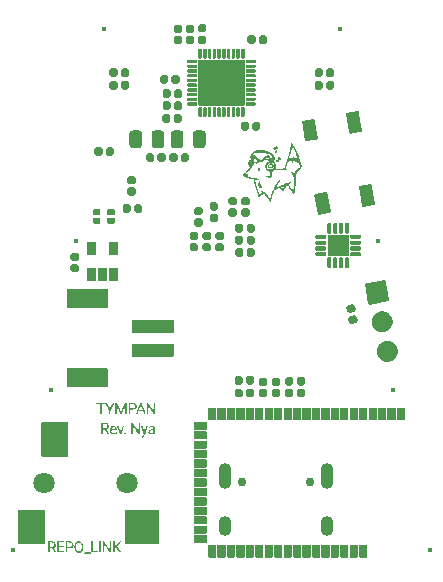
<source format=gbr>
G04 #@! TF.GenerationSoftware,KiCad,Pcbnew,(5.99.0-2290-gd34f8fd4b)*
G04 #@! TF.CreationDate,2020-11-06T19:29:51+01:00*
G04 #@! TF.ProjectId,Tympan-Nya,54796d70-616e-42d4-9e79-612e6b696361,rev?*
G04 #@! TF.SameCoordinates,PX6d878d0PY72e6100*
G04 #@! TF.FileFunction,Soldermask,Top*
G04 #@! TF.FilePolarity,Negative*
%FSLAX46Y46*%
G04 Gerber Fmt 4.6, Leading zero omitted, Abs format (unit mm)*
G04 Created by KiCad (PCBNEW (5.99.0-2290-gd34f8fd4b)) date 2020-11-06 19:29:51*
%MOMM*%
%LPD*%
G01*
G04 APERTURE LIST*
%ADD10C,0.400000*%
%ADD11O,1.100000X1.700000*%
%ADD12C,0.750000*%
%ADD13O,1.100000X2.200000*%
%ADD14C,1.800000*%
G04 APERTURE END LIST*
G36*
X-34680680Y8040191D02*
G01*
X-34977496Y8040191D01*
X-35094512Y8040377D01*
X-35175681Y8041625D01*
X-35227349Y8044975D01*
X-35255862Y8051464D01*
X-35267567Y8062132D01*
X-35268808Y8078017D01*
X-35267571Y8087658D01*
X-35263227Y8106602D01*
X-35252016Y8119868D01*
X-35227219Y8128664D01*
X-35182115Y8134198D01*
X-35109984Y8137678D01*
X-35004107Y8140310D01*
X-34970755Y8140994D01*
X-34680680Y8146864D01*
X-34680680Y8040191D01*
G37*
G36*
X-36024135Y8761768D02*
G01*
X-35983575Y8892345D01*
X-35915526Y8991382D01*
X-35819787Y9059283D01*
X-35804738Y9066083D01*
X-35690130Y9093944D01*
X-35577283Y9083916D01*
X-35474059Y9039858D01*
X-35388320Y8965631D01*
X-35327926Y8865094D01*
X-35314499Y8825375D01*
X-35297866Y8730840D01*
X-35292485Y8619150D01*
X-35297784Y8505672D01*
X-35313190Y8405772D01*
X-35332347Y8346088D01*
X-35400628Y8242338D01*
X-35491766Y8168941D01*
X-35598441Y8129003D01*
X-35713328Y8125629D01*
X-35798776Y8148277D01*
X-35898510Y8209763D01*
X-35972181Y8303244D01*
X-36018741Y8426741D01*
X-36037141Y8578271D01*
X-36037321Y8592314D01*
X-35914321Y8592314D01*
X-35908696Y8490180D01*
X-35893527Y8405737D01*
X-35884853Y8380512D01*
X-35830660Y8301254D01*
X-35752922Y8250872D01*
X-35661912Y8233011D01*
X-35567906Y8251317D01*
X-35547427Y8260774D01*
X-35487301Y8309109D01*
X-35446980Y8384095D01*
X-35424825Y8490184D01*
X-35419052Y8609793D01*
X-35425412Y8740728D01*
X-35444696Y8833600D01*
X-35453541Y8855416D01*
X-35509107Y8930008D01*
X-35584027Y8973924D01*
X-35668642Y8987122D01*
X-35753291Y8969557D01*
X-35828314Y8921187D01*
X-35876508Y8857318D01*
X-35897968Y8790637D01*
X-35910659Y8697384D01*
X-35914321Y8592314D01*
X-36037321Y8592314D01*
X-36037410Y8599244D01*
X-36024135Y8761768D01*
G37*
G36*
X-38034321Y9073912D02*
G01*
X-37886529Y9067813D01*
X-37775276Y9047643D01*
X-37696443Y9010593D01*
X-37645907Y8953857D01*
X-37619548Y8874626D01*
X-37613072Y8786893D01*
X-37616950Y8723537D01*
X-37634204Y8677604D01*
X-37673260Y8630900D01*
X-37695263Y8609459D01*
X-37777454Y8531272D01*
X-37674167Y8346364D01*
X-37630718Y8267719D01*
X-37596283Y8203750D01*
X-37575264Y8162733D01*
X-37570879Y8152228D01*
X-37589196Y8147713D01*
X-37633719Y8149207D01*
X-37638004Y8149610D01*
X-37671270Y8156186D01*
X-37699201Y8173245D01*
X-37728178Y8208032D01*
X-37764583Y8267792D01*
X-37801775Y8335540D01*
X-37898421Y8514859D01*
X-38008903Y8521236D01*
X-38119384Y8527612D01*
X-38119384Y8145673D01*
X-38245962Y8145673D01*
X-38245962Y8989527D01*
X-38119384Y8989527D01*
X-38119384Y8630889D01*
X-37975688Y8630889D01*
X-37890970Y8633631D01*
X-37835687Y8643747D01*
X-37797329Y8664072D01*
X-37785821Y8673903D01*
X-37751846Y8730401D01*
X-37739111Y8804871D01*
X-37749173Y8877964D01*
X-37766586Y8912817D01*
X-37810346Y8944534D01*
X-37884268Y8969897D01*
X-37976428Y8985586D01*
X-38040273Y8989023D01*
X-38119384Y8989527D01*
X-38245962Y8989527D01*
X-38245962Y9073912D01*
X-38034321Y9073912D01*
G37*
G36*
X-37074271Y9073599D02*
G01*
X-36993104Y9072043D01*
X-36941161Y9068316D01*
X-36911957Y9061494D01*
X-36899009Y9050649D01*
X-36895831Y9034856D01*
X-36895796Y9031719D01*
X-36898467Y9013254D01*
X-36911341Y9001134D01*
X-36941712Y8994032D01*
X-36996874Y8990622D01*
X-37084120Y8989579D01*
X-37127856Y8989527D01*
X-37359916Y8989527D01*
X-37359916Y8673082D01*
X-37159501Y8673082D01*
X-37066655Y8672715D01*
X-37008100Y8670230D01*
X-36975930Y8663546D01*
X-36962243Y8650583D01*
X-36959136Y8629262D01*
X-36959085Y8620341D01*
X-36960477Y8595908D01*
X-36969921Y8580498D01*
X-36995321Y8572033D01*
X-37044580Y8568431D01*
X-37125600Y8567613D01*
X-37159501Y8567600D01*
X-37359916Y8567600D01*
X-37359916Y8230058D01*
X-37127856Y8230058D01*
X-37026298Y8229573D01*
X-36959635Y8227232D01*
X-36920574Y8221710D01*
X-36901821Y8211681D01*
X-36896082Y8195818D01*
X-36895796Y8187866D01*
X-36897987Y8171169D01*
X-36908883Y8159574D01*
X-36934967Y8152154D01*
X-36982724Y8147982D01*
X-37058638Y8146132D01*
X-37169193Y8145678D01*
X-37191145Y8145673D01*
X-37486494Y8145673D01*
X-37486494Y9073912D01*
X-37191145Y9073912D01*
X-37074271Y9073599D01*
G37*
G36*
X-36552981Y9073833D02*
G01*
X-36442877Y9072613D01*
X-36365357Y9068177D01*
X-36310856Y9059229D01*
X-36269808Y9044476D01*
X-36248108Y9032574D01*
X-36171424Y8962327D01*
X-36125859Y8868313D01*
X-36115232Y8789111D01*
X-36132587Y8683820D01*
X-36184467Y8602581D01*
X-36270595Y8545595D01*
X-36390694Y8513061D01*
X-36510788Y8504774D01*
X-36663737Y8504311D01*
X-36663737Y8145673D01*
X-36790315Y8145673D01*
X-36790315Y8995617D01*
X-36663737Y8995617D01*
X-36663737Y8605325D01*
X-36492899Y8613083D01*
X-36404825Y8618562D01*
X-36348150Y8627203D01*
X-36312085Y8641937D01*
X-36285837Y8665695D01*
X-36281936Y8670395D01*
X-36247516Y8743718D01*
X-36246806Y8826412D01*
X-36279344Y8903097D01*
X-36289276Y8915753D01*
X-36319400Y8944817D01*
X-36356219Y8963216D01*
X-36411436Y8974695D01*
X-36496750Y8982998D01*
X-36500240Y8983263D01*
X-36663737Y8995617D01*
X-36790315Y8995617D01*
X-36790315Y9073912D01*
X-36552981Y9073833D01*
G37*
G36*
X-34485985Y8657259D02*
G01*
X-34480265Y8240607D01*
X-34264027Y8234594D01*
X-34166439Y8231254D01*
X-34103532Y8226663D01*
X-34067797Y8219173D01*
X-34051724Y8207135D01*
X-34047803Y8188903D01*
X-34047790Y8187128D01*
X-34050201Y8170463D01*
X-34061828Y8158980D01*
X-34089265Y8151719D01*
X-34139104Y8147721D01*
X-34217937Y8146025D01*
X-34332357Y8145673D01*
X-34617391Y8145673D01*
X-34617391Y9073912D01*
X-34491705Y9073912D01*
X-34485985Y8657259D01*
G37*
G36*
X-33815730Y8145673D02*
G01*
X-33942308Y8145673D01*
X-33942308Y9073912D01*
X-33815730Y9073912D01*
X-33815730Y8145673D01*
G37*
G36*
X-33581004Y9069975D02*
G01*
X-33556388Y9064947D01*
X-33532173Y9051956D01*
X-33504487Y9026291D01*
X-33469457Y8983243D01*
X-33423211Y8918100D01*
X-33361875Y8826153D01*
X-33290929Y8717141D01*
X-33066810Y8370918D01*
X-33061026Y8722415D01*
X-33055241Y9073912D01*
X-32929683Y9073912D01*
X-32929683Y8145673D01*
X-32993820Y8145673D01*
X-33017144Y8147859D01*
X-33039690Y8157456D01*
X-33065266Y8179028D01*
X-33097681Y8217134D01*
X-33140747Y8276336D01*
X-33198273Y8361196D01*
X-33274067Y8476275D01*
X-33288955Y8499037D01*
X-33519955Y8852401D01*
X-33520381Y8145673D01*
X-33646959Y8145673D01*
X-33646959Y9076585D01*
X-33581004Y9069975D01*
G37*
G36*
X-32629774Y8852189D02*
G01*
X-32623786Y8630465D01*
X-32427461Y8852189D01*
X-32348198Y8940767D01*
X-32290265Y9002134D01*
X-32247645Y9041208D01*
X-32214324Y9062911D01*
X-32184286Y9072163D01*
X-32156395Y9073912D01*
X-32081655Y9073912D01*
X-32194498Y8945578D01*
X-32258856Y8872065D01*
X-32322228Y8799150D01*
X-32371634Y8741773D01*
X-32374463Y8738455D01*
X-32441585Y8659668D01*
X-32253159Y8414438D01*
X-32186669Y8327142D01*
X-32130470Y8251908D01*
X-32089102Y8194926D01*
X-32067106Y8162390D01*
X-32064733Y8157441D01*
X-32083198Y8149634D01*
X-32128165Y8146414D01*
X-32133296Y8146439D01*
X-32164410Y8149768D01*
X-32193442Y8162709D01*
X-32226387Y8190839D01*
X-32269241Y8239733D01*
X-32327998Y8314967D01*
X-32360082Y8357385D01*
X-32421178Y8437326D01*
X-32473332Y8503282D01*
X-32511317Y8548805D01*
X-32529905Y8567444D01*
X-32530450Y8567582D01*
X-32551851Y8553797D01*
X-32586897Y8520434D01*
X-32588465Y8518773D01*
X-32612628Y8486600D01*
X-32626611Y8446300D01*
X-32632982Y8386054D01*
X-32634335Y8307810D01*
X-32634335Y8145673D01*
X-32760913Y8145673D01*
X-32760913Y9073912D01*
X-32635762Y9073912D01*
X-32629774Y8852189D01*
G37*
G36*
X-29857624Y18726815D02*
G01*
X-29883483Y18655184D01*
X-29919165Y18554713D01*
X-29960396Y18437511D01*
X-30002905Y18315685D01*
X-30012862Y18286987D01*
X-30067206Y18138111D01*
X-30115075Y18026818D01*
X-30159654Y17948470D01*
X-30204127Y17898433D01*
X-30251677Y17872072D01*
X-30302886Y17864736D01*
X-30350252Y17870393D01*
X-30367864Y17893953D01*
X-30369514Y17916164D01*
X-30358581Y17956618D01*
X-30318285Y17977524D01*
X-30305485Y17980398D01*
X-30247131Y18011550D01*
X-30200274Y18070541D01*
X-30176074Y18141907D01*
X-30174873Y18161401D01*
X-30182176Y18194381D01*
X-30202172Y18259953D01*
X-30232257Y18350192D01*
X-30269825Y18457175D01*
X-30293969Y18523646D01*
X-30334306Y18633856D01*
X-30368777Y18728988D01*
X-30394856Y18801990D01*
X-30410015Y18845811D01*
X-30412822Y18855240D01*
X-30394021Y18859087D01*
X-30348352Y18857164D01*
X-30344252Y18856773D01*
X-30313069Y18851805D01*
X-30289698Y18839116D01*
X-30269368Y18811134D01*
X-30247306Y18760292D01*
X-30218742Y18679018D01*
X-30203478Y18633449D01*
X-30172157Y18540319D01*
X-30144826Y18460526D01*
X-30125030Y18404332D01*
X-30117509Y18384429D01*
X-30105901Y18389928D01*
X-30084816Y18432187D01*
X-30056381Y18506245D01*
X-30024678Y18600968D01*
X-29990997Y18705777D01*
X-29966160Y18776317D01*
X-29946074Y18819651D01*
X-29926650Y18842841D01*
X-29903797Y18852950D01*
X-29876529Y18856738D01*
X-29807447Y18863489D01*
X-29857624Y18726815D01*
G37*
G36*
X-33582214Y19120661D02*
G01*
X-33426809Y19114326D01*
X-33308707Y19093605D01*
X-33223547Y19055923D01*
X-33166965Y18998705D01*
X-33134599Y18919377D01*
X-33124094Y18850278D01*
X-33120239Y18781179D01*
X-33127521Y18735415D01*
X-33152650Y18695268D01*
X-33202335Y18643018D01*
X-33291222Y18554131D01*
X-33183735Y18363458D01*
X-33138592Y18282142D01*
X-33102788Y18215299D01*
X-33080882Y18171577D01*
X-33076249Y18159510D01*
X-33095066Y18150112D01*
X-33139927Y18146236D01*
X-33170665Y18149485D01*
X-33196950Y18163856D01*
X-33224766Y18196290D01*
X-33260096Y18253728D01*
X-33307745Y18340908D01*
X-33411884Y18535580D01*
X-33639250Y18536006D01*
X-33639250Y18146236D01*
X-33769173Y18146236D01*
X-33769173Y19012392D01*
X-33639250Y19012392D01*
X-33639250Y18644276D01*
X-33519078Y18644276D01*
X-33438921Y18650054D01*
X-33366929Y18664807D01*
X-33337644Y18675956D01*
X-33284797Y18713248D01*
X-33257723Y18763848D01*
X-33249527Y18841382D01*
X-33249480Y18850187D01*
X-33265774Y18924930D01*
X-33315697Y18976168D01*
X-33400810Y19004906D01*
X-33501420Y19012392D01*
X-33639250Y19012392D01*
X-33769173Y19012392D01*
X-33769173Y19120661D01*
X-33582214Y19120661D01*
G37*
G36*
X-32973428Y18744891D02*
G01*
X-32903857Y18823103D01*
X-32811926Y18868173D01*
X-32700784Y18876564D01*
X-32700708Y18876556D01*
X-32596224Y18849803D01*
X-32519096Y18790605D01*
X-32467731Y18697378D01*
X-32448864Y18625759D01*
X-32438661Y18557795D01*
X-32435946Y18507186D01*
X-32438866Y18490422D01*
X-32464116Y18482598D01*
X-32523336Y18476287D01*
X-32607196Y18472212D01*
X-32689216Y18471045D01*
X-32793163Y18470761D01*
X-32860888Y18468884D01*
X-32899480Y18463874D01*
X-32916025Y18454192D01*
X-32917611Y18438299D01*
X-32913519Y18422323D01*
X-32868924Y18326949D01*
X-32803317Y18266343D01*
X-32722010Y18243050D01*
X-32630315Y18259613D01*
X-32601401Y18272824D01*
X-32536172Y18298730D01*
X-32484507Y18304765D01*
X-32455587Y18291228D01*
X-32454454Y18268078D01*
X-32476300Y18241139D01*
X-32520589Y18204632D01*
X-32534360Y18194958D01*
X-32626304Y18156273D01*
X-32733672Y18147140D01*
X-32839822Y18167999D01*
X-32880029Y18185804D01*
X-32960928Y18251610D01*
X-33011451Y18346635D01*
X-33032254Y18472240D01*
X-33032907Y18503188D01*
X-33024144Y18579314D01*
X-32923600Y18579314D01*
X-32551861Y18579314D01*
X-32566722Y18638862D01*
X-32602087Y18718825D01*
X-32660832Y18763013D01*
X-32729787Y18774199D01*
X-32806255Y18760028D01*
X-32862065Y18713804D01*
X-32900975Y18638823D01*
X-32923600Y18579314D01*
X-33024144Y18579314D01*
X-33017494Y18637073D01*
X-32973428Y18744891D01*
G37*
G36*
X-32335666Y18858932D02*
G01*
X-32314559Y18848676D01*
X-32295435Y18823135D01*
X-32274236Y18775395D01*
X-32246906Y18698546D01*
X-32219797Y18617208D01*
X-32187439Y18520351D01*
X-32159428Y18438490D01*
X-32138831Y18380459D01*
X-32128863Y18355339D01*
X-32118745Y18367602D01*
X-32098511Y18414140D01*
X-32070937Y18487885D01*
X-32038799Y18581768D01*
X-32033172Y18598945D01*
X-31997651Y18706794D01*
X-31971504Y18780056D01*
X-31950962Y18825410D01*
X-31932257Y18849535D01*
X-31911621Y18859110D01*
X-31885420Y18860814D01*
X-31822919Y18860814D01*
X-31910611Y18617208D01*
X-31949417Y18509045D01*
X-31986826Y18404147D01*
X-32018104Y18315824D01*
X-32035776Y18265333D01*
X-32066072Y18194219D01*
X-32097616Y18158239D01*
X-32120114Y18150131D01*
X-32161451Y18155907D01*
X-32177349Y18171785D01*
X-32190832Y18209369D01*
X-32211727Y18267995D01*
X-32218476Y18286987D01*
X-32238280Y18342387D01*
X-32268477Y18426423D01*
X-32304718Y18527007D01*
X-32337288Y18617208D01*
X-32425343Y18860814D01*
X-32362816Y18860814D01*
X-32335666Y18858932D01*
G37*
G36*
X-31702758Y18279608D02*
G01*
X-31683998Y18238345D01*
X-31683262Y18194060D01*
X-31691549Y18177333D01*
X-31733279Y18151161D01*
X-31781823Y18148332D01*
X-31805888Y18160672D01*
X-31824599Y18204319D01*
X-31811575Y18251271D01*
X-31774557Y18287023D01*
X-31732699Y18297814D01*
X-31702758Y18279608D01*
G37*
G36*
X-31147712Y19118283D02*
G01*
X-31124756Y19108075D01*
X-31098389Y19085429D01*
X-31064797Y19045736D01*
X-31020170Y18984385D01*
X-30960692Y18896769D01*
X-30882552Y18778277D01*
X-30862502Y18747643D01*
X-30618533Y18374626D01*
X-30612609Y18747643D01*
X-30606684Y19120661D01*
X-30499437Y19120661D01*
X-30499437Y18143360D01*
X-30558985Y18150212D01*
X-30582650Y18157259D01*
X-30609238Y18176041D01*
X-30642420Y18211103D01*
X-30685870Y18266991D01*
X-30743258Y18348252D01*
X-30818257Y18459432D01*
X-30861867Y18525179D01*
X-31105200Y18893295D01*
X-31105473Y18519766D01*
X-31105746Y18146236D01*
X-31235669Y18146236D01*
X-31235669Y19120661D01*
X-31171070Y19120661D01*
X-31147712Y19118283D01*
G37*
G36*
X-29762490Y18447547D02*
G01*
X-29751064Y18466350D01*
X-29678607Y18532491D01*
X-29574683Y18570160D01*
X-29471953Y18579314D01*
X-29351781Y18579314D01*
X-29351781Y18650772D01*
X-29361626Y18718430D01*
X-29395737Y18757222D01*
X-29460983Y18773010D01*
X-29496363Y18774199D01*
X-29562184Y18768626D01*
X-29602792Y18747060D01*
X-29624446Y18720064D01*
X-29671429Y18676674D01*
X-29711561Y18665929D01*
X-29752868Y18676995D01*
X-29763440Y18705679D01*
X-29748333Y18745210D01*
X-29712598Y18788818D01*
X-29661290Y18829732D01*
X-29599462Y18861183D01*
X-29556856Y18873190D01*
X-29440561Y18878051D01*
X-29342646Y18847209D01*
X-29277298Y18793455D01*
X-29253011Y18761861D01*
X-29237066Y18729636D01*
X-29227703Y18687062D01*
X-29223164Y18624422D01*
X-29221688Y18531999D01*
X-29221563Y18485624D01*
X-29220302Y18382791D01*
X-29217121Y18292063D01*
X-29212530Y18224598D01*
X-29208210Y18194958D01*
X-29204577Y18161090D01*
X-29226048Y18148022D01*
X-29262640Y18146236D01*
X-29315304Y18155192D01*
X-29330128Y18178717D01*
X-29336942Y18205168D01*
X-29362567Y18205542D01*
X-29414774Y18179840D01*
X-29416743Y18178717D01*
X-29491541Y18154447D01*
X-29582093Y18149952D01*
X-29665121Y18166248D01*
X-29668859Y18167708D01*
X-29732977Y18214751D01*
X-29772448Y18286132D01*
X-29783211Y18365878D01*
X-29654936Y18365878D01*
X-29645979Y18312143D01*
X-29628951Y18280490D01*
X-29583390Y18260072D01*
X-29516530Y18255802D01*
X-29447000Y18267053D01*
X-29399907Y18288214D01*
X-29364766Y18327882D01*
X-29352155Y18389289D01*
X-29351781Y18407311D01*
X-29351781Y18492698D01*
X-29455233Y18492698D01*
X-29554649Y18480633D01*
X-29621386Y18445561D01*
X-29652783Y18389173D01*
X-29654936Y18365878D01*
X-29783211Y18365878D01*
X-29783533Y18368261D01*
X-29762490Y18447547D01*
G37*
G36*
X-33049157Y20329891D02*
G01*
X-32995596Y20423614D01*
X-32957796Y20492134D01*
X-32911189Y20579901D01*
X-32868119Y20663500D01*
X-32828335Y20738776D01*
X-32798530Y20782746D01*
X-32770935Y20803603D01*
X-32737776Y20809544D01*
X-32729514Y20809663D01*
X-32683993Y20805483D01*
X-32664827Y20795417D01*
X-32664825Y20795306D01*
X-32674730Y20772322D01*
X-32702060Y20718297D01*
X-32743242Y20640062D01*
X-32794701Y20544451D01*
X-32827229Y20484855D01*
X-32888565Y20372497D01*
X-32932111Y20289436D01*
X-32960913Y20227002D01*
X-32978020Y20176528D01*
X-32986478Y20129343D01*
X-32989334Y20076780D01*
X-32989633Y20022828D01*
X-32990274Y19939132D01*
X-32994158Y19889716D01*
X-33004232Y19865556D01*
X-33023438Y19857623D01*
X-33043768Y19856893D01*
X-33071168Y19858881D01*
X-33087298Y19870890D01*
X-33095141Y19901985D01*
X-33097681Y19961233D01*
X-33097903Y20021352D01*
X-33098409Y20083491D01*
X-33101923Y20133665D01*
X-33111434Y20180266D01*
X-33129933Y20231687D01*
X-33160412Y20296322D01*
X-33205859Y20382562D01*
X-33265720Y20492324D01*
X-33332020Y20611182D01*
X-33381014Y20693567D01*
X-33414366Y20741934D01*
X-33433742Y20758741D01*
X-33440457Y20750115D01*
X-33447530Y20724447D01*
X-33466188Y20709822D01*
X-33506319Y20703170D01*
X-33577806Y20701424D01*
X-33597448Y20701394D01*
X-33747519Y20701394D01*
X-33747519Y19856893D01*
X-33877442Y19856893D01*
X-33877442Y20701394D01*
X-34029019Y20701394D01*
X-34108210Y20702190D01*
X-34153533Y20706825D01*
X-34174424Y20718670D01*
X-34180321Y20741094D01*
X-34180596Y20755529D01*
X-34180596Y20809663D01*
X-33294567Y20809663D01*
X-33049157Y20329891D01*
G37*
G36*
X-31625439Y19856893D02*
G01*
X-31762122Y19856893D01*
X-31748897Y20225009D01*
X-31744956Y20345767D01*
X-31742318Y20449886D01*
X-31741099Y20530343D01*
X-31741413Y20580117D01*
X-31742828Y20593125D01*
X-31752809Y20574071D01*
X-31776218Y20521105D01*
X-31810387Y20440518D01*
X-31852648Y20338603D01*
X-31898837Y20225340D01*
X-31952073Y20094842D01*
X-31992526Y19999300D01*
X-32023169Y19933329D01*
X-32046971Y19891544D01*
X-32066904Y19868560D01*
X-32085938Y19858993D01*
X-32101824Y19857380D01*
X-32122162Y19860130D01*
X-32141086Y19872110D01*
X-32161567Y19898700D01*
X-32186574Y19945281D01*
X-32219079Y20017232D01*
X-32262050Y20119934D01*
X-32304873Y20225164D01*
X-32352397Y20341775D01*
X-32394351Y20443165D01*
X-32428080Y20523043D01*
X-32450929Y20575120D01*
X-32460190Y20593125D01*
X-32461598Y20572657D01*
X-32461490Y20515936D01*
X-32459981Y20429985D01*
X-32457188Y20321828D01*
X-32454138Y20225009D01*
X-32441685Y19856893D01*
X-32578209Y19856893D01*
X-32578209Y20809663D01*
X-32415805Y20809397D01*
X-32265947Y20430587D01*
X-32218278Y20311914D01*
X-32175343Y20208457D01*
X-32139846Y20126457D01*
X-32114492Y20072157D01*
X-32101984Y20051799D01*
X-32101824Y20051778D01*
X-32089778Y20070930D01*
X-32064798Y20124227D01*
X-32029588Y20205425D01*
X-31986852Y20308284D01*
X-31939294Y20426562D01*
X-31937701Y20430587D01*
X-31787843Y20809397D01*
X-31625439Y20809663D01*
X-31625439Y19856893D01*
G37*
G36*
X-31234973Y20809663D02*
G01*
X-31100406Y20805815D01*
X-30999340Y20792494D01*
X-30922508Y20767037D01*
X-30860640Y20726780D01*
X-30824245Y20691613D01*
X-30789961Y20644467D01*
X-30773799Y20588981D01*
X-30770111Y20517179D01*
X-30782372Y20410609D01*
X-30821254Y20330618D01*
X-30889906Y20274890D01*
X-30991476Y20241106D01*
X-31129113Y20226948D01*
X-31165294Y20226231D01*
X-31322284Y20225009D01*
X-31322284Y19856893D01*
X-31452208Y19856893D01*
X-31452208Y20701394D01*
X-31322284Y20701394D01*
X-31322284Y20333278D01*
X-31158896Y20333278D01*
X-31071971Y20334897D01*
X-31015720Y20341810D01*
X-30977567Y20357106D01*
X-30944934Y20383872D01*
X-30942357Y20386429D01*
X-30897966Y20456672D01*
X-30889207Y20517336D01*
X-30906878Y20599950D01*
X-30942357Y20648244D01*
X-30975083Y20675994D01*
X-31012386Y20692043D01*
X-31066842Y20699479D01*
X-31151029Y20701388D01*
X-31158896Y20701394D01*
X-31322284Y20701394D01*
X-31452208Y20701394D01*
X-31452208Y20809663D01*
X-31234973Y20809663D01*
G37*
G36*
X-30648200Y20348859D02*
G01*
X-30591363Y20497020D01*
X-30547277Y20609520D01*
X-30513473Y20691246D01*
X-30487481Y20747081D01*
X-30466832Y20781910D01*
X-30449056Y20800619D01*
X-30431682Y20808091D01*
X-30415421Y20809257D01*
X-30400542Y20807778D01*
X-30386217Y20801244D01*
X-30370907Y20786171D01*
X-30353070Y20759075D01*
X-30331167Y20716474D01*
X-30303657Y20654884D01*
X-30269000Y20570821D01*
X-30225654Y20460802D01*
X-30172080Y20321344D01*
X-30106737Y20148963D01*
X-30028085Y19940176D01*
X-30011014Y19894787D01*
X-30008792Y19867829D01*
X-30036356Y19857729D01*
X-30061143Y19856893D01*
X-30099912Y19861239D01*
X-30126695Y19880923D01*
X-30150916Y19925909D01*
X-30168667Y19970576D01*
X-30211812Y20084259D01*
X-30621824Y20096563D01*
X-30662557Y19976728D01*
X-30687948Y19908683D01*
X-30710295Y19872615D01*
X-30737892Y19858706D01*
X-30763768Y19856893D01*
X-30807428Y19861720D01*
X-30824245Y19872474D01*
X-30816831Y19896346D01*
X-30796049Y19954712D01*
X-30764087Y20041646D01*
X-30723135Y20151224D01*
X-30703425Y20203355D01*
X-30580351Y20203355D01*
X-30420798Y20203355D01*
X-30343921Y20204562D01*
X-30287347Y20207752D01*
X-30261752Y20212276D01*
X-30261244Y20213050D01*
X-30268383Y20239726D01*
X-30287049Y20295444D01*
X-30313118Y20368980D01*
X-30342464Y20449107D01*
X-30370962Y20524600D01*
X-30394487Y20584234D01*
X-30408914Y20616785D01*
X-30410525Y20619276D01*
X-30422815Y20606728D01*
X-30445659Y20560886D01*
X-30475549Y20489418D01*
X-30502166Y20418977D01*
X-30580351Y20203355D01*
X-30703425Y20203355D01*
X-30675382Y20277524D01*
X-30648200Y20348859D01*
G37*
G36*
X-29829097Y20806943D02*
G01*
X-29805862Y20795663D01*
X-29778735Y20771143D01*
X-29743873Y20728706D01*
X-29697431Y20663671D01*
X-29635566Y20571361D01*
X-29554545Y20447268D01*
X-29319301Y20084872D01*
X-29313364Y20447268D01*
X-29307427Y20809663D01*
X-29178550Y20809663D01*
X-29178550Y19856893D01*
X-29248926Y19858053D01*
X-29274416Y19860268D01*
X-29297959Y19869198D01*
X-29323604Y19889651D01*
X-29355401Y19926431D01*
X-29397400Y19984344D01*
X-29453649Y20068197D01*
X-29528200Y20182794D01*
X-29546666Y20211381D01*
X-29774032Y20563549D01*
X-29785906Y19856893D01*
X-29914782Y19856893D01*
X-29914782Y20809663D01*
X-29852286Y20809663D01*
X-29829097Y20806943D01*
G37*
G36*
X-18027498Y41452375D02*
G01*
X-18000228Y41541366D01*
X-17972313Y41631739D01*
X-17944162Y41722137D01*
X-17916186Y41811199D01*
X-17888794Y41897568D01*
X-17888100Y41899743D01*
X-17861937Y41981987D01*
X-17839788Y42052320D01*
X-17821242Y42112413D01*
X-17805887Y42163939D01*
X-17793312Y42208570D01*
X-17783107Y42247977D01*
X-17774859Y42283832D01*
X-17768158Y42317808D01*
X-17762592Y42351577D01*
X-17757750Y42386809D01*
X-17753221Y42425177D01*
X-17748854Y42465864D01*
X-17744189Y42504958D01*
X-17738820Y42541155D01*
X-17733334Y42570983D01*
X-17728319Y42590972D01*
X-17727139Y42594192D01*
X-17721696Y42612667D01*
X-17716034Y42640878D01*
X-17710983Y42674314D01*
X-17708549Y42695408D01*
X-17704827Y42728259D01*
X-17700800Y42757146D01*
X-17697044Y42778230D01*
X-17694952Y42786111D01*
X-17682177Y42802275D01*
X-17663066Y42808147D01*
X-17646431Y42803973D01*
X-17633920Y42792705D01*
X-17614999Y42768954D01*
X-17589809Y42732933D01*
X-17558489Y42684853D01*
X-17521179Y42624927D01*
X-17478020Y42553368D01*
X-17450521Y42506886D01*
X-17381654Y42388668D01*
X-17320224Y42280636D01*
X-17265548Y42181219D01*
X-17216944Y42088848D01*
X-17173730Y42001955D01*
X-17135223Y41918969D01*
X-17100741Y41838322D01*
X-17069602Y41758443D01*
X-17041123Y41677765D01*
X-17014622Y41594716D01*
X-16989416Y41507729D01*
X-16964824Y41415234D01*
X-16949769Y41355176D01*
X-16933952Y41291937D01*
X-16920292Y41240109D01*
X-16907996Y41197128D01*
X-16896269Y41160428D01*
X-16884317Y41127444D01*
X-16871348Y41095608D01*
X-16864869Y41080749D01*
X-16842059Y41027986D01*
X-16825083Y40984941D01*
X-16813133Y40948682D01*
X-16805402Y40916279D01*
X-16801082Y40884801D01*
X-16799365Y40851316D01*
X-16799251Y40842600D01*
X-16799401Y40818640D01*
X-16800816Y40797496D01*
X-16804364Y40777899D01*
X-16810912Y40758582D01*
X-16821329Y40738274D01*
X-16836483Y40715708D01*
X-16857242Y40689615D01*
X-16884475Y40658726D01*
X-16919050Y40621772D01*
X-16961834Y40577485D01*
X-17013697Y40524596D01*
X-17024098Y40514029D01*
X-17206952Y40328315D01*
X-17219653Y40271172D01*
X-17230480Y40223728D01*
X-17242751Y40172065D01*
X-17255802Y40118783D01*
X-17268970Y40066482D01*
X-17281592Y40017761D01*
X-17293003Y39975220D01*
X-17302540Y39941461D01*
X-17309423Y39919416D01*
X-17316373Y39898486D01*
X-17320270Y39882071D01*
X-17321252Y39865870D01*
X-17319454Y39845583D01*
X-17315015Y39816907D01*
X-17313048Y39805197D01*
X-17301651Y39712569D01*
X-17296575Y39607506D01*
X-17297815Y39490382D01*
X-17305364Y39361571D01*
X-17319215Y39221444D01*
X-17324014Y39181886D01*
X-17328561Y39147085D01*
X-17334640Y39102581D01*
X-17341953Y39050377D01*
X-17350206Y38992477D01*
X-17359102Y38930885D01*
X-17368346Y38867604D01*
X-17377643Y38804638D01*
X-17386696Y38743990D01*
X-17395210Y38687665D01*
X-17402890Y38637667D01*
X-17409439Y38595997D01*
X-17414562Y38564662D01*
X-17417717Y38546909D01*
X-17429307Y38510719D01*
X-17447466Y38486884D01*
X-17471968Y38475654D01*
X-17482760Y38474743D01*
X-17501630Y38478442D01*
X-17520233Y38490432D01*
X-17539800Y38512051D01*
X-17561563Y38544638D01*
X-17584583Y38585457D01*
X-17598359Y38610693D01*
X-17613954Y38638129D01*
X-17632195Y38669115D01*
X-17653909Y38704996D01*
X-17679922Y38747121D01*
X-17711061Y38796838D01*
X-17748152Y38855495D01*
X-17792021Y38924438D01*
X-17803854Y38942985D01*
X-17832325Y38988020D01*
X-17861807Y39035408D01*
X-17890098Y39081554D01*
X-17914991Y39122863D01*
X-17934090Y39155403D01*
X-17952225Y39186457D01*
X-17968242Y39212905D01*
X-17980629Y39232320D01*
X-17987873Y39242273D01*
X-17988656Y39242970D01*
X-18000321Y39242085D01*
X-18018288Y39230107D01*
X-18041616Y39208257D01*
X-18069364Y39177757D01*
X-18100593Y39139827D01*
X-18134362Y39095688D01*
X-18169730Y39046562D01*
X-18205759Y38993671D01*
X-18241507Y38938235D01*
X-18276034Y38881475D01*
X-18302410Y38835457D01*
X-18325541Y38794209D01*
X-18343229Y38763872D01*
X-18356806Y38742782D01*
X-18367606Y38729275D01*
X-18376960Y38721685D01*
X-18386203Y38718348D01*
X-18396667Y38717600D01*
X-18396777Y38717600D01*
X-18412665Y38718825D01*
X-18426374Y38723732D01*
X-18439971Y38734175D01*
X-18455521Y38752005D01*
X-18475090Y38779076D01*
X-18490144Y38801307D01*
X-18508548Y38827381D01*
X-18531381Y38857536D01*
X-18556970Y38889802D01*
X-18583640Y38922210D01*
X-18609717Y38952789D01*
X-18633526Y38979571D01*
X-18653394Y39000587D01*
X-18667646Y39013865D01*
X-18674018Y39017600D01*
X-18682516Y39014793D01*
X-18701953Y39006978D01*
X-18730269Y38995066D01*
X-18765399Y38979965D01*
X-18805283Y38962587D01*
X-18847857Y38943840D01*
X-18891058Y38924636D01*
X-18932826Y38905883D01*
X-18971096Y38888492D01*
X-19003807Y38873372D01*
X-19028897Y38861433D01*
X-19036352Y38857745D01*
X-19055692Y38847828D01*
X-19070850Y38838782D01*
X-19083188Y38828598D01*
X-19094065Y38815270D01*
X-19104843Y38796788D01*
X-19116884Y38771147D01*
X-19131548Y38736337D01*
X-19150196Y38690352D01*
X-19150730Y38689029D01*
X-19216192Y38515146D01*
X-19274725Y38335708D01*
X-19324789Y38155750D01*
X-19359120Y38008106D01*
X-19372206Y37948583D01*
X-19383960Y37902142D01*
X-19395026Y37867717D01*
X-19406048Y37844241D01*
X-19417670Y37830649D01*
X-19430538Y37825873D01*
X-19445295Y37828849D01*
X-19461908Y37838054D01*
X-19477315Y37850945D01*
X-19494835Y37870948D01*
X-19515421Y37899412D01*
X-19540029Y37937683D01*
X-19569614Y37987106D01*
X-19578803Y38002926D01*
X-19608467Y38053723D01*
X-19635544Y38098641D01*
X-19661463Y38139661D01*
X-19687650Y38178768D01*
X-19715535Y38217945D01*
X-19746546Y38259174D01*
X-19782109Y38304440D01*
X-19823653Y38355724D01*
X-19872605Y38415011D01*
X-19894084Y38440815D01*
X-19920602Y38472342D01*
X-19944032Y38499671D01*
X-19962839Y38521053D01*
X-19975487Y38534738D01*
X-19980340Y38539029D01*
X-19990950Y38535030D01*
X-20011361Y38523790D01*
X-20039803Y38506442D01*
X-20074503Y38484123D01*
X-20113692Y38457966D01*
X-20155597Y38429105D01*
X-20190486Y38404404D01*
X-20231351Y38375402D01*
X-20274479Y38345311D01*
X-20316081Y38316740D01*
X-20352371Y38292300D01*
X-20371168Y38279959D01*
X-20399703Y38261147D01*
X-20423783Y38244577D01*
X-20440860Y38232049D01*
X-20448375Y38225385D01*
X-20459985Y38218174D01*
X-20475986Y38220367D01*
X-20489619Y38230100D01*
X-20499111Y38244223D01*
X-20506674Y38263681D01*
X-20512710Y38290480D01*
X-20517617Y38326624D01*
X-20521795Y38374117D01*
X-20523599Y38400595D01*
X-20525977Y38433286D01*
X-20529017Y38464336D01*
X-20533074Y38495192D01*
X-20538499Y38527303D01*
X-20545645Y38562114D01*
X-20554867Y38601074D01*
X-20566516Y38645631D01*
X-20580946Y38697230D01*
X-20598510Y38757320D01*
X-20619560Y38827349D01*
X-20644451Y38908763D01*
X-20659278Y38956886D01*
X-20687929Y39050785D01*
X-20716488Y39146428D01*
X-20744343Y39241655D01*
X-20770884Y39334306D01*
X-20795498Y39422219D01*
X-20817574Y39503233D01*
X-20836501Y39575189D01*
X-20851667Y39635924D01*
X-20852864Y39640925D01*
X-20860574Y39672590D01*
X-20866527Y39693131D01*
X-20872252Y39705324D01*
X-20879274Y39711948D01*
X-20889119Y39715782D01*
X-20894847Y39717329D01*
X-20911533Y39721617D01*
X-20938422Y39728426D01*
X-20971853Y39736834D01*
X-21008164Y39745917D01*
X-21009486Y39746247D01*
X-21150296Y39783226D01*
X-21277246Y39820520D01*
X-21390760Y39858302D01*
X-21491265Y39896746D01*
X-21579184Y39936028D01*
X-21654943Y39976321D01*
X-21718966Y40017799D01*
X-21767768Y40057065D01*
X-21796220Y40082771D01*
X-21780095Y40104082D01*
X-21659486Y40104082D01*
X-21653391Y40098921D01*
X-21637292Y40089986D01*
X-21614471Y40078757D01*
X-21588209Y40066715D01*
X-21561789Y40055338D01*
X-21538491Y40046106D01*
X-21521598Y40040499D01*
X-21516245Y40039497D01*
X-21504981Y40044036D01*
X-21489182Y40056067D01*
X-21481442Y40063485D01*
X-21457738Y40087941D01*
X-21499684Y40109103D01*
X-21527098Y40121970D01*
X-21554464Y40133286D01*
X-21570868Y40139014D01*
X-21589747Y40143640D01*
X-21603868Y40142720D01*
X-21619873Y40135127D01*
X-21629796Y40129021D01*
X-21647013Y40116996D01*
X-21657728Y40107288D01*
X-21659486Y40104082D01*
X-21780095Y40104082D01*
X-21776287Y40109114D01*
X-21766076Y40121140D01*
X-21747367Y40141722D01*
X-21721685Y40169242D01*
X-21690555Y40202079D01*
X-21671335Y40222112D01*
X-21503029Y40222112D01*
X-21459611Y40206391D01*
X-21411238Y40184882D01*
X-21373241Y40159568D01*
X-21346732Y40131491D01*
X-21332825Y40101689D01*
X-21330941Y40086035D01*
X-21334420Y40068582D01*
X-21343447Y40045000D01*
X-21352812Y40026385D01*
X-21363853Y40005887D01*
X-21370893Y39990980D01*
X-21372412Y39985288D01*
X-21365094Y39982453D01*
X-21346775Y39976374D01*
X-21320137Y39967915D01*
X-21287861Y39957942D01*
X-21284444Y39956899D01*
X-21187160Y39928805D01*
X-21080220Y39900640D01*
X-20968204Y39873501D01*
X-20855694Y39848487D01*
X-20747272Y39826696D01*
X-20719819Y39821603D01*
X-20649892Y39808562D01*
X-20592593Y39797089D01*
X-20546401Y39786762D01*
X-20509798Y39777161D01*
X-20481264Y39767864D01*
X-20459279Y39758451D01*
X-20442326Y39748502D01*
X-20434486Y39742558D01*
X-20413058Y39724797D01*
X-20429352Y39710945D01*
X-20450216Y39698585D01*
X-20480079Y39689927D01*
X-20520189Y39684811D01*
X-20571790Y39683075D01*
X-20634486Y39684489D01*
X-20673778Y39686373D01*
X-20709383Y39688514D01*
X-20738194Y39690694D01*
X-20757104Y39692694D01*
X-20761265Y39693409D01*
X-20780900Y39697834D01*
X-20763029Y39650356D01*
X-20756650Y39632364D01*
X-20746598Y39602694D01*
X-20733511Y39563288D01*
X-20718027Y39516087D01*
X-20700784Y39463033D01*
X-20682418Y39406069D01*
X-20667176Y39358453D01*
X-20628512Y39237135D01*
X-20594011Y39128550D01*
X-20563428Y39031846D01*
X-20536516Y38946168D01*
X-20513028Y38870661D01*
X-20492718Y38804472D01*
X-20475339Y38746747D01*
X-20460646Y38696632D01*
X-20448391Y38653272D01*
X-20438329Y38615814D01*
X-20430212Y38583404D01*
X-20423795Y38555188D01*
X-20418831Y38530311D01*
X-20415073Y38507920D01*
X-20412275Y38487160D01*
X-20410285Y38468204D01*
X-20407358Y38439273D01*
X-20404545Y38416250D01*
X-20402275Y38402461D01*
X-20401473Y38400063D01*
X-20395251Y38403293D01*
X-20380103Y38414078D01*
X-20358105Y38430860D01*
X-20331334Y38452084D01*
X-20322508Y38459227D01*
X-20287428Y38487187D01*
X-20249361Y38516607D01*
X-20213069Y38543855D01*
X-20185132Y38564029D01*
X-20159862Y38582149D01*
X-20139654Y38597443D01*
X-20126963Y38608002D01*
X-20123855Y38611650D01*
X-20129093Y38617758D01*
X-20143316Y38630526D01*
X-20164175Y38647917D01*
X-20182700Y38662721D01*
X-20211183Y38685815D01*
X-20238794Y38709425D01*
X-20261376Y38729944D01*
X-20269904Y38738355D01*
X-20285573Y38755336D01*
X-20292336Y38765840D01*
X-20291601Y38773275D01*
X-20286732Y38779130D01*
X-20273757Y38786699D01*
X-20254910Y38788347D01*
X-20229048Y38783740D01*
X-20195028Y38772547D01*
X-20151709Y38754434D01*
X-20097948Y38729070D01*
X-20074183Y38717280D01*
X-20020248Y38689863D01*
X-19977130Y38666886D01*
X-19942635Y38646891D01*
X-19914569Y38628419D01*
X-19890739Y38610010D01*
X-19868952Y38590206D01*
X-19847012Y38567547D01*
X-19843772Y38564029D01*
X-19809179Y38525213D01*
X-19769662Y38479092D01*
X-19727807Y38428834D01*
X-19686197Y38377606D01*
X-19647417Y38328577D01*
X-19614052Y38284913D01*
X-19596865Y38261431D01*
X-19575873Y38231127D01*
X-19553668Y38197518D01*
X-19531682Y38162955D01*
X-19511344Y38129791D01*
X-19494084Y38100378D01*
X-19481333Y38077069D01*
X-19474520Y38062214D01*
X-19473772Y38058972D01*
X-19468481Y38053345D01*
X-19467865Y38053315D01*
X-19464171Y38059850D01*
X-19459460Y38077263D01*
X-19454565Y38102266D01*
X-19452955Y38112243D01*
X-19447946Y38140325D01*
X-19440197Y38178086D01*
X-19430609Y38221390D01*
X-19420079Y38266102D01*
X-19415304Y38285457D01*
X-19379561Y38415585D01*
X-19337429Y38547266D01*
X-19289618Y38679140D01*
X-19236838Y38809845D01*
X-19179802Y38938020D01*
X-19119219Y39062305D01*
X-19055801Y39181338D01*
X-18990258Y39293759D01*
X-18923301Y39398206D01*
X-18855641Y39493318D01*
X-18787989Y39577735D01*
X-18721055Y39650095D01*
X-18684670Y39684381D01*
X-18658251Y39707484D01*
X-18635427Y39726657D01*
X-18618402Y39740107D01*
X-18609377Y39746040D01*
X-18608806Y39746172D01*
X-18603806Y39743258D01*
X-18603204Y39733435D01*
X-18607342Y39715080D01*
X-18616562Y39686568D01*
X-18628036Y39654788D01*
X-18638012Y39628326D01*
X-18647285Y39605347D01*
X-18656971Y39583842D01*
X-18668186Y39561801D01*
X-18682047Y39537216D01*
X-18699669Y39508076D01*
X-18722170Y39472373D01*
X-18750665Y39428097D01*
X-18773688Y39392600D01*
X-18816037Y39326984D01*
X-18855703Y39264696D01*
X-18892021Y39206842D01*
X-18924320Y39154522D01*
X-18951933Y39108840D01*
X-18974192Y39070899D01*
X-18990428Y39041801D01*
X-18999973Y39022650D01*
X-19002343Y39015305D01*
X-19001470Y39013647D01*
X-18997923Y39013671D01*
X-18990312Y39015966D01*
X-18977249Y39021119D01*
X-18957342Y39029722D01*
X-18929202Y39042362D01*
X-18891440Y39059628D01*
X-18873405Y39067941D01*
X-18561900Y39067941D01*
X-18560264Y39060243D01*
X-18550277Y39044948D01*
X-18533978Y39024265D01*
X-18513406Y39000401D01*
X-18490600Y38975564D01*
X-18467599Y38951962D01*
X-18446442Y38931804D01*
X-18429168Y38917297D01*
X-18417816Y38910650D01*
X-18416480Y38910457D01*
X-18410644Y38916187D01*
X-18399749Y38931456D01*
X-18385794Y38953387D01*
X-18380476Y38962243D01*
X-18365577Y38986630D01*
X-18344937Y39019324D01*
X-18320818Y39056798D01*
X-18295478Y39095524D01*
X-18283456Y39113657D01*
X-18261651Y39146728D01*
X-18243152Y39175451D01*
X-18229206Y39197831D01*
X-18221065Y39211871D01*
X-18219523Y39215732D01*
X-18226455Y39213737D01*
X-18244329Y39206843D01*
X-18271035Y39195958D01*
X-18304465Y39181995D01*
X-18342509Y39165863D01*
X-18383057Y39148473D01*
X-18424002Y39130735D01*
X-18463233Y39113560D01*
X-18498642Y39097858D01*
X-18528119Y39084540D01*
X-18549556Y39074516D01*
X-18560843Y39068696D01*
X-18561900Y39067941D01*
X-18873405Y39067941D01*
X-18842665Y39082110D01*
X-18820200Y39092491D01*
X-18663540Y39164251D01*
X-18518935Y39229109D01*
X-18386419Y39287052D01*
X-18266027Y39338066D01*
X-18157791Y39382140D01*
X-18061746Y39419260D01*
X-17977927Y39449413D01*
X-17906366Y39472588D01*
X-17847099Y39488771D01*
X-17800158Y39497950D01*
X-17765578Y39500112D01*
X-17743393Y39495244D01*
X-17743250Y39495168D01*
X-17721441Y39478192D01*
X-17711183Y39455047D01*
X-17709713Y39438488D01*
X-17712039Y39419411D01*
X-17720589Y39403845D01*
X-17737155Y39390524D01*
X-17763531Y39378185D01*
X-17801509Y39365562D01*
X-17820994Y39359971D01*
X-17860637Y39348874D01*
X-17888062Y39340410D01*
X-17904764Y39333199D01*
X-17912238Y39325863D01*
X-17911977Y39317023D01*
X-17905475Y39305300D01*
X-17895543Y39291173D01*
X-17886167Y39277758D01*
X-17869749Y39254038D01*
X-17847311Y39221501D01*
X-17819877Y39181633D01*
X-17788470Y39135922D01*
X-17754113Y39085854D01*
X-17717828Y39032917D01*
X-17707337Y39017600D01*
X-17671449Y38965284D01*
X-17637814Y38916424D01*
X-17607345Y38872333D01*
X-17580952Y38834322D01*
X-17559545Y38803700D01*
X-17544037Y38781778D01*
X-17535338Y38769867D01*
X-17534038Y38768271D01*
X-17529901Y38764238D01*
X-17526573Y38763338D01*
X-17523554Y38767335D01*
X-17520344Y38777993D01*
X-17516441Y38797076D01*
X-17511346Y38826346D01*
X-17504558Y38867567D01*
X-17502804Y38878315D01*
X-17485675Y38986297D01*
X-17471475Y39082932D01*
X-17459925Y39170792D01*
X-17450749Y39252451D01*
X-17443668Y39330483D01*
X-17438405Y39407461D01*
X-17434683Y39485959D01*
X-17433476Y39521172D01*
X-17431837Y39587787D01*
X-17431728Y39643167D01*
X-17433614Y39690324D01*
X-17437957Y39732270D01*
X-17445223Y39772015D01*
X-17455876Y39812572D01*
X-17470379Y39856952D01*
X-17489198Y39908165D01*
X-17495791Y39925407D01*
X-17520284Y39988672D01*
X-17541105Y40041120D01*
X-17559508Y40085346D01*
X-17576747Y40123944D01*
X-17594075Y40159506D01*
X-17612745Y40194626D01*
X-17634011Y40231900D01*
X-17659126Y40273919D01*
X-17683394Y40313609D01*
X-17700098Y40343172D01*
X-17707851Y40363965D01*
X-17707007Y40378058D01*
X-17697923Y40387520D01*
X-17696220Y40388483D01*
X-17676215Y40391473D01*
X-17650298Y40383660D01*
X-17620141Y40366348D01*
X-17587416Y40340839D01*
X-17553794Y40308436D01*
X-17520949Y40270444D01*
X-17490561Y40228180D01*
X-17474800Y40204534D01*
X-17461922Y40186288D01*
X-17453875Y40176154D01*
X-17452343Y40174964D01*
X-17448667Y40181271D01*
X-17442134Y40197957D01*
X-17434012Y40221721D01*
X-17432079Y40227755D01*
X-17413377Y40276750D01*
X-17388733Y40326607D01*
X-17360538Y40373222D01*
X-17331187Y40412494D01*
X-17313263Y40431536D01*
X-17239807Y40500605D01*
X-17176320Y40560155D01*
X-17122436Y40610528D01*
X-17077786Y40652068D01*
X-17042004Y40685115D01*
X-17014722Y40710011D01*
X-16997619Y40725303D01*
X-16953610Y40764029D01*
X-16953056Y40814029D01*
X-16954916Y40849020D01*
X-16960625Y40891806D01*
X-16969410Y40936663D01*
X-16969956Y40939029D01*
X-16977018Y40969596D01*
X-16986402Y41010543D01*
X-16997297Y41058315D01*
X-17008894Y41109352D01*
X-17020379Y41160099D01*
X-17021662Y41165783D01*
X-17031839Y41210107D01*
X-17041174Y41249330D01*
X-17049164Y41281449D01*
X-17055304Y41304462D01*
X-17059091Y41316364D01*
X-17059857Y41317569D01*
X-17062569Y41311016D01*
X-17066726Y41293328D01*
X-17071678Y41267497D01*
X-17075106Y41247199D01*
X-17083732Y41200583D01*
X-17093055Y41166287D01*
X-17103988Y41142344D01*
X-17117442Y41126790D01*
X-17134331Y41117661D01*
X-17135411Y41117295D01*
X-17154887Y41112863D01*
X-17169693Y41116100D01*
X-17177757Y41120786D01*
X-17200368Y41141424D01*
X-17226024Y41175736D01*
X-17254789Y41223818D01*
X-17272328Y41256886D01*
X-17305225Y41321172D01*
X-17310447Y41276955D01*
X-17315936Y41242027D01*
X-17323231Y41219520D01*
X-17333365Y41207590D01*
X-17347376Y41204392D01*
X-17351038Y41204672D01*
X-17362215Y41207701D01*
X-17370468Y41215844D01*
X-17378144Y41232337D01*
X-17384486Y41250745D01*
X-17396727Y41281765D01*
X-17413033Y41314320D01*
X-17430941Y41344130D01*
X-17447990Y41366914D01*
X-17455675Y41374544D01*
X-17463999Y41378653D01*
X-17470145Y41372096D01*
X-17473865Y41363020D01*
X-17499131Y41297606D01*
X-17523548Y41241460D01*
X-17546552Y41195688D01*
X-17567577Y41161394D01*
X-17586057Y41139686D01*
X-17589473Y41136896D01*
X-17610117Y41127347D01*
X-17627511Y41130950D01*
X-17640870Y41146783D01*
X-17649409Y41173927D01*
X-17652343Y41210588D01*
X-17653646Y41232350D01*
X-17657086Y41263283D01*
X-17661962Y41298659D01*
X-17667575Y41333752D01*
X-17673221Y41363834D01*
X-17677974Y41383444D01*
X-17681744Y41386439D01*
X-17690215Y41382616D01*
X-17704701Y41370959D01*
X-17726514Y41350452D01*
X-17747395Y41329735D01*
X-17796950Y41282778D01*
X-17848969Y41238556D01*
X-17900396Y41199444D01*
X-17948175Y41167817D01*
X-17975292Y41152669D01*
X-18016098Y41131949D01*
X-18048989Y41026560D01*
X-18061304Y40987089D01*
X-18072939Y40949774D01*
X-18082847Y40917980D01*
X-18089977Y40895075D01*
X-18091856Y40889029D01*
X-18098156Y40867614D01*
X-18106284Y40838398D01*
X-18115496Y40804244D01*
X-18125049Y40768017D01*
X-18134198Y40732581D01*
X-18142202Y40700802D01*
X-18148316Y40675543D01*
X-18151797Y40659670D01*
X-18152321Y40656029D01*
X-18145955Y40650534D01*
X-18129826Y40645855D01*
X-18120304Y40644418D01*
X-18084327Y40635603D01*
X-18057380Y40617550D01*
X-18038361Y40589037D01*
X-18026170Y40548837D01*
X-18024174Y40537546D01*
X-18018511Y40501724D01*
X-18055070Y40507876D01*
X-18069456Y40509056D01*
X-18096564Y40510058D01*
X-18134831Y40510869D01*
X-18182695Y40511474D01*
X-18238593Y40511857D01*
X-18300961Y40512005D01*
X-18368237Y40511903D01*
X-18438859Y40511535D01*
X-18441629Y40511515D01*
X-18556158Y40511067D01*
X-18660914Y40511424D01*
X-18755239Y40512567D01*
X-18838475Y40514477D01*
X-18909964Y40517135D01*
X-18969047Y40520523D01*
X-19015066Y40524623D01*
X-19042924Y40528562D01*
X-19053941Y40528908D01*
X-19065906Y40524740D01*
X-19081487Y40514480D01*
X-19103349Y40496551D01*
X-19116629Y40484959D01*
X-19160263Y40449333D01*
X-19201370Y40422808D01*
X-19245177Y40402488D01*
X-19295088Y40385993D01*
X-19348772Y40370609D01*
X-19346525Y40203033D01*
X-19346187Y40150697D01*
X-19346509Y40098744D01*
X-19347423Y40050352D01*
X-19348859Y40008701D01*
X-19350751Y39976968D01*
X-19351558Y39968330D01*
X-19355614Y39935362D01*
X-19359959Y39913018D01*
X-19365707Y39897657D01*
X-19373974Y39885640D01*
X-19378355Y39880830D01*
X-19391241Y39869198D01*
X-19404735Y39863067D01*
X-19424044Y39860753D01*
X-19441180Y39860496D01*
X-19470334Y39861894D01*
X-19510023Y39865716D01*
X-19556801Y39871472D01*
X-19607218Y39878667D01*
X-19657826Y39886809D01*
X-19705177Y39895404D01*
X-19745822Y39903961D01*
X-19746720Y39904170D01*
X-19787613Y39915682D01*
X-19821140Y39929074D01*
X-19845078Y39943263D01*
X-19857205Y39957166D01*
X-19857596Y39958225D01*
X-19854981Y39968751D01*
X-19844800Y39982285D01*
X-19844609Y39982478D01*
X-19837981Y39988502D01*
X-19830558Y39992636D01*
X-19819897Y39995102D01*
X-19803557Y39996126D01*
X-19779096Y39995930D01*
X-19744072Y39994737D01*
X-19720948Y39993801D01*
X-19676285Y39991814D01*
X-19630244Y39989515D01*
X-19587711Y39987165D01*
X-19553571Y39985022D01*
X-19548077Y39984633D01*
X-19517433Y39982552D01*
X-19498117Y39982068D01*
X-19487211Y39983700D01*
X-19481798Y39987966D01*
X-19478962Y39995382D01*
X-19478532Y39996971D01*
X-19476573Y40012035D01*
X-19475174Y40038742D01*
X-19474335Y40074460D01*
X-19474057Y40116557D01*
X-19474340Y40162401D01*
X-19475186Y40209360D01*
X-19476595Y40254802D01*
X-19478461Y40294285D01*
X-19483086Y40374541D01*
X-19544500Y40392940D01*
X-19576840Y40402892D01*
X-19608162Y40412975D01*
X-19632873Y40421378D01*
X-19637695Y40423127D01*
X-19662865Y40435404D01*
X-19694458Y40455058D01*
X-19728778Y40479385D01*
X-19762128Y40505678D01*
X-19790811Y40531235D01*
X-19803967Y40544781D01*
X-19821111Y40565687D01*
X-19834477Y40587193D01*
X-19845631Y40612804D01*
X-19856140Y40646022D01*
X-19865792Y40683087D01*
X-19880100Y40758064D01*
X-19884169Y40808832D01*
X-19764362Y40808832D01*
X-19764264Y40768363D01*
X-19758399Y40721925D01*
X-19751168Y40686605D01*
X-19741486Y40659238D01*
X-19728266Y40636659D01*
X-19712683Y40618067D01*
X-19695582Y40600461D01*
X-19684204Y40591610D01*
X-19674528Y40589821D01*
X-19662534Y40593402D01*
X-19658207Y40595139D01*
X-19629940Y40605365D01*
X-19609925Y40608686D01*
X-19593957Y40605194D01*
X-19580329Y40596868D01*
X-19563930Y40587225D01*
X-19546491Y40584216D01*
X-19525391Y40585917D01*
X-19502050Y40587605D01*
X-19486281Y40584116D01*
X-19473643Y40575681D01*
X-19459935Y40564704D01*
X-19451400Y40562413D01*
X-19442266Y40569306D01*
X-19433064Y40579174D01*
X-19420573Y40590593D01*
X-19407721Y40595055D01*
X-19388441Y40594272D01*
X-19382245Y40593502D01*
X-19357162Y40592150D01*
X-19338431Y40596964D01*
X-19327343Y40603310D01*
X-19304886Y40613216D01*
X-19280220Y40617546D01*
X-19279464Y40617553D01*
X-19260747Y40619434D01*
X-19249489Y40627680D01*
X-19241412Y40642048D01*
X-19222986Y40665957D01*
X-19203577Y40678819D01*
X-19182159Y40690462D01*
X-19171096Y40702449D01*
X-19167105Y40719379D01*
X-19166738Y40730455D01*
X-19163299Y40754222D01*
X-19156176Y40774239D01*
X-19138884Y40813439D01*
X-19129961Y40850614D01*
X-19128135Y40892160D01*
X-19129064Y40910816D01*
X-19132459Y40942886D01*
X-19137361Y40965455D01*
X-19142648Y40975589D01*
X-19148940Y40988399D01*
X-19152104Y41011950D01*
X-19152343Y41022002D01*
X-19153077Y41044893D01*
X-19157157Y41059236D01*
X-19167401Y41070760D01*
X-19181666Y41081609D01*
X-19205772Y41096553D01*
X-19235069Y41111339D01*
X-19251309Y41118172D01*
X-19268032Y41124060D01*
X-19283846Y41128067D01*
X-19301733Y41130418D01*
X-19324674Y41131343D01*
X-19355652Y41131069D01*
X-19397647Y41129822D01*
X-19402061Y41129670D01*
X-19512492Y41125847D01*
X-19570194Y41096589D01*
X-19631247Y41060636D01*
X-19678719Y41021466D01*
X-19713033Y40978700D01*
X-19724577Y40957584D01*
X-19743597Y40909278D01*
X-19757201Y40858063D01*
X-19764362Y40808832D01*
X-19884169Y40808832D01*
X-19885909Y40830527D01*
X-19883485Y40898773D01*
X-19873094Y40961097D01*
X-19855003Y41015795D01*
X-19829477Y41061165D01*
X-19802026Y41091215D01*
X-19784600Y41104387D01*
X-19758314Y41122144D01*
X-19726793Y41142116D01*
X-19695004Y41161157D01*
X-19656817Y41183196D01*
X-19629333Y41199294D01*
X-19611148Y41211095D01*
X-19600861Y41220245D01*
X-19597069Y41228388D01*
X-19598369Y41237170D01*
X-19603359Y41248235D01*
X-19609706Y41261206D01*
X-19623598Y41288514D01*
X-19641128Y41319574D01*
X-19653973Y41340514D01*
X-19668392Y41362278D01*
X-19679066Y41374646D01*
X-19689923Y41380275D01*
X-19704893Y41381818D01*
X-19715215Y41381886D01*
X-19737418Y41380796D01*
X-19768690Y41377868D01*
X-19804013Y41373613D01*
X-19824063Y41370786D01*
X-19856810Y41366526D01*
X-19885816Y41363906D01*
X-19907214Y41363213D01*
X-19915408Y41363981D01*
X-19927157Y41367940D01*
X-19926907Y41373907D01*
X-19919953Y41382160D01*
X-19894394Y41403284D01*
X-19858241Y41423670D01*
X-19815172Y41441944D01*
X-19768865Y41456732D01*
X-19722997Y41466660D01*
X-19683984Y41470327D01*
X-19655134Y41470025D01*
X-19634974Y41467080D01*
X-19617972Y41460190D01*
X-19603626Y41451428D01*
X-19586753Y41441309D01*
X-19575929Y41436817D01*
X-19573772Y41437588D01*
X-19576584Y41452716D01*
X-19584099Y41477260D01*
X-19594932Y41507710D01*
X-19607700Y41540558D01*
X-19621017Y41572295D01*
X-19633501Y41599412D01*
X-19643768Y41618400D01*
X-19646812Y41622769D01*
X-19658134Y41625757D01*
X-19678720Y41618245D01*
X-19708348Y41600416D01*
X-19746792Y41572448D01*
X-19793830Y41534524D01*
X-19849235Y41486823D01*
X-19912786Y41429525D01*
X-19984257Y41362811D01*
X-20061192Y41289029D01*
X-20087934Y41262663D01*
X-20105838Y41243554D01*
X-20116625Y41229336D01*
X-20122013Y41217642D01*
X-20123722Y41206106D01*
X-20123776Y41202894D01*
X-20126913Y41177195D01*
X-20136931Y41160603D01*
X-20154725Y41153011D01*
X-20181193Y41154308D01*
X-20217230Y41164387D01*
X-20263732Y41183136D01*
X-20268503Y41185264D01*
X-20298310Y41198348D01*
X-20323590Y41208892D01*
X-20341352Y41215681D01*
X-20348222Y41217595D01*
X-20362506Y41213783D01*
X-20386284Y41203196D01*
X-20417233Y41187087D01*
X-20453029Y41166707D01*
X-20491350Y41143309D01*
X-20518246Y41125929D01*
X-20567083Y41094364D01*
X-20606026Y41071156D01*
X-20636410Y41055835D01*
X-20659568Y41047928D01*
X-20676837Y41046962D01*
X-20689551Y41052466D01*
X-20698051Y41062317D01*
X-20700018Y41075710D01*
X-20693592Y41096969D01*
X-20678443Y41126747D01*
X-20654238Y41165697D01*
X-20620961Y41214029D01*
X-20575192Y41278315D01*
X-20592346Y41299743D01*
X-20615165Y41331301D01*
X-20637300Y41368709D01*
X-20660364Y41414881D01*
X-20678589Y41455501D01*
X-20695196Y41493343D01*
X-20707790Y41519271D01*
X-20718004Y41534496D01*
X-20727471Y41540226D01*
X-20737825Y41537671D01*
X-20750697Y41528041D01*
X-20762329Y41517510D01*
X-20787559Y41489667D01*
X-20802913Y41460245D01*
X-20805829Y41451376D01*
X-20810424Y41431796D01*
X-20815487Y41403553D01*
X-20820684Y41369453D01*
X-20825684Y41332304D01*
X-20830152Y41294910D01*
X-20833755Y41260080D01*
X-20836162Y41230620D01*
X-20837039Y41209335D01*
X-20836052Y41199034D01*
X-20835806Y41198683D01*
X-20827850Y41199556D01*
X-20815264Y41208399D01*
X-20814355Y41209239D01*
X-20798180Y41221248D01*
X-20786106Y41224362D01*
X-20780945Y41217926D01*
X-20780915Y41217005D01*
X-20783256Y41200239D01*
X-20789492Y41174040D01*
X-20798443Y41142328D01*
X-20808927Y41109025D01*
X-20819765Y41078049D01*
X-20829776Y41053323D01*
X-20831005Y41050664D01*
X-20854462Y41006571D01*
X-20886939Y40953865D01*
X-20927312Y40893991D01*
X-20974456Y40828392D01*
X-21027246Y40758513D01*
X-21084557Y40685799D01*
X-21145264Y40611694D01*
X-21208243Y40537641D01*
X-21272369Y40465086D01*
X-21336516Y40395472D01*
X-21362807Y40367861D01*
X-21503029Y40222112D01*
X-21671335Y40222112D01*
X-21655505Y40238611D01*
X-21618059Y40277219D01*
X-21616848Y40278461D01*
X-21557397Y40339967D01*
X-21499957Y40400475D01*
X-21445356Y40459042D01*
X-21394419Y40514726D01*
X-21347972Y40566584D01*
X-21306844Y40613674D01*
X-21271859Y40655054D01*
X-21243844Y40689779D01*
X-21223626Y40716909D01*
X-21212031Y40735500D01*
X-21209486Y40743062D01*
X-21215460Y40751271D01*
X-21224321Y40753315D01*
X-21238633Y40758155D01*
X-21255745Y40770180D01*
X-21260036Y40774194D01*
X-21272969Y40790528D01*
X-21279538Y40809202D01*
X-21280035Y40833359D01*
X-21274831Y40865645D01*
X-21123467Y40865645D01*
X-21119487Y40865169D01*
X-21109529Y40873550D01*
X-21095964Y40888049D01*
X-21081162Y40905928D01*
X-21067492Y40924451D01*
X-21057325Y40940879D01*
X-21055917Y40943680D01*
X-21048255Y40966624D01*
X-21045200Y40988836D01*
X-21040250Y41012898D01*
X-21027239Y41041330D01*
X-21008928Y41069179D01*
X-20988076Y41091489D01*
X-20987978Y41091571D01*
X-20974856Y41105367D01*
X-20974076Y41114814D01*
X-20975194Y41116166D01*
X-20978952Y41127471D01*
X-20980236Y41149033D01*
X-20979492Y41168146D01*
X-20976631Y41194549D01*
X-20971537Y41211591D01*
X-20962347Y41224193D01*
X-20956060Y41230002D01*
X-20941906Y41246162D01*
X-20934587Y41266922D01*
X-20932508Y41282108D01*
X-20931437Y41306951D01*
X-20932651Y41328838D01*
X-20933790Y41335227D01*
X-20938658Y41347861D01*
X-20946670Y41348793D01*
X-20953261Y41345681D01*
X-20963761Y41335280D01*
X-20976589Y41315930D01*
X-20988045Y41293738D01*
X-20994544Y41277354D01*
X-21004114Y41250537D01*
X-21016093Y41215379D01*
X-21029819Y41173972D01*
X-21044629Y41128410D01*
X-21059862Y41080786D01*
X-21074856Y41033192D01*
X-21088949Y40987722D01*
X-21101478Y40946468D01*
X-21111781Y40911522D01*
X-21119197Y40884979D01*
X-21123063Y40868931D01*
X-21123467Y40865645D01*
X-21274831Y40865645D01*
X-21274751Y40866138D01*
X-21270343Y40885457D01*
X-21264821Y40909337D01*
X-21260968Y40927916D01*
X-21259741Y40935970D01*
X-21265587Y40942848D01*
X-21280948Y40952612D01*
X-21296262Y40960246D01*
X-21327945Y40976675D01*
X-21347641Y40992748D01*
X-21357417Y41010660D01*
X-21359486Y41027361D01*
X-21357011Y41043796D01*
X-21355865Y41048335D01*
X-21259486Y41048335D01*
X-21253407Y41041265D01*
X-21242197Y41039029D01*
X-21229163Y41042178D01*
X-21221974Y41054205D01*
X-21219930Y41062243D01*
X-21215356Y41078487D01*
X-21206908Y41104130D01*
X-21195911Y41135267D01*
X-21186910Y41159553D01*
X-21175913Y41189536D01*
X-21167505Y41214267D01*
X-21162600Y41230930D01*
X-21161880Y41236661D01*
X-21166836Y41232798D01*
X-21176430Y41218590D01*
X-21189306Y41196659D01*
X-21204103Y41169626D01*
X-21219465Y41140111D01*
X-21234033Y41110737D01*
X-21246447Y41084124D01*
X-21255350Y41062893D01*
X-21259382Y41049666D01*
X-21259486Y41048335D01*
X-21355865Y41048335D01*
X-21350224Y41070655D01*
X-21340084Y41105081D01*
X-21327548Y41144220D01*
X-21313576Y41185216D01*
X-21299125Y41225214D01*
X-21285154Y41261359D01*
X-21272621Y41290795D01*
X-21267433Y41301633D01*
X-21244129Y41342136D01*
X-21221392Y41369215D01*
X-21197957Y41383612D01*
X-21172557Y41386071D01*
X-21143925Y41377334D01*
X-21140857Y41375884D01*
X-21109703Y41360748D01*
X-21098662Y41382098D01*
X-21093549Y41393786D01*
X-21091355Y41405981D01*
X-21092106Y41422455D01*
X-21095832Y41446983D01*
X-21099271Y41465881D01*
X-21107119Y41501020D01*
X-21117251Y41537019D01*
X-21127694Y41566989D01*
X-21129437Y41571172D01*
X-21143401Y41613033D01*
X-21147803Y41654685D01*
X-21147805Y41656886D01*
X-21147712Y41659594D01*
X-21030889Y41659594D01*
X-21028374Y41648626D01*
X-21021729Y41628360D01*
X-21012260Y41602711D01*
X-21009706Y41596172D01*
X-20999574Y41568301D01*
X-20992017Y41543300D01*
X-20988423Y41525866D01*
X-20988304Y41523832D01*
X-20982549Y41502769D01*
X-20966773Y41491520D01*
X-20947418Y41490299D01*
X-20927343Y41492600D01*
X-20922618Y41610457D01*
X-20802343Y41610457D01*
X-20798868Y41598121D01*
X-20791321Y41598101D01*
X-20785250Y41607470D01*
X-20781395Y41620150D01*
X-20785098Y41624372D01*
X-20791629Y41624743D01*
X-20800355Y41618788D01*
X-20802343Y41610457D01*
X-20922618Y41610457D01*
X-20922074Y41624004D01*
X-20919766Y41674537D01*
X-20917278Y41712910D01*
X-20914367Y41741250D01*
X-20910792Y41761684D01*
X-20906312Y41776338D01*
X-20904217Y41781047D01*
X-20885852Y41806783D01*
X-20862742Y41821030D01*
X-20837160Y41822440D01*
X-20835171Y41821982D01*
X-20824326Y41815391D01*
X-20804021Y41798874D01*
X-20774679Y41772821D01*
X-20736725Y41737621D01*
X-20690582Y41693662D01*
X-20636676Y41641332D01*
X-20616568Y41621617D01*
X-20562144Y41568366D01*
X-20516827Y41524570D01*
X-20479755Y41489450D01*
X-20450066Y41462229D01*
X-20426898Y41442129D01*
X-20409389Y41428370D01*
X-20396677Y41420176D01*
X-20390388Y41417403D01*
X-20370636Y41410063D01*
X-20356253Y41403016D01*
X-20354385Y41401722D01*
X-20344362Y41396330D01*
X-20324669Y41387473D01*
X-20298786Y41376549D01*
X-20270192Y41364953D01*
X-20242365Y41354083D01*
X-20218784Y41345336D01*
X-20202928Y41340108D01*
X-20198772Y41339239D01*
X-20191941Y41344990D01*
X-20181420Y41360107D01*
X-20171581Y41377433D01*
X-20139981Y41427507D01*
X-20095913Y41481149D01*
X-20040387Y41537200D01*
X-20004714Y41569163D01*
X-19968034Y41600200D01*
X-19927022Y41633945D01*
X-19883467Y41669017D01*
X-19839160Y41704035D01*
X-19795890Y41737615D01*
X-19755448Y41768378D01*
X-19719622Y41794941D01*
X-19690204Y41815922D01*
X-19668982Y41829940D01*
X-19661316Y41834248D01*
X-19630961Y41848996D01*
X-19611295Y41834451D01*
X-19595871Y41819155D01*
X-19580040Y41797646D01*
X-19574576Y41788396D01*
X-19564550Y41770721D01*
X-19548909Y41744152D01*
X-19529583Y41711925D01*
X-19508501Y41677277D01*
X-19502558Y41667600D01*
X-19477360Y41625651D01*
X-19449803Y41578116D01*
X-19423282Y41530942D01*
X-19401897Y41491408D01*
X-19385003Y41460130D01*
X-19370197Y41434301D01*
X-19358805Y41416122D01*
X-19352156Y41407791D01*
X-19351265Y41407552D01*
X-19347060Y41415221D01*
X-19339682Y41433445D01*
X-19330312Y41459177D01*
X-19323595Y41478847D01*
X-19311781Y41517786D01*
X-19305195Y41550971D01*
X-19304628Y41580484D01*
X-19310876Y41608406D01*
X-19324730Y41636821D01*
X-19346985Y41667810D01*
X-19378433Y41703457D01*
X-19419868Y41745843D01*
X-19428619Y41754517D01*
X-19520200Y41845005D01*
X-19605915Y41870317D01*
X-19680285Y41891572D01*
X-19744327Y41908191D01*
X-19800998Y41920791D01*
X-19853255Y41929985D01*
X-19904056Y41936388D01*
X-19938058Y41939372D01*
X-19986002Y41943250D01*
X-20040621Y41948160D01*
X-20094410Y41953405D01*
X-20130915Y41957275D01*
X-20196980Y41963608D01*
X-20266412Y41968443D01*
X-20336238Y41971706D01*
X-20403486Y41973321D01*
X-20465186Y41973213D01*
X-20518365Y41971308D01*
X-20556320Y41968015D01*
X-20599873Y41961326D01*
X-20649192Y41951679D01*
X-20700817Y41939948D01*
X-20751282Y41927009D01*
X-20797126Y41913737D01*
X-20834884Y41901006D01*
X-20855737Y41892375D01*
X-20891506Y41870098D01*
X-20925788Y41839054D01*
X-20929468Y41835014D01*
X-20945440Y41814786D01*
X-20963828Y41787943D01*
X-20982884Y41757505D01*
X-21000863Y41726492D01*
X-21016017Y41697923D01*
X-21026602Y41674821D01*
X-21030871Y41660204D01*
X-21030889Y41659594D01*
X-21147712Y41659594D01*
X-21147199Y41674470D01*
X-21144856Y41690651D01*
X-21139791Y41708190D01*
X-21131018Y41729848D01*
X-21117550Y41758384D01*
X-21098403Y41796560D01*
X-21096785Y41799743D01*
X-21065739Y41858001D01*
X-21036034Y41906671D01*
X-21005377Y41948140D01*
X-20971477Y41984793D01*
X-20932042Y42019016D01*
X-20884779Y42053193D01*
X-20827398Y42089711D01*
X-20805599Y42102832D01*
X-20751066Y42133581D01*
X-20699731Y42158342D01*
X-20649099Y42177688D01*
X-20596674Y42192191D01*
X-20539961Y42202421D01*
X-20476464Y42208950D01*
X-20403689Y42212351D01*
X-20323772Y42213204D01*
X-20261949Y42212828D01*
X-20210261Y42211740D01*
X-20164562Y42209680D01*
X-20120709Y42206386D01*
X-20074557Y42201598D01*
X-20021962Y42195054D01*
X-20009486Y42193402D01*
X-19935694Y42183074D01*
X-19873321Y42173144D01*
X-19819537Y42162992D01*
X-19771512Y42151999D01*
X-19726417Y42139545D01*
X-19681421Y42125010D01*
X-19655915Y42115986D01*
X-19556937Y42076696D01*
X-19470126Y42034745D01*
X-19393435Y41988895D01*
X-19324814Y41937906D01*
X-19262217Y41880538D01*
X-19255388Y41873555D01*
X-19205954Y41818267D01*
X-19167161Y41764662D01*
X-19136530Y41708773D01*
X-19111582Y41646628D01*
X-19109093Y41639283D01*
X-19097683Y41598306D01*
X-19088751Y41552937D01*
X-19082737Y41507092D01*
X-19080079Y41464691D01*
X-19081220Y41429650D01*
X-19083808Y41414190D01*
X-19090707Y41400791D01*
X-19105288Y41380582D01*
X-19125089Y41356809D01*
X-19138370Y41342270D01*
X-19159382Y41318848D01*
X-19175980Y41298018D01*
X-19186011Y41282618D01*
X-19187988Y41276902D01*
X-19182906Y41266767D01*
X-19169315Y41250151D01*
X-19149603Y41229809D01*
X-19136898Y41217923D01*
X-19086857Y41165573D01*
X-19042196Y41103344D01*
X-19001493Y41029228D01*
X-18997806Y41021549D01*
X-18976560Y40962143D01*
X-18964230Y40893137D01*
X-18960906Y40816165D01*
X-18966680Y40732861D01*
X-18977849Y40663063D01*
X-18982296Y40640669D01*
X-18909782Y40635479D01*
X-18877501Y40634031D01*
X-18831966Y40633302D01*
X-18774193Y40633277D01*
X-18705196Y40633944D01*
X-18625988Y40635287D01*
X-18537583Y40637293D01*
X-18440997Y40639947D01*
X-18337242Y40643237D01*
X-18329129Y40643511D01*
X-18202343Y40647816D01*
X-18202337Y40691637D01*
X-18200788Y40740184D01*
X-18196543Y40795843D01*
X-18190193Y40853299D01*
X-18182327Y40907236D01*
X-18173536Y40952340D01*
X-18173308Y40953315D01*
X-18165938Y40982319D01*
X-18154648Y41023577D01*
X-18139846Y41075732D01*
X-18121942Y41137423D01*
X-18101346Y41207292D01*
X-18078467Y41283979D01*
X-18069549Y41313579D01*
X-17951685Y41313579D01*
X-17947850Y41313338D01*
X-17935654Y41321372D01*
X-17933114Y41323177D01*
X-17919271Y41334716D01*
X-17898980Y41353688D01*
X-17875465Y41377018D01*
X-17860952Y41392034D01*
X-17833015Y41423637D01*
X-17803437Y41460610D01*
X-17777364Y41496428D01*
X-17770376Y41506928D01*
X-17746411Y41541630D01*
X-17726274Y41564590D01*
X-17708179Y41577207D01*
X-17690340Y41580878D01*
X-17678076Y41579137D01*
X-17664114Y41573013D01*
X-17653964Y41561242D01*
X-17646715Y41541547D01*
X-17641458Y41511653D01*
X-17638102Y41479181D01*
X-17633762Y41438850D01*
X-17628397Y41404508D01*
X-17622469Y41378103D01*
X-17616436Y41361583D01*
X-17610757Y41356899D01*
X-17609487Y41357763D01*
X-17603733Y41369239D01*
X-17596668Y41391471D01*
X-17589067Y41421083D01*
X-17581700Y41454699D01*
X-17575342Y41488942D01*
X-17570764Y41520435D01*
X-17569523Y41532428D01*
X-17564209Y41571386D01*
X-17555458Y41598497D01*
X-17542231Y41615999D01*
X-17526568Y41625038D01*
X-17502576Y41627353D01*
X-17480109Y41616905D01*
X-17460806Y41595218D01*
X-17446308Y41563813D01*
X-17441629Y41546172D01*
X-17434580Y41521916D01*
X-17425535Y41500051D01*
X-17414734Y41478930D01*
X-17406753Y41503381D01*
X-17393061Y41527059D01*
X-17372353Y41541592D01*
X-17348277Y41544648D01*
X-17343615Y41543737D01*
X-17323765Y41533649D01*
X-17299304Y41513357D01*
X-17272500Y41485177D01*
X-17245620Y41451426D01*
X-17227719Y41425329D01*
X-17211978Y41402193D01*
X-17198285Y41384616D01*
X-17188922Y41375442D01*
X-17187120Y41374743D01*
X-17183793Y41379298D01*
X-17181870Y41393804D01*
X-17181293Y41419523D01*
X-17182007Y41457715D01*
X-17182633Y41476529D01*
X-17184677Y41521364D01*
X-17187370Y41555095D01*
X-17191146Y41580903D01*
X-17196438Y41601966D01*
X-17201786Y41616866D01*
X-17208289Y41635511D01*
X-17217495Y41665249D01*
X-17228602Y41703322D01*
X-17240811Y41746973D01*
X-17253321Y41793445D01*
X-17256066Y41803895D01*
X-17285457Y41908681D01*
X-17316848Y42004286D01*
X-17352106Y42095488D01*
X-17393092Y42187058D01*
X-17441671Y42283773D01*
X-17448216Y42296172D01*
X-17487511Y42369720D01*
X-17523275Y42435570D01*
X-17555019Y42492862D01*
X-17582257Y42540738D01*
X-17604500Y42578340D01*
X-17621261Y42604809D01*
X-17631282Y42618434D01*
X-17646196Y42635457D01*
X-17640341Y42614029D01*
X-17638273Y42599249D01*
X-17636628Y42573437D01*
X-17635540Y42539846D01*
X-17635144Y42501727D01*
X-17635185Y42489029D01*
X-17635772Y42450347D01*
X-17637199Y42414195D01*
X-17639784Y42379220D01*
X-17643846Y42344068D01*
X-17649703Y42307389D01*
X-17657673Y42267830D01*
X-17668074Y42224038D01*
X-17681226Y42174660D01*
X-17697445Y42118345D01*
X-17717051Y42053739D01*
X-17740361Y41979492D01*
X-17767694Y41894249D01*
X-17794874Y41810457D01*
X-17835662Y41684626D01*
X-17871833Y41571920D01*
X-17903500Y41471983D01*
X-17930774Y41384459D01*
X-17949887Y41321886D01*
X-17951685Y41313579D01*
X-18069549Y41313579D01*
X-18053715Y41366127D01*
X-18027498Y41452375D01*
G37*
G36*
X-18711254Y41604525D02*
G01*
X-18672342Y41591477D01*
X-18666629Y41589249D01*
X-18638257Y41579067D01*
X-18612233Y41571496D01*
X-18593519Y41567948D01*
X-18591433Y41567846D01*
X-18563600Y41561374D01*
X-18541101Y41544671D01*
X-18530603Y41527495D01*
X-18527756Y41506747D01*
X-18529982Y41477932D01*
X-18536198Y41445875D01*
X-18545325Y41415403D01*
X-18556280Y41391341D01*
X-18563178Y41382090D01*
X-18586137Y41368287D01*
X-18615354Y41363173D01*
X-18645646Y41366882D01*
X-18671462Y41379269D01*
X-18683107Y41389606D01*
X-18689000Y41401124D01*
X-18690874Y41418817D01*
X-18690782Y41434908D01*
X-18691536Y41460476D01*
X-18695159Y41472069D01*
X-18697925Y41472664D01*
X-18703208Y41464297D01*
X-18709136Y41443807D01*
X-18715306Y41413320D01*
X-18721320Y41374962D01*
X-18726776Y41330857D01*
X-18729251Y41306441D01*
X-18735691Y41263501D01*
X-18746219Y41232799D01*
X-18761620Y41212674D01*
X-18778182Y41202996D01*
X-18803471Y41197786D01*
X-18836197Y41196873D01*
X-18870237Y41200061D01*
X-18898772Y41206901D01*
X-18924796Y41220790D01*
X-18949626Y41241814D01*
X-18968975Y41265735D01*
X-18977907Y41285161D01*
X-18976687Y41308075D01*
X-18963179Y41331332D01*
X-18940009Y41351429D01*
X-18927325Y41357623D01*
X-18910201Y41361385D01*
X-18885346Y41363155D01*
X-18850411Y41363381D01*
X-18780092Y41362734D01*
X-18785108Y41472392D01*
X-18786901Y41514681D01*
X-18787695Y41545092D01*
X-18787339Y41566005D01*
X-18785683Y41579804D01*
X-18782575Y41588870D01*
X-18777866Y41595585D01*
X-18777269Y41596254D01*
X-18761874Y41606797D01*
X-18740484Y41609593D01*
X-18711254Y41604525D01*
G37*
G36*
X-18925449Y42536910D02*
G01*
X-18904673Y42522146D01*
X-18889830Y42509122D01*
X-18869643Y42492205D01*
X-18850686Y42478593D01*
X-18841722Y42473486D01*
X-18828069Y42462333D01*
X-18813976Y42443434D01*
X-18808590Y42433605D01*
X-18793196Y42401807D01*
X-18808484Y42364923D01*
X-18817022Y42342337D01*
X-18822571Y42323848D01*
X-18823772Y42316468D01*
X-18830222Y42296336D01*
X-18846841Y42280451D01*
X-18869531Y42272305D01*
X-18876068Y42271886D01*
X-18903440Y42277531D01*
X-18922032Y42292649D01*
X-18930499Y42314515D01*
X-18927493Y42340403D01*
X-18918682Y42358201D01*
X-18906449Y42376871D01*
X-18924039Y42367551D01*
X-18942612Y42356371D01*
X-18961832Y42342789D01*
X-18977932Y42329726D01*
X-18987145Y42320106D01*
X-18988058Y42317893D01*
X-18984467Y42309457D01*
X-18974778Y42291699D01*
X-18960614Y42267315D01*
X-18943598Y42239001D01*
X-18925353Y42209454D01*
X-18907503Y42181369D01*
X-18891672Y42157444D01*
X-18889908Y42154869D01*
X-18868758Y42114686D01*
X-18859942Y42075026D01*
X-18863229Y42037832D01*
X-18878391Y42005048D01*
X-18905197Y41978617D01*
X-18911207Y41974705D01*
X-18934829Y41964937D01*
X-18960547Y41960507D01*
X-18962112Y41960484D01*
X-18981380Y41962596D01*
X-18997892Y41970804D01*
X-19017135Y41987854D01*
X-19017469Y41988189D01*
X-19033462Y42007006D01*
X-19043409Y42024260D01*
X-19045200Y42031752D01*
X-19039446Y42058317D01*
X-19023913Y42087387D01*
X-19001197Y42114330D01*
X-18996501Y42118636D01*
X-18970817Y42141187D01*
X-19005145Y42172266D01*
X-19027152Y42190602D01*
X-19056199Y42212664D01*
X-19087195Y42234636D01*
X-19098239Y42242045D01*
X-19139190Y42271215D01*
X-19170886Y42298424D01*
X-19192164Y42322502D01*
X-19201861Y42342280D01*
X-19202343Y42346775D01*
X-19199001Y42368800D01*
X-19187830Y42388026D01*
X-19167112Y42406156D01*
X-19135130Y42424894D01*
X-19112423Y42435932D01*
X-19073564Y42455889D01*
X-19038626Y42477386D01*
X-19012304Y42497517D01*
X-19011161Y42498563D01*
X-18983098Y42523304D01*
X-18961539Y42537761D01*
X-18943363Y42542206D01*
X-18925449Y42536910D01*
G37*
G36*
X-20345836Y39618184D02*
G01*
X-20336580Y39599574D01*
X-20331766Y39570517D01*
X-20331512Y39532616D01*
X-20335937Y39487475D01*
X-20345162Y39436698D01*
X-20345355Y39435819D01*
X-20351547Y39407589D01*
X-20356360Y39385231D01*
X-20359105Y39371968D01*
X-20359486Y39369748D01*
X-20353052Y39368529D01*
X-20336582Y39367751D01*
X-20323302Y39367600D01*
X-20291681Y39365335D01*
X-20270033Y39357310D01*
X-20254592Y39341680D01*
X-20248214Y39330807D01*
X-20242557Y39316781D01*
X-20240454Y39301224D01*
X-20242237Y39281438D01*
X-20248238Y39254724D01*
X-20258790Y39218383D01*
X-20264206Y39201031D01*
X-20271955Y39174772D01*
X-20277032Y39154093D01*
X-20278632Y39142425D01*
X-20278273Y39141150D01*
X-20269847Y39138617D01*
X-20251092Y39135389D01*
X-20225899Y39132124D01*
X-20223293Y39131833D01*
X-20188954Y39126379D01*
X-20163226Y39117698D01*
X-20143093Y39105830D01*
X-20125615Y39092191D01*
X-20113765Y39080483D01*
X-20111204Y39076415D01*
X-20113920Y39064107D01*
X-20126542Y39049744D01*
X-20145509Y39036034D01*
X-20167260Y39025686D01*
X-20183042Y39021787D01*
X-20238003Y39017037D01*
X-20298317Y39015257D01*
X-20345151Y39016201D01*
X-20381378Y39020817D01*
X-20406564Y39031586D01*
X-20421436Y39049781D01*
X-20426719Y39076679D01*
X-20423141Y39113554D01*
X-20416799Y39141957D01*
X-20410076Y39168963D01*
X-20405018Y39190666D01*
X-20402483Y39203335D01*
X-20402343Y39204758D01*
X-20407788Y39205124D01*
X-20421743Y39199231D01*
X-20433328Y39192901D01*
X-20461866Y39178991D01*
X-20483182Y39175672D01*
X-20499445Y39182770D01*
X-20503963Y39187243D01*
X-20515293Y39203093D01*
X-20519860Y39219395D01*
X-20517430Y39239278D01*
X-20507772Y39265870D01*
X-20496268Y39290807D01*
X-20486882Y39310820D01*
X-20478240Y39330835D01*
X-20469662Y39352851D01*
X-20460466Y39378865D01*
X-20449971Y39410872D01*
X-20437496Y39450872D01*
X-20422361Y39500860D01*
X-20406408Y39554335D01*
X-20395544Y39587499D01*
X-20385640Y39608794D01*
X-20375223Y39620426D01*
X-20362819Y39624604D01*
X-20359412Y39624743D01*
X-20345836Y39618184D01*
G37*
G36*
X-20366693Y40696918D02*
G01*
X-20339911Y40679365D01*
X-20319200Y40653112D01*
X-20305429Y40620613D01*
X-20299464Y40584326D01*
X-20302175Y40546704D01*
X-20314428Y40510204D01*
X-20324407Y40493137D01*
X-20349750Y40465805D01*
X-20378713Y40451437D01*
X-20409852Y40450550D01*
X-20427898Y40456218D01*
X-20457223Y40476232D01*
X-20481894Y40506638D01*
X-20499796Y40543771D01*
X-20508818Y40583965D01*
X-20509486Y40597730D01*
X-20502868Y40628980D01*
X-20485069Y40658093D01*
X-20459171Y40682133D01*
X-20428256Y40698164D01*
X-20398679Y40703315D01*
X-20366693Y40696918D01*
G37*
G36*
X-19670283Y40923279D02*
G01*
X-19643660Y40967838D01*
X-19606950Y41008272D01*
X-19562801Y41043074D01*
X-19513859Y41070736D01*
X-19462773Y41089750D01*
X-19412189Y41098608D01*
X-19366686Y41096183D01*
X-19313063Y41081370D01*
X-19266535Y41059240D01*
X-19229308Y41031148D01*
X-19203589Y40998449D01*
X-19201667Y40994847D01*
X-19187009Y40951854D01*
X-19182086Y40902662D01*
X-19186273Y40850911D01*
X-19198946Y40800238D01*
X-19219479Y40754282D01*
X-19247249Y40716681D01*
X-19249870Y40714038D01*
X-19294699Y40679623D01*
X-19346902Y40655891D01*
X-19403581Y40643595D01*
X-19461840Y40643486D01*
X-19497164Y40649789D01*
X-19540398Y40663445D01*
X-19583029Y40681697D01*
X-19619992Y40702179D01*
X-19639301Y40716171D01*
X-19666741Y40748204D01*
X-19683684Y40787876D01*
X-19689769Y40832756D01*
X-19687358Y40855116D01*
X-19573772Y40855116D01*
X-19572149Y40838188D01*
X-19565656Y40823483D01*
X-19551856Y40806645D01*
X-19539843Y40794479D01*
X-19519431Y40776021D01*
X-19500231Y40761280D01*
X-19488058Y40754241D01*
X-19460716Y40749946D01*
X-19428293Y40754269D01*
X-19396311Y40766253D01*
X-19386667Y40771808D01*
X-19358437Y40796577D01*
X-19336848Y40828634D01*
X-19323157Y40864413D01*
X-19318621Y40900349D01*
X-19324495Y40932877D01*
X-19327516Y40939631D01*
X-19346712Y40968641D01*
X-19371000Y40993247D01*
X-19396598Y41010083D01*
X-19412525Y41015326D01*
X-19437746Y41014029D01*
X-19467713Y41004852D01*
X-19497197Y40990140D01*
X-19520967Y40972239D01*
X-19528843Y40963160D01*
X-19552245Y40924790D01*
X-19567694Y40888317D01*
X-19573738Y40857231D01*
X-19573772Y40855116D01*
X-19687358Y40855116D01*
X-19684629Y40880413D01*
X-19670283Y40923279D01*
G37*
G36*
X-34680680Y8040191D02*
G01*
X-34977496Y8040191D01*
X-35094512Y8040377D01*
X-35175681Y8041625D01*
X-35227349Y8044975D01*
X-35255862Y8051464D01*
X-35267567Y8062132D01*
X-35268808Y8078017D01*
X-35267571Y8087658D01*
X-35263227Y8106602D01*
X-35252016Y8119868D01*
X-35227219Y8128664D01*
X-35182115Y8134198D01*
X-35109984Y8137678D01*
X-35004107Y8140310D01*
X-34970755Y8140994D01*
X-34680680Y8146864D01*
X-34680680Y8040191D01*
G37*
G36*
X-36024135Y8761768D02*
G01*
X-35983575Y8892345D01*
X-35915526Y8991382D01*
X-35819787Y9059283D01*
X-35804738Y9066083D01*
X-35690130Y9093944D01*
X-35577283Y9083916D01*
X-35474059Y9039858D01*
X-35388320Y8965631D01*
X-35327926Y8865094D01*
X-35314499Y8825375D01*
X-35297866Y8730840D01*
X-35292485Y8619150D01*
X-35297784Y8505672D01*
X-35313190Y8405772D01*
X-35332347Y8346088D01*
X-35400628Y8242338D01*
X-35491766Y8168941D01*
X-35598441Y8129003D01*
X-35713328Y8125629D01*
X-35798776Y8148277D01*
X-35898510Y8209763D01*
X-35972181Y8303244D01*
X-36018741Y8426741D01*
X-36037141Y8578271D01*
X-36037321Y8592314D01*
X-35914321Y8592314D01*
X-35908696Y8490180D01*
X-35893527Y8405737D01*
X-35884853Y8380512D01*
X-35830660Y8301254D01*
X-35752922Y8250872D01*
X-35661912Y8233011D01*
X-35567906Y8251317D01*
X-35547427Y8260774D01*
X-35487301Y8309109D01*
X-35446980Y8384095D01*
X-35424825Y8490184D01*
X-35419052Y8609793D01*
X-35425412Y8740728D01*
X-35444696Y8833600D01*
X-35453541Y8855416D01*
X-35509107Y8930008D01*
X-35584027Y8973924D01*
X-35668642Y8987122D01*
X-35753291Y8969557D01*
X-35828314Y8921187D01*
X-35876508Y8857318D01*
X-35897968Y8790637D01*
X-35910659Y8697384D01*
X-35914321Y8592314D01*
X-36037321Y8592314D01*
X-36037410Y8599244D01*
X-36024135Y8761768D01*
G37*
G36*
X-38034321Y9073912D02*
G01*
X-37886529Y9067813D01*
X-37775276Y9047643D01*
X-37696443Y9010593D01*
X-37645907Y8953857D01*
X-37619548Y8874626D01*
X-37613072Y8786893D01*
X-37616950Y8723537D01*
X-37634204Y8677604D01*
X-37673260Y8630900D01*
X-37695263Y8609459D01*
X-37777454Y8531272D01*
X-37674167Y8346364D01*
X-37630718Y8267719D01*
X-37596283Y8203750D01*
X-37575264Y8162733D01*
X-37570879Y8152228D01*
X-37589196Y8147713D01*
X-37633719Y8149207D01*
X-37638004Y8149610D01*
X-37671270Y8156186D01*
X-37699201Y8173245D01*
X-37728178Y8208032D01*
X-37764583Y8267792D01*
X-37801775Y8335540D01*
X-37898421Y8514859D01*
X-38008903Y8521236D01*
X-38119384Y8527612D01*
X-38119384Y8145673D01*
X-38245962Y8145673D01*
X-38245962Y8989527D01*
X-38119384Y8989527D01*
X-38119384Y8630889D01*
X-37975688Y8630889D01*
X-37890970Y8633631D01*
X-37835687Y8643747D01*
X-37797329Y8664072D01*
X-37785821Y8673903D01*
X-37751846Y8730401D01*
X-37739111Y8804871D01*
X-37749173Y8877964D01*
X-37766586Y8912817D01*
X-37810346Y8944534D01*
X-37884268Y8969897D01*
X-37976428Y8985586D01*
X-38040273Y8989023D01*
X-38119384Y8989527D01*
X-38245962Y8989527D01*
X-38245962Y9073912D01*
X-38034321Y9073912D01*
G37*
G36*
X-37074271Y9073599D02*
G01*
X-36993104Y9072043D01*
X-36941161Y9068316D01*
X-36911957Y9061494D01*
X-36899009Y9050649D01*
X-36895831Y9034856D01*
X-36895796Y9031719D01*
X-36898467Y9013254D01*
X-36911341Y9001134D01*
X-36941712Y8994032D01*
X-36996874Y8990622D01*
X-37084120Y8989579D01*
X-37127856Y8989527D01*
X-37359916Y8989527D01*
X-37359916Y8673082D01*
X-37159501Y8673082D01*
X-37066655Y8672715D01*
X-37008100Y8670230D01*
X-36975930Y8663546D01*
X-36962243Y8650583D01*
X-36959136Y8629262D01*
X-36959085Y8620341D01*
X-36960477Y8595908D01*
X-36969921Y8580498D01*
X-36995321Y8572033D01*
X-37044580Y8568431D01*
X-37125600Y8567613D01*
X-37159501Y8567600D01*
X-37359916Y8567600D01*
X-37359916Y8230058D01*
X-37127856Y8230058D01*
X-37026298Y8229573D01*
X-36959635Y8227232D01*
X-36920574Y8221710D01*
X-36901821Y8211681D01*
X-36896082Y8195818D01*
X-36895796Y8187866D01*
X-36897987Y8171169D01*
X-36908883Y8159574D01*
X-36934967Y8152154D01*
X-36982724Y8147982D01*
X-37058638Y8146132D01*
X-37169193Y8145678D01*
X-37191145Y8145673D01*
X-37486494Y8145673D01*
X-37486494Y9073912D01*
X-37191145Y9073912D01*
X-37074271Y9073599D01*
G37*
G36*
X-36552981Y9073833D02*
G01*
X-36442877Y9072613D01*
X-36365357Y9068177D01*
X-36310856Y9059229D01*
X-36269808Y9044476D01*
X-36248108Y9032574D01*
X-36171424Y8962327D01*
X-36125859Y8868313D01*
X-36115232Y8789111D01*
X-36132587Y8683820D01*
X-36184467Y8602581D01*
X-36270595Y8545595D01*
X-36390694Y8513061D01*
X-36510788Y8504774D01*
X-36663737Y8504311D01*
X-36663737Y8145673D01*
X-36790315Y8145673D01*
X-36790315Y8995617D01*
X-36663737Y8995617D01*
X-36663737Y8605325D01*
X-36492899Y8613083D01*
X-36404825Y8618562D01*
X-36348150Y8627203D01*
X-36312085Y8641937D01*
X-36285837Y8665695D01*
X-36281936Y8670395D01*
X-36247516Y8743718D01*
X-36246806Y8826412D01*
X-36279344Y8903097D01*
X-36289276Y8915753D01*
X-36319400Y8944817D01*
X-36356219Y8963216D01*
X-36411436Y8974695D01*
X-36496750Y8982998D01*
X-36500240Y8983263D01*
X-36663737Y8995617D01*
X-36790315Y8995617D01*
X-36790315Y9073912D01*
X-36552981Y9073833D01*
G37*
G36*
X-34485985Y8657259D02*
G01*
X-34480265Y8240607D01*
X-34264027Y8234594D01*
X-34166439Y8231254D01*
X-34103532Y8226663D01*
X-34067797Y8219173D01*
X-34051724Y8207135D01*
X-34047803Y8188903D01*
X-34047790Y8187128D01*
X-34050201Y8170463D01*
X-34061828Y8158980D01*
X-34089265Y8151719D01*
X-34139104Y8147721D01*
X-34217937Y8146025D01*
X-34332357Y8145673D01*
X-34617391Y8145673D01*
X-34617391Y9073912D01*
X-34491705Y9073912D01*
X-34485985Y8657259D01*
G37*
G36*
X-33815730Y8145673D02*
G01*
X-33942308Y8145673D01*
X-33942308Y9073912D01*
X-33815730Y9073912D01*
X-33815730Y8145673D01*
G37*
G36*
X-33581004Y9069975D02*
G01*
X-33556388Y9064947D01*
X-33532173Y9051956D01*
X-33504487Y9026291D01*
X-33469457Y8983243D01*
X-33423211Y8918100D01*
X-33361875Y8826153D01*
X-33290929Y8717141D01*
X-33066810Y8370918D01*
X-33061026Y8722415D01*
X-33055241Y9073912D01*
X-32929683Y9073912D01*
X-32929683Y8145673D01*
X-32993820Y8145673D01*
X-33017144Y8147859D01*
X-33039690Y8157456D01*
X-33065266Y8179028D01*
X-33097681Y8217134D01*
X-33140747Y8276336D01*
X-33198273Y8361196D01*
X-33274067Y8476275D01*
X-33288955Y8499037D01*
X-33519955Y8852401D01*
X-33520381Y8145673D01*
X-33646959Y8145673D01*
X-33646959Y9076585D01*
X-33581004Y9069975D01*
G37*
G36*
X-32629774Y8852189D02*
G01*
X-32623786Y8630465D01*
X-32427461Y8852189D01*
X-32348198Y8940767D01*
X-32290265Y9002134D01*
X-32247645Y9041208D01*
X-32214324Y9062911D01*
X-32184286Y9072163D01*
X-32156395Y9073912D01*
X-32081655Y9073912D01*
X-32194498Y8945578D01*
X-32258856Y8872065D01*
X-32322228Y8799150D01*
X-32371634Y8741773D01*
X-32374463Y8738455D01*
X-32441585Y8659668D01*
X-32253159Y8414438D01*
X-32186669Y8327142D01*
X-32130470Y8251908D01*
X-32089102Y8194926D01*
X-32067106Y8162390D01*
X-32064733Y8157441D01*
X-32083198Y8149634D01*
X-32128165Y8146414D01*
X-32133296Y8146439D01*
X-32164410Y8149768D01*
X-32193442Y8162709D01*
X-32226387Y8190839D01*
X-32269241Y8239733D01*
X-32327998Y8314967D01*
X-32360082Y8357385D01*
X-32421178Y8437326D01*
X-32473332Y8503282D01*
X-32511317Y8548805D01*
X-32529905Y8567444D01*
X-32530450Y8567582D01*
X-32551851Y8553797D01*
X-32586897Y8520434D01*
X-32588465Y8518773D01*
X-32612628Y8486600D01*
X-32626611Y8446300D01*
X-32632982Y8386054D01*
X-32634335Y8307810D01*
X-32634335Y8145673D01*
X-32760913Y8145673D01*
X-32760913Y9073912D01*
X-32635762Y9073912D01*
X-32629774Y8852189D01*
G37*
G36*
X-29857624Y18726815D02*
G01*
X-29883483Y18655184D01*
X-29919165Y18554713D01*
X-29960396Y18437511D01*
X-30002905Y18315685D01*
X-30012862Y18286987D01*
X-30067206Y18138111D01*
X-30115075Y18026818D01*
X-30159654Y17948470D01*
X-30204127Y17898433D01*
X-30251677Y17872072D01*
X-30302886Y17864736D01*
X-30350252Y17870393D01*
X-30367864Y17893953D01*
X-30369514Y17916164D01*
X-30358581Y17956618D01*
X-30318285Y17977524D01*
X-30305485Y17980398D01*
X-30247131Y18011550D01*
X-30200274Y18070541D01*
X-30176074Y18141907D01*
X-30174873Y18161401D01*
X-30182176Y18194381D01*
X-30202172Y18259953D01*
X-30232257Y18350192D01*
X-30269825Y18457175D01*
X-30293969Y18523646D01*
X-30334306Y18633856D01*
X-30368777Y18728988D01*
X-30394856Y18801990D01*
X-30410015Y18845811D01*
X-30412822Y18855240D01*
X-30394021Y18859087D01*
X-30348352Y18857164D01*
X-30344252Y18856773D01*
X-30313069Y18851805D01*
X-30289698Y18839116D01*
X-30269368Y18811134D01*
X-30247306Y18760292D01*
X-30218742Y18679018D01*
X-30203478Y18633449D01*
X-30172157Y18540319D01*
X-30144826Y18460526D01*
X-30125030Y18404332D01*
X-30117509Y18384429D01*
X-30105901Y18389928D01*
X-30084816Y18432187D01*
X-30056381Y18506245D01*
X-30024678Y18600968D01*
X-29990997Y18705777D01*
X-29966160Y18776317D01*
X-29946074Y18819651D01*
X-29926650Y18842841D01*
X-29903797Y18852950D01*
X-29876529Y18856738D01*
X-29807447Y18863489D01*
X-29857624Y18726815D01*
G37*
G36*
X-33582214Y19120661D02*
G01*
X-33426809Y19114326D01*
X-33308707Y19093605D01*
X-33223547Y19055923D01*
X-33166965Y18998705D01*
X-33134599Y18919377D01*
X-33124094Y18850278D01*
X-33120239Y18781179D01*
X-33127521Y18735415D01*
X-33152650Y18695268D01*
X-33202335Y18643018D01*
X-33291222Y18554131D01*
X-33183735Y18363458D01*
X-33138592Y18282142D01*
X-33102788Y18215299D01*
X-33080882Y18171577D01*
X-33076249Y18159510D01*
X-33095066Y18150112D01*
X-33139927Y18146236D01*
X-33170665Y18149485D01*
X-33196950Y18163856D01*
X-33224766Y18196290D01*
X-33260096Y18253728D01*
X-33307745Y18340908D01*
X-33411884Y18535580D01*
X-33639250Y18536006D01*
X-33639250Y18146236D01*
X-33769173Y18146236D01*
X-33769173Y19012392D01*
X-33639250Y19012392D01*
X-33639250Y18644276D01*
X-33519078Y18644276D01*
X-33438921Y18650054D01*
X-33366929Y18664807D01*
X-33337644Y18675956D01*
X-33284797Y18713248D01*
X-33257723Y18763848D01*
X-33249527Y18841382D01*
X-33249480Y18850187D01*
X-33265774Y18924930D01*
X-33315697Y18976168D01*
X-33400810Y19004906D01*
X-33501420Y19012392D01*
X-33639250Y19012392D01*
X-33769173Y19012392D01*
X-33769173Y19120661D01*
X-33582214Y19120661D01*
G37*
G36*
X-32973428Y18744891D02*
G01*
X-32903857Y18823103D01*
X-32811926Y18868173D01*
X-32700784Y18876564D01*
X-32700708Y18876556D01*
X-32596224Y18849803D01*
X-32519096Y18790605D01*
X-32467731Y18697378D01*
X-32448864Y18625759D01*
X-32438661Y18557795D01*
X-32435946Y18507186D01*
X-32438866Y18490422D01*
X-32464116Y18482598D01*
X-32523336Y18476287D01*
X-32607196Y18472212D01*
X-32689216Y18471045D01*
X-32793163Y18470761D01*
X-32860888Y18468884D01*
X-32899480Y18463874D01*
X-32916025Y18454192D01*
X-32917611Y18438299D01*
X-32913519Y18422323D01*
X-32868924Y18326949D01*
X-32803317Y18266343D01*
X-32722010Y18243050D01*
X-32630315Y18259613D01*
X-32601401Y18272824D01*
X-32536172Y18298730D01*
X-32484507Y18304765D01*
X-32455587Y18291228D01*
X-32454454Y18268078D01*
X-32476300Y18241139D01*
X-32520589Y18204632D01*
X-32534360Y18194958D01*
X-32626304Y18156273D01*
X-32733672Y18147140D01*
X-32839822Y18167999D01*
X-32880029Y18185804D01*
X-32960928Y18251610D01*
X-33011451Y18346635D01*
X-33032254Y18472240D01*
X-33032907Y18503188D01*
X-33024144Y18579314D01*
X-32923600Y18579314D01*
X-32551861Y18579314D01*
X-32566722Y18638862D01*
X-32602087Y18718825D01*
X-32660832Y18763013D01*
X-32729787Y18774199D01*
X-32806255Y18760028D01*
X-32862065Y18713804D01*
X-32900975Y18638823D01*
X-32923600Y18579314D01*
X-33024144Y18579314D01*
X-33017494Y18637073D01*
X-32973428Y18744891D01*
G37*
G36*
X-32335666Y18858932D02*
G01*
X-32314559Y18848676D01*
X-32295435Y18823135D01*
X-32274236Y18775395D01*
X-32246906Y18698546D01*
X-32219797Y18617208D01*
X-32187439Y18520351D01*
X-32159428Y18438490D01*
X-32138831Y18380459D01*
X-32128863Y18355339D01*
X-32118745Y18367602D01*
X-32098511Y18414140D01*
X-32070937Y18487885D01*
X-32038799Y18581768D01*
X-32033172Y18598945D01*
X-31997651Y18706794D01*
X-31971504Y18780056D01*
X-31950962Y18825410D01*
X-31932257Y18849535D01*
X-31911621Y18859110D01*
X-31885420Y18860814D01*
X-31822919Y18860814D01*
X-31910611Y18617208D01*
X-31949417Y18509045D01*
X-31986826Y18404147D01*
X-32018104Y18315824D01*
X-32035776Y18265333D01*
X-32066072Y18194219D01*
X-32097616Y18158239D01*
X-32120114Y18150131D01*
X-32161451Y18155907D01*
X-32177349Y18171785D01*
X-32190832Y18209369D01*
X-32211727Y18267995D01*
X-32218476Y18286987D01*
X-32238280Y18342387D01*
X-32268477Y18426423D01*
X-32304718Y18527007D01*
X-32337288Y18617208D01*
X-32425343Y18860814D01*
X-32362816Y18860814D01*
X-32335666Y18858932D01*
G37*
G36*
X-31702758Y18279608D02*
G01*
X-31683998Y18238345D01*
X-31683262Y18194060D01*
X-31691549Y18177333D01*
X-31733279Y18151161D01*
X-31781823Y18148332D01*
X-31805888Y18160672D01*
X-31824599Y18204319D01*
X-31811575Y18251271D01*
X-31774557Y18287023D01*
X-31732699Y18297814D01*
X-31702758Y18279608D01*
G37*
G36*
X-31147712Y19118283D02*
G01*
X-31124756Y19108075D01*
X-31098389Y19085429D01*
X-31064797Y19045736D01*
X-31020170Y18984385D01*
X-30960692Y18896769D01*
X-30882552Y18778277D01*
X-30862502Y18747643D01*
X-30618533Y18374626D01*
X-30612609Y18747643D01*
X-30606684Y19120661D01*
X-30499437Y19120661D01*
X-30499437Y18143360D01*
X-30558985Y18150212D01*
X-30582650Y18157259D01*
X-30609238Y18176041D01*
X-30642420Y18211103D01*
X-30685870Y18266991D01*
X-30743258Y18348252D01*
X-30818257Y18459432D01*
X-30861867Y18525179D01*
X-31105200Y18893295D01*
X-31105473Y18519766D01*
X-31105746Y18146236D01*
X-31235669Y18146236D01*
X-31235669Y19120661D01*
X-31171070Y19120661D01*
X-31147712Y19118283D01*
G37*
G36*
X-29762490Y18447547D02*
G01*
X-29751064Y18466350D01*
X-29678607Y18532491D01*
X-29574683Y18570160D01*
X-29471953Y18579314D01*
X-29351781Y18579314D01*
X-29351781Y18650772D01*
X-29361626Y18718430D01*
X-29395737Y18757222D01*
X-29460983Y18773010D01*
X-29496363Y18774199D01*
X-29562184Y18768626D01*
X-29602792Y18747060D01*
X-29624446Y18720064D01*
X-29671429Y18676674D01*
X-29711561Y18665929D01*
X-29752868Y18676995D01*
X-29763440Y18705679D01*
X-29748333Y18745210D01*
X-29712598Y18788818D01*
X-29661290Y18829732D01*
X-29599462Y18861183D01*
X-29556856Y18873190D01*
X-29440561Y18878051D01*
X-29342646Y18847209D01*
X-29277298Y18793455D01*
X-29253011Y18761861D01*
X-29237066Y18729636D01*
X-29227703Y18687062D01*
X-29223164Y18624422D01*
X-29221688Y18531999D01*
X-29221563Y18485624D01*
X-29220302Y18382791D01*
X-29217121Y18292063D01*
X-29212530Y18224598D01*
X-29208210Y18194958D01*
X-29204577Y18161090D01*
X-29226048Y18148022D01*
X-29262640Y18146236D01*
X-29315304Y18155192D01*
X-29330128Y18178717D01*
X-29336942Y18205168D01*
X-29362567Y18205542D01*
X-29414774Y18179840D01*
X-29416743Y18178717D01*
X-29491541Y18154447D01*
X-29582093Y18149952D01*
X-29665121Y18166248D01*
X-29668859Y18167708D01*
X-29732977Y18214751D01*
X-29772448Y18286132D01*
X-29783211Y18365878D01*
X-29654936Y18365878D01*
X-29645979Y18312143D01*
X-29628951Y18280490D01*
X-29583390Y18260072D01*
X-29516530Y18255802D01*
X-29447000Y18267053D01*
X-29399907Y18288214D01*
X-29364766Y18327882D01*
X-29352155Y18389289D01*
X-29351781Y18407311D01*
X-29351781Y18492698D01*
X-29455233Y18492698D01*
X-29554649Y18480633D01*
X-29621386Y18445561D01*
X-29652783Y18389173D01*
X-29654936Y18365878D01*
X-29783211Y18365878D01*
X-29783533Y18368261D01*
X-29762490Y18447547D01*
G37*
G36*
X-33049157Y20329891D02*
G01*
X-32995596Y20423614D01*
X-32957796Y20492134D01*
X-32911189Y20579901D01*
X-32868119Y20663500D01*
X-32828335Y20738776D01*
X-32798530Y20782746D01*
X-32770935Y20803603D01*
X-32737776Y20809544D01*
X-32729514Y20809663D01*
X-32683993Y20805483D01*
X-32664827Y20795417D01*
X-32664825Y20795306D01*
X-32674730Y20772322D01*
X-32702060Y20718297D01*
X-32743242Y20640062D01*
X-32794701Y20544451D01*
X-32827229Y20484855D01*
X-32888565Y20372497D01*
X-32932111Y20289436D01*
X-32960913Y20227002D01*
X-32978020Y20176528D01*
X-32986478Y20129343D01*
X-32989334Y20076780D01*
X-32989633Y20022828D01*
X-32990274Y19939132D01*
X-32994158Y19889716D01*
X-33004232Y19865556D01*
X-33023438Y19857623D01*
X-33043768Y19856893D01*
X-33071168Y19858881D01*
X-33087298Y19870890D01*
X-33095141Y19901985D01*
X-33097681Y19961233D01*
X-33097903Y20021352D01*
X-33098409Y20083491D01*
X-33101923Y20133665D01*
X-33111434Y20180266D01*
X-33129933Y20231687D01*
X-33160412Y20296322D01*
X-33205859Y20382562D01*
X-33265720Y20492324D01*
X-33332020Y20611182D01*
X-33381014Y20693567D01*
X-33414366Y20741934D01*
X-33433742Y20758741D01*
X-33440457Y20750115D01*
X-33447530Y20724447D01*
X-33466188Y20709822D01*
X-33506319Y20703170D01*
X-33577806Y20701424D01*
X-33597448Y20701394D01*
X-33747519Y20701394D01*
X-33747519Y19856893D01*
X-33877442Y19856893D01*
X-33877442Y20701394D01*
X-34029019Y20701394D01*
X-34108210Y20702190D01*
X-34153533Y20706825D01*
X-34174424Y20718670D01*
X-34180321Y20741094D01*
X-34180596Y20755529D01*
X-34180596Y20809663D01*
X-33294567Y20809663D01*
X-33049157Y20329891D01*
G37*
G36*
X-31625439Y19856893D02*
G01*
X-31762122Y19856893D01*
X-31748897Y20225009D01*
X-31744956Y20345767D01*
X-31742318Y20449886D01*
X-31741099Y20530343D01*
X-31741413Y20580117D01*
X-31742828Y20593125D01*
X-31752809Y20574071D01*
X-31776218Y20521105D01*
X-31810387Y20440518D01*
X-31852648Y20338603D01*
X-31898837Y20225340D01*
X-31952073Y20094842D01*
X-31992526Y19999300D01*
X-32023169Y19933329D01*
X-32046971Y19891544D01*
X-32066904Y19868560D01*
X-32085938Y19858993D01*
X-32101824Y19857380D01*
X-32122162Y19860130D01*
X-32141086Y19872110D01*
X-32161567Y19898700D01*
X-32186574Y19945281D01*
X-32219079Y20017232D01*
X-32262050Y20119934D01*
X-32304873Y20225164D01*
X-32352397Y20341775D01*
X-32394351Y20443165D01*
X-32428080Y20523043D01*
X-32450929Y20575120D01*
X-32460190Y20593125D01*
X-32461598Y20572657D01*
X-32461490Y20515936D01*
X-32459981Y20429985D01*
X-32457188Y20321828D01*
X-32454138Y20225009D01*
X-32441685Y19856893D01*
X-32578209Y19856893D01*
X-32578209Y20809663D01*
X-32415805Y20809397D01*
X-32265947Y20430587D01*
X-32218278Y20311914D01*
X-32175343Y20208457D01*
X-32139846Y20126457D01*
X-32114492Y20072157D01*
X-32101984Y20051799D01*
X-32101824Y20051778D01*
X-32089778Y20070930D01*
X-32064798Y20124227D01*
X-32029588Y20205425D01*
X-31986852Y20308284D01*
X-31939294Y20426562D01*
X-31937701Y20430587D01*
X-31787843Y20809397D01*
X-31625439Y20809663D01*
X-31625439Y19856893D01*
G37*
G36*
X-31234973Y20809663D02*
G01*
X-31100406Y20805815D01*
X-30999340Y20792494D01*
X-30922508Y20767037D01*
X-30860640Y20726780D01*
X-30824245Y20691613D01*
X-30789961Y20644467D01*
X-30773799Y20588981D01*
X-30770111Y20517179D01*
X-30782372Y20410609D01*
X-30821254Y20330618D01*
X-30889906Y20274890D01*
X-30991476Y20241106D01*
X-31129113Y20226948D01*
X-31165294Y20226231D01*
X-31322284Y20225009D01*
X-31322284Y19856893D01*
X-31452208Y19856893D01*
X-31452208Y20701394D01*
X-31322284Y20701394D01*
X-31322284Y20333278D01*
X-31158896Y20333278D01*
X-31071971Y20334897D01*
X-31015720Y20341810D01*
X-30977567Y20357106D01*
X-30944934Y20383872D01*
X-30942357Y20386429D01*
X-30897966Y20456672D01*
X-30889207Y20517336D01*
X-30906878Y20599950D01*
X-30942357Y20648244D01*
X-30975083Y20675994D01*
X-31012386Y20692043D01*
X-31066842Y20699479D01*
X-31151029Y20701388D01*
X-31158896Y20701394D01*
X-31322284Y20701394D01*
X-31452208Y20701394D01*
X-31452208Y20809663D01*
X-31234973Y20809663D01*
G37*
G36*
X-30648200Y20348859D02*
G01*
X-30591363Y20497020D01*
X-30547277Y20609520D01*
X-30513473Y20691246D01*
X-30487481Y20747081D01*
X-30466832Y20781910D01*
X-30449056Y20800619D01*
X-30431682Y20808091D01*
X-30415421Y20809257D01*
X-30400542Y20807778D01*
X-30386217Y20801244D01*
X-30370907Y20786171D01*
X-30353070Y20759075D01*
X-30331167Y20716474D01*
X-30303657Y20654884D01*
X-30269000Y20570821D01*
X-30225654Y20460802D01*
X-30172080Y20321344D01*
X-30106737Y20148963D01*
X-30028085Y19940176D01*
X-30011014Y19894787D01*
X-30008792Y19867829D01*
X-30036356Y19857729D01*
X-30061143Y19856893D01*
X-30099912Y19861239D01*
X-30126695Y19880923D01*
X-30150916Y19925909D01*
X-30168667Y19970576D01*
X-30211812Y20084259D01*
X-30621824Y20096563D01*
X-30662557Y19976728D01*
X-30687948Y19908683D01*
X-30710295Y19872615D01*
X-30737892Y19858706D01*
X-30763768Y19856893D01*
X-30807428Y19861720D01*
X-30824245Y19872474D01*
X-30816831Y19896346D01*
X-30796049Y19954712D01*
X-30764087Y20041646D01*
X-30723135Y20151224D01*
X-30703425Y20203355D01*
X-30580351Y20203355D01*
X-30420798Y20203355D01*
X-30343921Y20204562D01*
X-30287347Y20207752D01*
X-30261752Y20212276D01*
X-30261244Y20213050D01*
X-30268383Y20239726D01*
X-30287049Y20295444D01*
X-30313118Y20368980D01*
X-30342464Y20449107D01*
X-30370962Y20524600D01*
X-30394487Y20584234D01*
X-30408914Y20616785D01*
X-30410525Y20619276D01*
X-30422815Y20606728D01*
X-30445659Y20560886D01*
X-30475549Y20489418D01*
X-30502166Y20418977D01*
X-30580351Y20203355D01*
X-30703425Y20203355D01*
X-30675382Y20277524D01*
X-30648200Y20348859D01*
G37*
G36*
X-29829097Y20806943D02*
G01*
X-29805862Y20795663D01*
X-29778735Y20771143D01*
X-29743873Y20728706D01*
X-29697431Y20663671D01*
X-29635566Y20571361D01*
X-29554545Y20447268D01*
X-29319301Y20084872D01*
X-29313364Y20447268D01*
X-29307427Y20809663D01*
X-29178550Y20809663D01*
X-29178550Y19856893D01*
X-29248926Y19858053D01*
X-29274416Y19860268D01*
X-29297959Y19869198D01*
X-29323604Y19889651D01*
X-29355401Y19926431D01*
X-29397400Y19984344D01*
X-29453649Y20068197D01*
X-29528200Y20182794D01*
X-29546666Y20211381D01*
X-29774032Y20563549D01*
X-29785906Y19856893D01*
X-29914782Y19856893D01*
X-29914782Y20809663D01*
X-29852286Y20809663D01*
X-29829097Y20806943D01*
G37*
G36*
X-18027498Y41452375D02*
G01*
X-18000228Y41541366D01*
X-17972313Y41631739D01*
X-17944162Y41722137D01*
X-17916186Y41811199D01*
X-17888794Y41897568D01*
X-17888100Y41899743D01*
X-17861937Y41981987D01*
X-17839788Y42052320D01*
X-17821242Y42112413D01*
X-17805887Y42163939D01*
X-17793312Y42208570D01*
X-17783107Y42247977D01*
X-17774859Y42283832D01*
X-17768158Y42317808D01*
X-17762592Y42351577D01*
X-17757750Y42386809D01*
X-17753221Y42425177D01*
X-17748854Y42465864D01*
X-17744189Y42504958D01*
X-17738820Y42541155D01*
X-17733334Y42570983D01*
X-17728319Y42590972D01*
X-17727139Y42594192D01*
X-17721696Y42612667D01*
X-17716034Y42640878D01*
X-17710983Y42674314D01*
X-17708549Y42695408D01*
X-17704827Y42728259D01*
X-17700800Y42757146D01*
X-17697044Y42778230D01*
X-17694952Y42786111D01*
X-17682177Y42802275D01*
X-17663066Y42808147D01*
X-17646431Y42803973D01*
X-17633920Y42792705D01*
X-17614999Y42768954D01*
X-17589809Y42732933D01*
X-17558489Y42684853D01*
X-17521179Y42624927D01*
X-17478020Y42553368D01*
X-17450521Y42506886D01*
X-17381654Y42388668D01*
X-17320224Y42280636D01*
X-17265548Y42181219D01*
X-17216944Y42088848D01*
X-17173730Y42001955D01*
X-17135223Y41918969D01*
X-17100741Y41838322D01*
X-17069602Y41758443D01*
X-17041123Y41677765D01*
X-17014622Y41594716D01*
X-16989416Y41507729D01*
X-16964824Y41415234D01*
X-16949769Y41355176D01*
X-16933952Y41291937D01*
X-16920292Y41240109D01*
X-16907996Y41197128D01*
X-16896269Y41160428D01*
X-16884317Y41127444D01*
X-16871348Y41095608D01*
X-16864869Y41080749D01*
X-16842059Y41027986D01*
X-16825083Y40984941D01*
X-16813133Y40948682D01*
X-16805402Y40916279D01*
X-16801082Y40884801D01*
X-16799365Y40851316D01*
X-16799251Y40842600D01*
X-16799401Y40818640D01*
X-16800816Y40797496D01*
X-16804364Y40777899D01*
X-16810912Y40758582D01*
X-16821329Y40738274D01*
X-16836483Y40715708D01*
X-16857242Y40689615D01*
X-16884475Y40658726D01*
X-16919050Y40621772D01*
X-16961834Y40577485D01*
X-17013697Y40524596D01*
X-17024098Y40514029D01*
X-17206952Y40328315D01*
X-17219653Y40271172D01*
X-17230480Y40223728D01*
X-17242751Y40172065D01*
X-17255802Y40118783D01*
X-17268970Y40066482D01*
X-17281592Y40017761D01*
X-17293003Y39975220D01*
X-17302540Y39941461D01*
X-17309423Y39919416D01*
X-17316373Y39898486D01*
X-17320270Y39882071D01*
X-17321252Y39865870D01*
X-17319454Y39845583D01*
X-17315015Y39816907D01*
X-17313048Y39805197D01*
X-17301651Y39712569D01*
X-17296575Y39607506D01*
X-17297815Y39490382D01*
X-17305364Y39361571D01*
X-17319215Y39221444D01*
X-17324014Y39181886D01*
X-17328561Y39147085D01*
X-17334640Y39102581D01*
X-17341953Y39050377D01*
X-17350206Y38992477D01*
X-17359102Y38930885D01*
X-17368346Y38867604D01*
X-17377643Y38804638D01*
X-17386696Y38743990D01*
X-17395210Y38687665D01*
X-17402890Y38637667D01*
X-17409439Y38595997D01*
X-17414562Y38564662D01*
X-17417717Y38546909D01*
X-17429307Y38510719D01*
X-17447466Y38486884D01*
X-17471968Y38475654D01*
X-17482760Y38474743D01*
X-17501630Y38478442D01*
X-17520233Y38490432D01*
X-17539800Y38512051D01*
X-17561563Y38544638D01*
X-17584583Y38585457D01*
X-17598359Y38610693D01*
X-17613954Y38638129D01*
X-17632195Y38669115D01*
X-17653909Y38704996D01*
X-17679922Y38747121D01*
X-17711061Y38796838D01*
X-17748152Y38855495D01*
X-17792021Y38924438D01*
X-17803854Y38942985D01*
X-17832325Y38988020D01*
X-17861807Y39035408D01*
X-17890098Y39081554D01*
X-17914991Y39122863D01*
X-17934090Y39155403D01*
X-17952225Y39186457D01*
X-17968242Y39212905D01*
X-17980629Y39232320D01*
X-17987873Y39242273D01*
X-17988656Y39242970D01*
X-18000321Y39242085D01*
X-18018288Y39230107D01*
X-18041616Y39208257D01*
X-18069364Y39177757D01*
X-18100593Y39139827D01*
X-18134362Y39095688D01*
X-18169730Y39046562D01*
X-18205759Y38993671D01*
X-18241507Y38938235D01*
X-18276034Y38881475D01*
X-18302410Y38835457D01*
X-18325541Y38794209D01*
X-18343229Y38763872D01*
X-18356806Y38742782D01*
X-18367606Y38729275D01*
X-18376960Y38721685D01*
X-18386203Y38718348D01*
X-18396667Y38717600D01*
X-18396777Y38717600D01*
X-18412665Y38718825D01*
X-18426374Y38723732D01*
X-18439971Y38734175D01*
X-18455521Y38752005D01*
X-18475090Y38779076D01*
X-18490144Y38801307D01*
X-18508548Y38827381D01*
X-18531381Y38857536D01*
X-18556970Y38889802D01*
X-18583640Y38922210D01*
X-18609717Y38952789D01*
X-18633526Y38979571D01*
X-18653394Y39000587D01*
X-18667646Y39013865D01*
X-18674018Y39017600D01*
X-18682516Y39014793D01*
X-18701953Y39006978D01*
X-18730269Y38995066D01*
X-18765399Y38979965D01*
X-18805283Y38962587D01*
X-18847857Y38943840D01*
X-18891058Y38924636D01*
X-18932826Y38905883D01*
X-18971096Y38888492D01*
X-19003807Y38873372D01*
X-19028897Y38861433D01*
X-19036352Y38857745D01*
X-19055692Y38847828D01*
X-19070850Y38838782D01*
X-19083188Y38828598D01*
X-19094065Y38815270D01*
X-19104843Y38796788D01*
X-19116884Y38771147D01*
X-19131548Y38736337D01*
X-19150196Y38690352D01*
X-19150730Y38689029D01*
X-19216192Y38515146D01*
X-19274725Y38335708D01*
X-19324789Y38155750D01*
X-19359120Y38008106D01*
X-19372206Y37948583D01*
X-19383960Y37902142D01*
X-19395026Y37867717D01*
X-19406048Y37844241D01*
X-19417670Y37830649D01*
X-19430538Y37825873D01*
X-19445295Y37828849D01*
X-19461908Y37838054D01*
X-19477315Y37850945D01*
X-19494835Y37870948D01*
X-19515421Y37899412D01*
X-19540029Y37937683D01*
X-19569614Y37987106D01*
X-19578803Y38002926D01*
X-19608467Y38053723D01*
X-19635544Y38098641D01*
X-19661463Y38139661D01*
X-19687650Y38178768D01*
X-19715535Y38217945D01*
X-19746546Y38259174D01*
X-19782109Y38304440D01*
X-19823653Y38355724D01*
X-19872605Y38415011D01*
X-19894084Y38440815D01*
X-19920602Y38472342D01*
X-19944032Y38499671D01*
X-19962839Y38521053D01*
X-19975487Y38534738D01*
X-19980340Y38539029D01*
X-19990950Y38535030D01*
X-20011361Y38523790D01*
X-20039803Y38506442D01*
X-20074503Y38484123D01*
X-20113692Y38457966D01*
X-20155597Y38429105D01*
X-20190486Y38404404D01*
X-20231351Y38375402D01*
X-20274479Y38345311D01*
X-20316081Y38316740D01*
X-20352371Y38292300D01*
X-20371168Y38279959D01*
X-20399703Y38261147D01*
X-20423783Y38244577D01*
X-20440860Y38232049D01*
X-20448375Y38225385D01*
X-20459985Y38218174D01*
X-20475986Y38220367D01*
X-20489619Y38230100D01*
X-20499111Y38244223D01*
X-20506674Y38263681D01*
X-20512710Y38290480D01*
X-20517617Y38326624D01*
X-20521795Y38374117D01*
X-20523599Y38400595D01*
X-20525977Y38433286D01*
X-20529017Y38464336D01*
X-20533074Y38495192D01*
X-20538499Y38527303D01*
X-20545645Y38562114D01*
X-20554867Y38601074D01*
X-20566516Y38645631D01*
X-20580946Y38697230D01*
X-20598510Y38757320D01*
X-20619560Y38827349D01*
X-20644451Y38908763D01*
X-20659278Y38956886D01*
X-20687929Y39050785D01*
X-20716488Y39146428D01*
X-20744343Y39241655D01*
X-20770884Y39334306D01*
X-20795498Y39422219D01*
X-20817574Y39503233D01*
X-20836501Y39575189D01*
X-20851667Y39635924D01*
X-20852864Y39640925D01*
X-20860574Y39672590D01*
X-20866527Y39693131D01*
X-20872252Y39705324D01*
X-20879274Y39711948D01*
X-20889119Y39715782D01*
X-20894847Y39717329D01*
X-20911533Y39721617D01*
X-20938422Y39728426D01*
X-20971853Y39736834D01*
X-21008164Y39745917D01*
X-21009486Y39746247D01*
X-21150296Y39783226D01*
X-21277246Y39820520D01*
X-21390760Y39858302D01*
X-21491265Y39896746D01*
X-21579184Y39936028D01*
X-21654943Y39976321D01*
X-21718966Y40017799D01*
X-21767768Y40057065D01*
X-21796220Y40082771D01*
X-21780095Y40104082D01*
X-21659486Y40104082D01*
X-21653391Y40098921D01*
X-21637292Y40089986D01*
X-21614471Y40078757D01*
X-21588209Y40066715D01*
X-21561789Y40055338D01*
X-21538491Y40046106D01*
X-21521598Y40040499D01*
X-21516245Y40039497D01*
X-21504981Y40044036D01*
X-21489182Y40056067D01*
X-21481442Y40063485D01*
X-21457738Y40087941D01*
X-21499684Y40109103D01*
X-21527098Y40121970D01*
X-21554464Y40133286D01*
X-21570868Y40139014D01*
X-21589747Y40143640D01*
X-21603868Y40142720D01*
X-21619873Y40135127D01*
X-21629796Y40129021D01*
X-21647013Y40116996D01*
X-21657728Y40107288D01*
X-21659486Y40104082D01*
X-21780095Y40104082D01*
X-21776287Y40109114D01*
X-21766076Y40121140D01*
X-21747367Y40141722D01*
X-21721685Y40169242D01*
X-21690555Y40202079D01*
X-21671335Y40222112D01*
X-21503029Y40222112D01*
X-21459611Y40206391D01*
X-21411238Y40184882D01*
X-21373241Y40159568D01*
X-21346732Y40131491D01*
X-21332825Y40101689D01*
X-21330941Y40086035D01*
X-21334420Y40068582D01*
X-21343447Y40045000D01*
X-21352812Y40026385D01*
X-21363853Y40005887D01*
X-21370893Y39990980D01*
X-21372412Y39985288D01*
X-21365094Y39982453D01*
X-21346775Y39976374D01*
X-21320137Y39967915D01*
X-21287861Y39957942D01*
X-21284444Y39956899D01*
X-21187160Y39928805D01*
X-21080220Y39900640D01*
X-20968204Y39873501D01*
X-20855694Y39848487D01*
X-20747272Y39826696D01*
X-20719819Y39821603D01*
X-20649892Y39808562D01*
X-20592593Y39797089D01*
X-20546401Y39786762D01*
X-20509798Y39777161D01*
X-20481264Y39767864D01*
X-20459279Y39758451D01*
X-20442326Y39748502D01*
X-20434486Y39742558D01*
X-20413058Y39724797D01*
X-20429352Y39710945D01*
X-20450216Y39698585D01*
X-20480079Y39689927D01*
X-20520189Y39684811D01*
X-20571790Y39683075D01*
X-20634486Y39684489D01*
X-20673778Y39686373D01*
X-20709383Y39688514D01*
X-20738194Y39690694D01*
X-20757104Y39692694D01*
X-20761265Y39693409D01*
X-20780900Y39697834D01*
X-20763029Y39650356D01*
X-20756650Y39632364D01*
X-20746598Y39602694D01*
X-20733511Y39563288D01*
X-20718027Y39516087D01*
X-20700784Y39463033D01*
X-20682418Y39406069D01*
X-20667176Y39358453D01*
X-20628512Y39237135D01*
X-20594011Y39128550D01*
X-20563428Y39031846D01*
X-20536516Y38946168D01*
X-20513028Y38870661D01*
X-20492718Y38804472D01*
X-20475339Y38746747D01*
X-20460646Y38696632D01*
X-20448391Y38653272D01*
X-20438329Y38615814D01*
X-20430212Y38583404D01*
X-20423795Y38555188D01*
X-20418831Y38530311D01*
X-20415073Y38507920D01*
X-20412275Y38487160D01*
X-20410285Y38468204D01*
X-20407358Y38439273D01*
X-20404545Y38416250D01*
X-20402275Y38402461D01*
X-20401473Y38400063D01*
X-20395251Y38403293D01*
X-20380103Y38414078D01*
X-20358105Y38430860D01*
X-20331334Y38452084D01*
X-20322508Y38459227D01*
X-20287428Y38487187D01*
X-20249361Y38516607D01*
X-20213069Y38543855D01*
X-20185132Y38564029D01*
X-20159862Y38582149D01*
X-20139654Y38597443D01*
X-20126963Y38608002D01*
X-20123855Y38611650D01*
X-20129093Y38617758D01*
X-20143316Y38630526D01*
X-20164175Y38647917D01*
X-20182700Y38662721D01*
X-20211183Y38685815D01*
X-20238794Y38709425D01*
X-20261376Y38729944D01*
X-20269904Y38738355D01*
X-20285573Y38755336D01*
X-20292336Y38765840D01*
X-20291601Y38773275D01*
X-20286732Y38779130D01*
X-20273757Y38786699D01*
X-20254910Y38788347D01*
X-20229048Y38783740D01*
X-20195028Y38772547D01*
X-20151709Y38754434D01*
X-20097948Y38729070D01*
X-20074183Y38717280D01*
X-20020248Y38689863D01*
X-19977130Y38666886D01*
X-19942635Y38646891D01*
X-19914569Y38628419D01*
X-19890739Y38610010D01*
X-19868952Y38590206D01*
X-19847012Y38567547D01*
X-19843772Y38564029D01*
X-19809179Y38525213D01*
X-19769662Y38479092D01*
X-19727807Y38428834D01*
X-19686197Y38377606D01*
X-19647417Y38328577D01*
X-19614052Y38284913D01*
X-19596865Y38261431D01*
X-19575873Y38231127D01*
X-19553668Y38197518D01*
X-19531682Y38162955D01*
X-19511344Y38129791D01*
X-19494084Y38100378D01*
X-19481333Y38077069D01*
X-19474520Y38062214D01*
X-19473772Y38058972D01*
X-19468481Y38053345D01*
X-19467865Y38053315D01*
X-19464171Y38059850D01*
X-19459460Y38077263D01*
X-19454565Y38102266D01*
X-19452955Y38112243D01*
X-19447946Y38140325D01*
X-19440197Y38178086D01*
X-19430609Y38221390D01*
X-19420079Y38266102D01*
X-19415304Y38285457D01*
X-19379561Y38415585D01*
X-19337429Y38547266D01*
X-19289618Y38679140D01*
X-19236838Y38809845D01*
X-19179802Y38938020D01*
X-19119219Y39062305D01*
X-19055801Y39181338D01*
X-18990258Y39293759D01*
X-18923301Y39398206D01*
X-18855641Y39493318D01*
X-18787989Y39577735D01*
X-18721055Y39650095D01*
X-18684670Y39684381D01*
X-18658251Y39707484D01*
X-18635427Y39726657D01*
X-18618402Y39740107D01*
X-18609377Y39746040D01*
X-18608806Y39746172D01*
X-18603806Y39743258D01*
X-18603204Y39733435D01*
X-18607342Y39715080D01*
X-18616562Y39686568D01*
X-18628036Y39654788D01*
X-18638012Y39628326D01*
X-18647285Y39605347D01*
X-18656971Y39583842D01*
X-18668186Y39561801D01*
X-18682047Y39537216D01*
X-18699669Y39508076D01*
X-18722170Y39472373D01*
X-18750665Y39428097D01*
X-18773688Y39392600D01*
X-18816037Y39326984D01*
X-18855703Y39264696D01*
X-18892021Y39206842D01*
X-18924320Y39154522D01*
X-18951933Y39108840D01*
X-18974192Y39070899D01*
X-18990428Y39041801D01*
X-18999973Y39022650D01*
X-19002343Y39015305D01*
X-19001470Y39013647D01*
X-18997923Y39013671D01*
X-18990312Y39015966D01*
X-18977249Y39021119D01*
X-18957342Y39029722D01*
X-18929202Y39042362D01*
X-18891440Y39059628D01*
X-18873405Y39067941D01*
X-18561900Y39067941D01*
X-18560264Y39060243D01*
X-18550277Y39044948D01*
X-18533978Y39024265D01*
X-18513406Y39000401D01*
X-18490600Y38975564D01*
X-18467599Y38951962D01*
X-18446442Y38931804D01*
X-18429168Y38917297D01*
X-18417816Y38910650D01*
X-18416480Y38910457D01*
X-18410644Y38916187D01*
X-18399749Y38931456D01*
X-18385794Y38953387D01*
X-18380476Y38962243D01*
X-18365577Y38986630D01*
X-18344937Y39019324D01*
X-18320818Y39056798D01*
X-18295478Y39095524D01*
X-18283456Y39113657D01*
X-18261651Y39146728D01*
X-18243152Y39175451D01*
X-18229206Y39197831D01*
X-18221065Y39211871D01*
X-18219523Y39215732D01*
X-18226455Y39213737D01*
X-18244329Y39206843D01*
X-18271035Y39195958D01*
X-18304465Y39181995D01*
X-18342509Y39165863D01*
X-18383057Y39148473D01*
X-18424002Y39130735D01*
X-18463233Y39113560D01*
X-18498642Y39097858D01*
X-18528119Y39084540D01*
X-18549556Y39074516D01*
X-18560843Y39068696D01*
X-18561900Y39067941D01*
X-18873405Y39067941D01*
X-18842665Y39082110D01*
X-18820200Y39092491D01*
X-18663540Y39164251D01*
X-18518935Y39229109D01*
X-18386419Y39287052D01*
X-18266027Y39338066D01*
X-18157791Y39382140D01*
X-18061746Y39419260D01*
X-17977927Y39449413D01*
X-17906366Y39472588D01*
X-17847099Y39488771D01*
X-17800158Y39497950D01*
X-17765578Y39500112D01*
X-17743393Y39495244D01*
X-17743250Y39495168D01*
X-17721441Y39478192D01*
X-17711183Y39455047D01*
X-17709713Y39438488D01*
X-17712039Y39419411D01*
X-17720589Y39403845D01*
X-17737155Y39390524D01*
X-17763531Y39378185D01*
X-17801509Y39365562D01*
X-17820994Y39359971D01*
X-17860637Y39348874D01*
X-17888062Y39340410D01*
X-17904764Y39333199D01*
X-17912238Y39325863D01*
X-17911977Y39317023D01*
X-17905475Y39305300D01*
X-17895543Y39291173D01*
X-17886167Y39277758D01*
X-17869749Y39254038D01*
X-17847311Y39221501D01*
X-17819877Y39181633D01*
X-17788470Y39135922D01*
X-17754113Y39085854D01*
X-17717828Y39032917D01*
X-17707337Y39017600D01*
X-17671449Y38965284D01*
X-17637814Y38916424D01*
X-17607345Y38872333D01*
X-17580952Y38834322D01*
X-17559545Y38803700D01*
X-17544037Y38781778D01*
X-17535338Y38769867D01*
X-17534038Y38768271D01*
X-17529901Y38764238D01*
X-17526573Y38763338D01*
X-17523554Y38767335D01*
X-17520344Y38777993D01*
X-17516441Y38797076D01*
X-17511346Y38826346D01*
X-17504558Y38867567D01*
X-17502804Y38878315D01*
X-17485675Y38986297D01*
X-17471475Y39082932D01*
X-17459925Y39170792D01*
X-17450749Y39252451D01*
X-17443668Y39330483D01*
X-17438405Y39407461D01*
X-17434683Y39485959D01*
X-17433476Y39521172D01*
X-17431837Y39587787D01*
X-17431728Y39643167D01*
X-17433614Y39690324D01*
X-17437957Y39732270D01*
X-17445223Y39772015D01*
X-17455876Y39812572D01*
X-17470379Y39856952D01*
X-17489198Y39908165D01*
X-17495791Y39925407D01*
X-17520284Y39988672D01*
X-17541105Y40041120D01*
X-17559508Y40085346D01*
X-17576747Y40123944D01*
X-17594075Y40159506D01*
X-17612745Y40194626D01*
X-17634011Y40231900D01*
X-17659126Y40273919D01*
X-17683394Y40313609D01*
X-17700098Y40343172D01*
X-17707851Y40363965D01*
X-17707007Y40378058D01*
X-17697923Y40387520D01*
X-17696220Y40388483D01*
X-17676215Y40391473D01*
X-17650298Y40383660D01*
X-17620141Y40366348D01*
X-17587416Y40340839D01*
X-17553794Y40308436D01*
X-17520949Y40270444D01*
X-17490561Y40228180D01*
X-17474800Y40204534D01*
X-17461922Y40186288D01*
X-17453875Y40176154D01*
X-17452343Y40174964D01*
X-17448667Y40181271D01*
X-17442134Y40197957D01*
X-17434012Y40221721D01*
X-17432079Y40227755D01*
X-17413377Y40276750D01*
X-17388733Y40326607D01*
X-17360538Y40373222D01*
X-17331187Y40412494D01*
X-17313263Y40431536D01*
X-17239807Y40500605D01*
X-17176320Y40560155D01*
X-17122436Y40610528D01*
X-17077786Y40652068D01*
X-17042004Y40685115D01*
X-17014722Y40710011D01*
X-16997619Y40725303D01*
X-16953610Y40764029D01*
X-16953056Y40814029D01*
X-16954916Y40849020D01*
X-16960625Y40891806D01*
X-16969410Y40936663D01*
X-16969956Y40939029D01*
X-16977018Y40969596D01*
X-16986402Y41010543D01*
X-16997297Y41058315D01*
X-17008894Y41109352D01*
X-17020379Y41160099D01*
X-17021662Y41165783D01*
X-17031839Y41210107D01*
X-17041174Y41249330D01*
X-17049164Y41281449D01*
X-17055304Y41304462D01*
X-17059091Y41316364D01*
X-17059857Y41317569D01*
X-17062569Y41311016D01*
X-17066726Y41293328D01*
X-17071678Y41267497D01*
X-17075106Y41247199D01*
X-17083732Y41200583D01*
X-17093055Y41166287D01*
X-17103988Y41142344D01*
X-17117442Y41126790D01*
X-17134331Y41117661D01*
X-17135411Y41117295D01*
X-17154887Y41112863D01*
X-17169693Y41116100D01*
X-17177757Y41120786D01*
X-17200368Y41141424D01*
X-17226024Y41175736D01*
X-17254789Y41223818D01*
X-17272328Y41256886D01*
X-17305225Y41321172D01*
X-17310447Y41276955D01*
X-17315936Y41242027D01*
X-17323231Y41219520D01*
X-17333365Y41207590D01*
X-17347376Y41204392D01*
X-17351038Y41204672D01*
X-17362215Y41207701D01*
X-17370468Y41215844D01*
X-17378144Y41232337D01*
X-17384486Y41250745D01*
X-17396727Y41281765D01*
X-17413033Y41314320D01*
X-17430941Y41344130D01*
X-17447990Y41366914D01*
X-17455675Y41374544D01*
X-17463999Y41378653D01*
X-17470145Y41372096D01*
X-17473865Y41363020D01*
X-17499131Y41297606D01*
X-17523548Y41241460D01*
X-17546552Y41195688D01*
X-17567577Y41161394D01*
X-17586057Y41139686D01*
X-17589473Y41136896D01*
X-17610117Y41127347D01*
X-17627511Y41130950D01*
X-17640870Y41146783D01*
X-17649409Y41173927D01*
X-17652343Y41210588D01*
X-17653646Y41232350D01*
X-17657086Y41263283D01*
X-17661962Y41298659D01*
X-17667575Y41333752D01*
X-17673221Y41363834D01*
X-17677974Y41383444D01*
X-17681744Y41386439D01*
X-17690215Y41382616D01*
X-17704701Y41370959D01*
X-17726514Y41350452D01*
X-17747395Y41329735D01*
X-17796950Y41282778D01*
X-17848969Y41238556D01*
X-17900396Y41199444D01*
X-17948175Y41167817D01*
X-17975292Y41152669D01*
X-18016098Y41131949D01*
X-18048989Y41026560D01*
X-18061304Y40987089D01*
X-18072939Y40949774D01*
X-18082847Y40917980D01*
X-18089977Y40895075D01*
X-18091856Y40889029D01*
X-18098156Y40867614D01*
X-18106284Y40838398D01*
X-18115496Y40804244D01*
X-18125049Y40768017D01*
X-18134198Y40732581D01*
X-18142202Y40700802D01*
X-18148316Y40675543D01*
X-18151797Y40659670D01*
X-18152321Y40656029D01*
X-18145955Y40650534D01*
X-18129826Y40645855D01*
X-18120304Y40644418D01*
X-18084327Y40635603D01*
X-18057380Y40617550D01*
X-18038361Y40589037D01*
X-18026170Y40548837D01*
X-18024174Y40537546D01*
X-18018511Y40501724D01*
X-18055070Y40507876D01*
X-18069456Y40509056D01*
X-18096564Y40510058D01*
X-18134831Y40510869D01*
X-18182695Y40511474D01*
X-18238593Y40511857D01*
X-18300961Y40512005D01*
X-18368237Y40511903D01*
X-18438859Y40511535D01*
X-18441629Y40511515D01*
X-18556158Y40511067D01*
X-18660914Y40511424D01*
X-18755239Y40512567D01*
X-18838475Y40514477D01*
X-18909964Y40517135D01*
X-18969047Y40520523D01*
X-19015066Y40524623D01*
X-19042924Y40528562D01*
X-19053941Y40528908D01*
X-19065906Y40524740D01*
X-19081487Y40514480D01*
X-19103349Y40496551D01*
X-19116629Y40484959D01*
X-19160263Y40449333D01*
X-19201370Y40422808D01*
X-19245177Y40402488D01*
X-19295088Y40385993D01*
X-19348772Y40370609D01*
X-19346525Y40203033D01*
X-19346187Y40150697D01*
X-19346509Y40098744D01*
X-19347423Y40050352D01*
X-19348859Y40008701D01*
X-19350751Y39976968D01*
X-19351558Y39968330D01*
X-19355614Y39935362D01*
X-19359959Y39913018D01*
X-19365707Y39897657D01*
X-19373974Y39885640D01*
X-19378355Y39880830D01*
X-19391241Y39869198D01*
X-19404735Y39863067D01*
X-19424044Y39860753D01*
X-19441180Y39860496D01*
X-19470334Y39861894D01*
X-19510023Y39865716D01*
X-19556801Y39871472D01*
X-19607218Y39878667D01*
X-19657826Y39886809D01*
X-19705177Y39895404D01*
X-19745822Y39903961D01*
X-19746720Y39904170D01*
X-19787613Y39915682D01*
X-19821140Y39929074D01*
X-19845078Y39943263D01*
X-19857205Y39957166D01*
X-19857596Y39958225D01*
X-19854981Y39968751D01*
X-19844800Y39982285D01*
X-19844609Y39982478D01*
X-19837981Y39988502D01*
X-19830558Y39992636D01*
X-19819897Y39995102D01*
X-19803557Y39996126D01*
X-19779096Y39995930D01*
X-19744072Y39994737D01*
X-19720948Y39993801D01*
X-19676285Y39991814D01*
X-19630244Y39989515D01*
X-19587711Y39987165D01*
X-19553571Y39985022D01*
X-19548077Y39984633D01*
X-19517433Y39982552D01*
X-19498117Y39982068D01*
X-19487211Y39983700D01*
X-19481798Y39987966D01*
X-19478962Y39995382D01*
X-19478532Y39996971D01*
X-19476573Y40012035D01*
X-19475174Y40038742D01*
X-19474335Y40074460D01*
X-19474057Y40116557D01*
X-19474340Y40162401D01*
X-19475186Y40209360D01*
X-19476595Y40254802D01*
X-19478461Y40294285D01*
X-19483086Y40374541D01*
X-19544500Y40392940D01*
X-19576840Y40402892D01*
X-19608162Y40412975D01*
X-19632873Y40421378D01*
X-19637695Y40423127D01*
X-19662865Y40435404D01*
X-19694458Y40455058D01*
X-19728778Y40479385D01*
X-19762128Y40505678D01*
X-19790811Y40531235D01*
X-19803967Y40544781D01*
X-19821111Y40565687D01*
X-19834477Y40587193D01*
X-19845631Y40612804D01*
X-19856140Y40646022D01*
X-19865792Y40683087D01*
X-19880100Y40758064D01*
X-19884169Y40808832D01*
X-19764362Y40808832D01*
X-19764264Y40768363D01*
X-19758399Y40721925D01*
X-19751168Y40686605D01*
X-19741486Y40659238D01*
X-19728266Y40636659D01*
X-19712683Y40618067D01*
X-19695582Y40600461D01*
X-19684204Y40591610D01*
X-19674528Y40589821D01*
X-19662534Y40593402D01*
X-19658207Y40595139D01*
X-19629940Y40605365D01*
X-19609925Y40608686D01*
X-19593957Y40605194D01*
X-19580329Y40596868D01*
X-19563930Y40587225D01*
X-19546491Y40584216D01*
X-19525391Y40585917D01*
X-19502050Y40587605D01*
X-19486281Y40584116D01*
X-19473643Y40575681D01*
X-19459935Y40564704D01*
X-19451400Y40562413D01*
X-19442266Y40569306D01*
X-19433064Y40579174D01*
X-19420573Y40590593D01*
X-19407721Y40595055D01*
X-19388441Y40594272D01*
X-19382245Y40593502D01*
X-19357162Y40592150D01*
X-19338431Y40596964D01*
X-19327343Y40603310D01*
X-19304886Y40613216D01*
X-19280220Y40617546D01*
X-19279464Y40617553D01*
X-19260747Y40619434D01*
X-19249489Y40627680D01*
X-19241412Y40642048D01*
X-19222986Y40665957D01*
X-19203577Y40678819D01*
X-19182159Y40690462D01*
X-19171096Y40702449D01*
X-19167105Y40719379D01*
X-19166738Y40730455D01*
X-19163299Y40754222D01*
X-19156176Y40774239D01*
X-19138884Y40813439D01*
X-19129961Y40850614D01*
X-19128135Y40892160D01*
X-19129064Y40910816D01*
X-19132459Y40942886D01*
X-19137361Y40965455D01*
X-19142648Y40975589D01*
X-19148940Y40988399D01*
X-19152104Y41011950D01*
X-19152343Y41022002D01*
X-19153077Y41044893D01*
X-19157157Y41059236D01*
X-19167401Y41070760D01*
X-19181666Y41081609D01*
X-19205772Y41096553D01*
X-19235069Y41111339D01*
X-19251309Y41118172D01*
X-19268032Y41124060D01*
X-19283846Y41128067D01*
X-19301733Y41130418D01*
X-19324674Y41131343D01*
X-19355652Y41131069D01*
X-19397647Y41129822D01*
X-19402061Y41129670D01*
X-19512492Y41125847D01*
X-19570194Y41096589D01*
X-19631247Y41060636D01*
X-19678719Y41021466D01*
X-19713033Y40978700D01*
X-19724577Y40957584D01*
X-19743597Y40909278D01*
X-19757201Y40858063D01*
X-19764362Y40808832D01*
X-19884169Y40808832D01*
X-19885909Y40830527D01*
X-19883485Y40898773D01*
X-19873094Y40961097D01*
X-19855003Y41015795D01*
X-19829477Y41061165D01*
X-19802026Y41091215D01*
X-19784600Y41104387D01*
X-19758314Y41122144D01*
X-19726793Y41142116D01*
X-19695004Y41161157D01*
X-19656817Y41183196D01*
X-19629333Y41199294D01*
X-19611148Y41211095D01*
X-19600861Y41220245D01*
X-19597069Y41228388D01*
X-19598369Y41237170D01*
X-19603359Y41248235D01*
X-19609706Y41261206D01*
X-19623598Y41288514D01*
X-19641128Y41319574D01*
X-19653973Y41340514D01*
X-19668392Y41362278D01*
X-19679066Y41374646D01*
X-19689923Y41380275D01*
X-19704893Y41381818D01*
X-19715215Y41381886D01*
X-19737418Y41380796D01*
X-19768690Y41377868D01*
X-19804013Y41373613D01*
X-19824063Y41370786D01*
X-19856810Y41366526D01*
X-19885816Y41363906D01*
X-19907214Y41363213D01*
X-19915408Y41363981D01*
X-19927157Y41367940D01*
X-19926907Y41373907D01*
X-19919953Y41382160D01*
X-19894394Y41403284D01*
X-19858241Y41423670D01*
X-19815172Y41441944D01*
X-19768865Y41456732D01*
X-19722997Y41466660D01*
X-19683984Y41470327D01*
X-19655134Y41470025D01*
X-19634974Y41467080D01*
X-19617972Y41460190D01*
X-19603626Y41451428D01*
X-19586753Y41441309D01*
X-19575929Y41436817D01*
X-19573772Y41437588D01*
X-19576584Y41452716D01*
X-19584099Y41477260D01*
X-19594932Y41507710D01*
X-19607700Y41540558D01*
X-19621017Y41572295D01*
X-19633501Y41599412D01*
X-19643768Y41618400D01*
X-19646812Y41622769D01*
X-19658134Y41625757D01*
X-19678720Y41618245D01*
X-19708348Y41600416D01*
X-19746792Y41572448D01*
X-19793830Y41534524D01*
X-19849235Y41486823D01*
X-19912786Y41429525D01*
X-19984257Y41362811D01*
X-20061192Y41289029D01*
X-20087934Y41262663D01*
X-20105838Y41243554D01*
X-20116625Y41229336D01*
X-20122013Y41217642D01*
X-20123722Y41206106D01*
X-20123776Y41202894D01*
X-20126913Y41177195D01*
X-20136931Y41160603D01*
X-20154725Y41153011D01*
X-20181193Y41154308D01*
X-20217230Y41164387D01*
X-20263732Y41183136D01*
X-20268503Y41185264D01*
X-20298310Y41198348D01*
X-20323590Y41208892D01*
X-20341352Y41215681D01*
X-20348222Y41217595D01*
X-20362506Y41213783D01*
X-20386284Y41203196D01*
X-20417233Y41187087D01*
X-20453029Y41166707D01*
X-20491350Y41143309D01*
X-20518246Y41125929D01*
X-20567083Y41094364D01*
X-20606026Y41071156D01*
X-20636410Y41055835D01*
X-20659568Y41047928D01*
X-20676837Y41046962D01*
X-20689551Y41052466D01*
X-20698051Y41062317D01*
X-20700018Y41075710D01*
X-20693592Y41096969D01*
X-20678443Y41126747D01*
X-20654238Y41165697D01*
X-20620961Y41214029D01*
X-20575192Y41278315D01*
X-20592346Y41299743D01*
X-20615165Y41331301D01*
X-20637300Y41368709D01*
X-20660364Y41414881D01*
X-20678589Y41455501D01*
X-20695196Y41493343D01*
X-20707790Y41519271D01*
X-20718004Y41534496D01*
X-20727471Y41540226D01*
X-20737825Y41537671D01*
X-20750697Y41528041D01*
X-20762329Y41517510D01*
X-20787559Y41489667D01*
X-20802913Y41460245D01*
X-20805829Y41451376D01*
X-20810424Y41431796D01*
X-20815487Y41403553D01*
X-20820684Y41369453D01*
X-20825684Y41332304D01*
X-20830152Y41294910D01*
X-20833755Y41260080D01*
X-20836162Y41230620D01*
X-20837039Y41209335D01*
X-20836052Y41199034D01*
X-20835806Y41198683D01*
X-20827850Y41199556D01*
X-20815264Y41208399D01*
X-20814355Y41209239D01*
X-20798180Y41221248D01*
X-20786106Y41224362D01*
X-20780945Y41217926D01*
X-20780915Y41217005D01*
X-20783256Y41200239D01*
X-20789492Y41174040D01*
X-20798443Y41142328D01*
X-20808927Y41109025D01*
X-20819765Y41078049D01*
X-20829776Y41053323D01*
X-20831005Y41050664D01*
X-20854462Y41006571D01*
X-20886939Y40953865D01*
X-20927312Y40893991D01*
X-20974456Y40828392D01*
X-21027246Y40758513D01*
X-21084557Y40685799D01*
X-21145264Y40611694D01*
X-21208243Y40537641D01*
X-21272369Y40465086D01*
X-21336516Y40395472D01*
X-21362807Y40367861D01*
X-21503029Y40222112D01*
X-21671335Y40222112D01*
X-21655505Y40238611D01*
X-21618059Y40277219D01*
X-21616848Y40278461D01*
X-21557397Y40339967D01*
X-21499957Y40400475D01*
X-21445356Y40459042D01*
X-21394419Y40514726D01*
X-21347972Y40566584D01*
X-21306844Y40613674D01*
X-21271859Y40655054D01*
X-21243844Y40689779D01*
X-21223626Y40716909D01*
X-21212031Y40735500D01*
X-21209486Y40743062D01*
X-21215460Y40751271D01*
X-21224321Y40753315D01*
X-21238633Y40758155D01*
X-21255745Y40770180D01*
X-21260036Y40774194D01*
X-21272969Y40790528D01*
X-21279538Y40809202D01*
X-21280035Y40833359D01*
X-21274831Y40865645D01*
X-21123467Y40865645D01*
X-21119487Y40865169D01*
X-21109529Y40873550D01*
X-21095964Y40888049D01*
X-21081162Y40905928D01*
X-21067492Y40924451D01*
X-21057325Y40940879D01*
X-21055917Y40943680D01*
X-21048255Y40966624D01*
X-21045200Y40988836D01*
X-21040250Y41012898D01*
X-21027239Y41041330D01*
X-21008928Y41069179D01*
X-20988076Y41091489D01*
X-20987978Y41091571D01*
X-20974856Y41105367D01*
X-20974076Y41114814D01*
X-20975194Y41116166D01*
X-20978952Y41127471D01*
X-20980236Y41149033D01*
X-20979492Y41168146D01*
X-20976631Y41194549D01*
X-20971537Y41211591D01*
X-20962347Y41224193D01*
X-20956060Y41230002D01*
X-20941906Y41246162D01*
X-20934587Y41266922D01*
X-20932508Y41282108D01*
X-20931437Y41306951D01*
X-20932651Y41328838D01*
X-20933790Y41335227D01*
X-20938658Y41347861D01*
X-20946670Y41348793D01*
X-20953261Y41345681D01*
X-20963761Y41335280D01*
X-20976589Y41315930D01*
X-20988045Y41293738D01*
X-20994544Y41277354D01*
X-21004114Y41250537D01*
X-21016093Y41215379D01*
X-21029819Y41173972D01*
X-21044629Y41128410D01*
X-21059862Y41080786D01*
X-21074856Y41033192D01*
X-21088949Y40987722D01*
X-21101478Y40946468D01*
X-21111781Y40911522D01*
X-21119197Y40884979D01*
X-21123063Y40868931D01*
X-21123467Y40865645D01*
X-21274831Y40865645D01*
X-21274751Y40866138D01*
X-21270343Y40885457D01*
X-21264821Y40909337D01*
X-21260968Y40927916D01*
X-21259741Y40935970D01*
X-21265587Y40942848D01*
X-21280948Y40952612D01*
X-21296262Y40960246D01*
X-21327945Y40976675D01*
X-21347641Y40992748D01*
X-21357417Y41010660D01*
X-21359486Y41027361D01*
X-21357011Y41043796D01*
X-21355865Y41048335D01*
X-21259486Y41048335D01*
X-21253407Y41041265D01*
X-21242197Y41039029D01*
X-21229163Y41042178D01*
X-21221974Y41054205D01*
X-21219930Y41062243D01*
X-21215356Y41078487D01*
X-21206908Y41104130D01*
X-21195911Y41135267D01*
X-21186910Y41159553D01*
X-21175913Y41189536D01*
X-21167505Y41214267D01*
X-21162600Y41230930D01*
X-21161880Y41236661D01*
X-21166836Y41232798D01*
X-21176430Y41218590D01*
X-21189306Y41196659D01*
X-21204103Y41169626D01*
X-21219465Y41140111D01*
X-21234033Y41110737D01*
X-21246447Y41084124D01*
X-21255350Y41062893D01*
X-21259382Y41049666D01*
X-21259486Y41048335D01*
X-21355865Y41048335D01*
X-21350224Y41070655D01*
X-21340084Y41105081D01*
X-21327548Y41144220D01*
X-21313576Y41185216D01*
X-21299125Y41225214D01*
X-21285154Y41261359D01*
X-21272621Y41290795D01*
X-21267433Y41301633D01*
X-21244129Y41342136D01*
X-21221392Y41369215D01*
X-21197957Y41383612D01*
X-21172557Y41386071D01*
X-21143925Y41377334D01*
X-21140857Y41375884D01*
X-21109703Y41360748D01*
X-21098662Y41382098D01*
X-21093549Y41393786D01*
X-21091355Y41405981D01*
X-21092106Y41422455D01*
X-21095832Y41446983D01*
X-21099271Y41465881D01*
X-21107119Y41501020D01*
X-21117251Y41537019D01*
X-21127694Y41566989D01*
X-21129437Y41571172D01*
X-21143401Y41613033D01*
X-21147803Y41654685D01*
X-21147805Y41656886D01*
X-21147712Y41659594D01*
X-21030889Y41659594D01*
X-21028374Y41648626D01*
X-21021729Y41628360D01*
X-21012260Y41602711D01*
X-21009706Y41596172D01*
X-20999574Y41568301D01*
X-20992017Y41543300D01*
X-20988423Y41525866D01*
X-20988304Y41523832D01*
X-20982549Y41502769D01*
X-20966773Y41491520D01*
X-20947418Y41490299D01*
X-20927343Y41492600D01*
X-20922618Y41610457D01*
X-20802343Y41610457D01*
X-20798868Y41598121D01*
X-20791321Y41598101D01*
X-20785250Y41607470D01*
X-20781395Y41620150D01*
X-20785098Y41624372D01*
X-20791629Y41624743D01*
X-20800355Y41618788D01*
X-20802343Y41610457D01*
X-20922618Y41610457D01*
X-20922074Y41624004D01*
X-20919766Y41674537D01*
X-20917278Y41712910D01*
X-20914367Y41741250D01*
X-20910792Y41761684D01*
X-20906312Y41776338D01*
X-20904217Y41781047D01*
X-20885852Y41806783D01*
X-20862742Y41821030D01*
X-20837160Y41822440D01*
X-20835171Y41821982D01*
X-20824326Y41815391D01*
X-20804021Y41798874D01*
X-20774679Y41772821D01*
X-20736725Y41737621D01*
X-20690582Y41693662D01*
X-20636676Y41641332D01*
X-20616568Y41621617D01*
X-20562144Y41568366D01*
X-20516827Y41524570D01*
X-20479755Y41489450D01*
X-20450066Y41462229D01*
X-20426898Y41442129D01*
X-20409389Y41428370D01*
X-20396677Y41420176D01*
X-20390388Y41417403D01*
X-20370636Y41410063D01*
X-20356253Y41403016D01*
X-20354385Y41401722D01*
X-20344362Y41396330D01*
X-20324669Y41387473D01*
X-20298786Y41376549D01*
X-20270192Y41364953D01*
X-20242365Y41354083D01*
X-20218784Y41345336D01*
X-20202928Y41340108D01*
X-20198772Y41339239D01*
X-20191941Y41344990D01*
X-20181420Y41360107D01*
X-20171581Y41377433D01*
X-20139981Y41427507D01*
X-20095913Y41481149D01*
X-20040387Y41537200D01*
X-20004714Y41569163D01*
X-19968034Y41600200D01*
X-19927022Y41633945D01*
X-19883467Y41669017D01*
X-19839160Y41704035D01*
X-19795890Y41737615D01*
X-19755448Y41768378D01*
X-19719622Y41794941D01*
X-19690204Y41815922D01*
X-19668982Y41829940D01*
X-19661316Y41834248D01*
X-19630961Y41848996D01*
X-19611295Y41834451D01*
X-19595871Y41819155D01*
X-19580040Y41797646D01*
X-19574576Y41788396D01*
X-19564550Y41770721D01*
X-19548909Y41744152D01*
X-19529583Y41711925D01*
X-19508501Y41677277D01*
X-19502558Y41667600D01*
X-19477360Y41625651D01*
X-19449803Y41578116D01*
X-19423282Y41530942D01*
X-19401897Y41491408D01*
X-19385003Y41460130D01*
X-19370197Y41434301D01*
X-19358805Y41416122D01*
X-19352156Y41407791D01*
X-19351265Y41407552D01*
X-19347060Y41415221D01*
X-19339682Y41433445D01*
X-19330312Y41459177D01*
X-19323595Y41478847D01*
X-19311781Y41517786D01*
X-19305195Y41550971D01*
X-19304628Y41580484D01*
X-19310876Y41608406D01*
X-19324730Y41636821D01*
X-19346985Y41667810D01*
X-19378433Y41703457D01*
X-19419868Y41745843D01*
X-19428619Y41754517D01*
X-19520200Y41845005D01*
X-19605915Y41870317D01*
X-19680285Y41891572D01*
X-19744327Y41908191D01*
X-19800998Y41920791D01*
X-19853255Y41929985D01*
X-19904056Y41936388D01*
X-19938058Y41939372D01*
X-19986002Y41943250D01*
X-20040621Y41948160D01*
X-20094410Y41953405D01*
X-20130915Y41957275D01*
X-20196980Y41963608D01*
X-20266412Y41968443D01*
X-20336238Y41971706D01*
X-20403486Y41973321D01*
X-20465186Y41973213D01*
X-20518365Y41971308D01*
X-20556320Y41968015D01*
X-20599873Y41961326D01*
X-20649192Y41951679D01*
X-20700817Y41939948D01*
X-20751282Y41927009D01*
X-20797126Y41913737D01*
X-20834884Y41901006D01*
X-20855737Y41892375D01*
X-20891506Y41870098D01*
X-20925788Y41839054D01*
X-20929468Y41835014D01*
X-20945440Y41814786D01*
X-20963828Y41787943D01*
X-20982884Y41757505D01*
X-21000863Y41726492D01*
X-21016017Y41697923D01*
X-21026602Y41674821D01*
X-21030871Y41660204D01*
X-21030889Y41659594D01*
X-21147712Y41659594D01*
X-21147199Y41674470D01*
X-21144856Y41690651D01*
X-21139791Y41708190D01*
X-21131018Y41729848D01*
X-21117550Y41758384D01*
X-21098403Y41796560D01*
X-21096785Y41799743D01*
X-21065739Y41858001D01*
X-21036034Y41906671D01*
X-21005377Y41948140D01*
X-20971477Y41984793D01*
X-20932042Y42019016D01*
X-20884779Y42053193D01*
X-20827398Y42089711D01*
X-20805599Y42102832D01*
X-20751066Y42133581D01*
X-20699731Y42158342D01*
X-20649099Y42177688D01*
X-20596674Y42192191D01*
X-20539961Y42202421D01*
X-20476464Y42208950D01*
X-20403689Y42212351D01*
X-20323772Y42213204D01*
X-20261949Y42212828D01*
X-20210261Y42211740D01*
X-20164562Y42209680D01*
X-20120709Y42206386D01*
X-20074557Y42201598D01*
X-20021962Y42195054D01*
X-20009486Y42193402D01*
X-19935694Y42183074D01*
X-19873321Y42173144D01*
X-19819537Y42162992D01*
X-19771512Y42151999D01*
X-19726417Y42139545D01*
X-19681421Y42125010D01*
X-19655915Y42115986D01*
X-19556937Y42076696D01*
X-19470126Y42034745D01*
X-19393435Y41988895D01*
X-19324814Y41937906D01*
X-19262217Y41880538D01*
X-19255388Y41873555D01*
X-19205954Y41818267D01*
X-19167161Y41764662D01*
X-19136530Y41708773D01*
X-19111582Y41646628D01*
X-19109093Y41639283D01*
X-19097683Y41598306D01*
X-19088751Y41552937D01*
X-19082737Y41507092D01*
X-19080079Y41464691D01*
X-19081220Y41429650D01*
X-19083808Y41414190D01*
X-19090707Y41400791D01*
X-19105288Y41380582D01*
X-19125089Y41356809D01*
X-19138370Y41342270D01*
X-19159382Y41318848D01*
X-19175980Y41298018D01*
X-19186011Y41282618D01*
X-19187988Y41276902D01*
X-19182906Y41266767D01*
X-19169315Y41250151D01*
X-19149603Y41229809D01*
X-19136898Y41217923D01*
X-19086857Y41165573D01*
X-19042196Y41103344D01*
X-19001493Y41029228D01*
X-18997806Y41021549D01*
X-18976560Y40962143D01*
X-18964230Y40893137D01*
X-18960906Y40816165D01*
X-18966680Y40732861D01*
X-18977849Y40663063D01*
X-18982296Y40640669D01*
X-18909782Y40635479D01*
X-18877501Y40634031D01*
X-18831966Y40633302D01*
X-18774193Y40633277D01*
X-18705196Y40633944D01*
X-18625988Y40635287D01*
X-18537583Y40637293D01*
X-18440997Y40639947D01*
X-18337242Y40643237D01*
X-18329129Y40643511D01*
X-18202343Y40647816D01*
X-18202337Y40691637D01*
X-18200788Y40740184D01*
X-18196543Y40795843D01*
X-18190193Y40853299D01*
X-18182327Y40907236D01*
X-18173536Y40952340D01*
X-18173308Y40953315D01*
X-18165938Y40982319D01*
X-18154648Y41023577D01*
X-18139846Y41075732D01*
X-18121942Y41137423D01*
X-18101346Y41207292D01*
X-18078467Y41283979D01*
X-18069549Y41313579D01*
X-17951685Y41313579D01*
X-17947850Y41313338D01*
X-17935654Y41321372D01*
X-17933114Y41323177D01*
X-17919271Y41334716D01*
X-17898980Y41353688D01*
X-17875465Y41377018D01*
X-17860952Y41392034D01*
X-17833015Y41423637D01*
X-17803437Y41460610D01*
X-17777364Y41496428D01*
X-17770376Y41506928D01*
X-17746411Y41541630D01*
X-17726274Y41564590D01*
X-17708179Y41577207D01*
X-17690340Y41580878D01*
X-17678076Y41579137D01*
X-17664114Y41573013D01*
X-17653964Y41561242D01*
X-17646715Y41541547D01*
X-17641458Y41511653D01*
X-17638102Y41479181D01*
X-17633762Y41438850D01*
X-17628397Y41404508D01*
X-17622469Y41378103D01*
X-17616436Y41361583D01*
X-17610757Y41356899D01*
X-17609487Y41357763D01*
X-17603733Y41369239D01*
X-17596668Y41391471D01*
X-17589067Y41421083D01*
X-17581700Y41454699D01*
X-17575342Y41488942D01*
X-17570764Y41520435D01*
X-17569523Y41532428D01*
X-17564209Y41571386D01*
X-17555458Y41598497D01*
X-17542231Y41615999D01*
X-17526568Y41625038D01*
X-17502576Y41627353D01*
X-17480109Y41616905D01*
X-17460806Y41595218D01*
X-17446308Y41563813D01*
X-17441629Y41546172D01*
X-17434580Y41521916D01*
X-17425535Y41500051D01*
X-17414734Y41478930D01*
X-17406753Y41503381D01*
X-17393061Y41527059D01*
X-17372353Y41541592D01*
X-17348277Y41544648D01*
X-17343615Y41543737D01*
X-17323765Y41533649D01*
X-17299304Y41513357D01*
X-17272500Y41485177D01*
X-17245620Y41451426D01*
X-17227719Y41425329D01*
X-17211978Y41402193D01*
X-17198285Y41384616D01*
X-17188922Y41375442D01*
X-17187120Y41374743D01*
X-17183793Y41379298D01*
X-17181870Y41393804D01*
X-17181293Y41419523D01*
X-17182007Y41457715D01*
X-17182633Y41476529D01*
X-17184677Y41521364D01*
X-17187370Y41555095D01*
X-17191146Y41580903D01*
X-17196438Y41601966D01*
X-17201786Y41616866D01*
X-17208289Y41635511D01*
X-17217495Y41665249D01*
X-17228602Y41703322D01*
X-17240811Y41746973D01*
X-17253321Y41793445D01*
X-17256066Y41803895D01*
X-17285457Y41908681D01*
X-17316848Y42004286D01*
X-17352106Y42095488D01*
X-17393092Y42187058D01*
X-17441671Y42283773D01*
X-17448216Y42296172D01*
X-17487511Y42369720D01*
X-17523275Y42435570D01*
X-17555019Y42492862D01*
X-17582257Y42540738D01*
X-17604500Y42578340D01*
X-17621261Y42604809D01*
X-17631282Y42618434D01*
X-17646196Y42635457D01*
X-17640341Y42614029D01*
X-17638273Y42599249D01*
X-17636628Y42573437D01*
X-17635540Y42539846D01*
X-17635144Y42501727D01*
X-17635185Y42489029D01*
X-17635772Y42450347D01*
X-17637199Y42414195D01*
X-17639784Y42379220D01*
X-17643846Y42344068D01*
X-17649703Y42307389D01*
X-17657673Y42267830D01*
X-17668074Y42224038D01*
X-17681226Y42174660D01*
X-17697445Y42118345D01*
X-17717051Y42053739D01*
X-17740361Y41979492D01*
X-17767694Y41894249D01*
X-17794874Y41810457D01*
X-17835662Y41684626D01*
X-17871833Y41571920D01*
X-17903500Y41471983D01*
X-17930774Y41384459D01*
X-17949887Y41321886D01*
X-17951685Y41313579D01*
X-18069549Y41313579D01*
X-18053715Y41366127D01*
X-18027498Y41452375D01*
G37*
G36*
X-18711254Y41604525D02*
G01*
X-18672342Y41591477D01*
X-18666629Y41589249D01*
X-18638257Y41579067D01*
X-18612233Y41571496D01*
X-18593519Y41567948D01*
X-18591433Y41567846D01*
X-18563600Y41561374D01*
X-18541101Y41544671D01*
X-18530603Y41527495D01*
X-18527756Y41506747D01*
X-18529982Y41477932D01*
X-18536198Y41445875D01*
X-18545325Y41415403D01*
X-18556280Y41391341D01*
X-18563178Y41382090D01*
X-18586137Y41368287D01*
X-18615354Y41363173D01*
X-18645646Y41366882D01*
X-18671462Y41379269D01*
X-18683107Y41389606D01*
X-18689000Y41401124D01*
X-18690874Y41418817D01*
X-18690782Y41434908D01*
X-18691536Y41460476D01*
X-18695159Y41472069D01*
X-18697925Y41472664D01*
X-18703208Y41464297D01*
X-18709136Y41443807D01*
X-18715306Y41413320D01*
X-18721320Y41374962D01*
X-18726776Y41330857D01*
X-18729251Y41306441D01*
X-18735691Y41263501D01*
X-18746219Y41232799D01*
X-18761620Y41212674D01*
X-18778182Y41202996D01*
X-18803471Y41197786D01*
X-18836197Y41196873D01*
X-18870237Y41200061D01*
X-18898772Y41206901D01*
X-18924796Y41220790D01*
X-18949626Y41241814D01*
X-18968975Y41265735D01*
X-18977907Y41285161D01*
X-18976687Y41308075D01*
X-18963179Y41331332D01*
X-18940009Y41351429D01*
X-18927325Y41357623D01*
X-18910201Y41361385D01*
X-18885346Y41363155D01*
X-18850411Y41363381D01*
X-18780092Y41362734D01*
X-18785108Y41472392D01*
X-18786901Y41514681D01*
X-18787695Y41545092D01*
X-18787339Y41566005D01*
X-18785683Y41579804D01*
X-18782575Y41588870D01*
X-18777866Y41595585D01*
X-18777269Y41596254D01*
X-18761874Y41606797D01*
X-18740484Y41609593D01*
X-18711254Y41604525D01*
G37*
G36*
X-18925449Y42536910D02*
G01*
X-18904673Y42522146D01*
X-18889830Y42509122D01*
X-18869643Y42492205D01*
X-18850686Y42478593D01*
X-18841722Y42473486D01*
X-18828069Y42462333D01*
X-18813976Y42443434D01*
X-18808590Y42433605D01*
X-18793196Y42401807D01*
X-18808484Y42364923D01*
X-18817022Y42342337D01*
X-18822571Y42323848D01*
X-18823772Y42316468D01*
X-18830222Y42296336D01*
X-18846841Y42280451D01*
X-18869531Y42272305D01*
X-18876068Y42271886D01*
X-18903440Y42277531D01*
X-18922032Y42292649D01*
X-18930499Y42314515D01*
X-18927493Y42340403D01*
X-18918682Y42358201D01*
X-18906449Y42376871D01*
X-18924039Y42367551D01*
X-18942612Y42356371D01*
X-18961832Y42342789D01*
X-18977932Y42329726D01*
X-18987145Y42320106D01*
X-18988058Y42317893D01*
X-18984467Y42309457D01*
X-18974778Y42291699D01*
X-18960614Y42267315D01*
X-18943598Y42239001D01*
X-18925353Y42209454D01*
X-18907503Y42181369D01*
X-18891672Y42157444D01*
X-18889908Y42154869D01*
X-18868758Y42114686D01*
X-18859942Y42075026D01*
X-18863229Y42037832D01*
X-18878391Y42005048D01*
X-18905197Y41978617D01*
X-18911207Y41974705D01*
X-18934829Y41964937D01*
X-18960547Y41960507D01*
X-18962112Y41960484D01*
X-18981380Y41962596D01*
X-18997892Y41970804D01*
X-19017135Y41987854D01*
X-19017469Y41988189D01*
X-19033462Y42007006D01*
X-19043409Y42024260D01*
X-19045200Y42031752D01*
X-19039446Y42058317D01*
X-19023913Y42087387D01*
X-19001197Y42114330D01*
X-18996501Y42118636D01*
X-18970817Y42141187D01*
X-19005145Y42172266D01*
X-19027152Y42190602D01*
X-19056199Y42212664D01*
X-19087195Y42234636D01*
X-19098239Y42242045D01*
X-19139190Y42271215D01*
X-19170886Y42298424D01*
X-19192164Y42322502D01*
X-19201861Y42342280D01*
X-19202343Y42346775D01*
X-19199001Y42368800D01*
X-19187830Y42388026D01*
X-19167112Y42406156D01*
X-19135130Y42424894D01*
X-19112423Y42435932D01*
X-19073564Y42455889D01*
X-19038626Y42477386D01*
X-19012304Y42497517D01*
X-19011161Y42498563D01*
X-18983098Y42523304D01*
X-18961539Y42537761D01*
X-18943363Y42542206D01*
X-18925449Y42536910D01*
G37*
G36*
X-20345836Y39618184D02*
G01*
X-20336580Y39599574D01*
X-20331766Y39570517D01*
X-20331512Y39532616D01*
X-20335937Y39487475D01*
X-20345162Y39436698D01*
X-20345355Y39435819D01*
X-20351547Y39407589D01*
X-20356360Y39385231D01*
X-20359105Y39371968D01*
X-20359486Y39369748D01*
X-20353052Y39368529D01*
X-20336582Y39367751D01*
X-20323302Y39367600D01*
X-20291681Y39365335D01*
X-20270033Y39357310D01*
X-20254592Y39341680D01*
X-20248214Y39330807D01*
X-20242557Y39316781D01*
X-20240454Y39301224D01*
X-20242237Y39281438D01*
X-20248238Y39254724D01*
X-20258790Y39218383D01*
X-20264206Y39201031D01*
X-20271955Y39174772D01*
X-20277032Y39154093D01*
X-20278632Y39142425D01*
X-20278273Y39141150D01*
X-20269847Y39138617D01*
X-20251092Y39135389D01*
X-20225899Y39132124D01*
X-20223293Y39131833D01*
X-20188954Y39126379D01*
X-20163226Y39117698D01*
X-20143093Y39105830D01*
X-20125615Y39092191D01*
X-20113765Y39080483D01*
X-20111204Y39076415D01*
X-20113920Y39064107D01*
X-20126542Y39049744D01*
X-20145509Y39036034D01*
X-20167260Y39025686D01*
X-20183042Y39021787D01*
X-20238003Y39017037D01*
X-20298317Y39015257D01*
X-20345151Y39016201D01*
X-20381378Y39020817D01*
X-20406564Y39031586D01*
X-20421436Y39049781D01*
X-20426719Y39076679D01*
X-20423141Y39113554D01*
X-20416799Y39141957D01*
X-20410076Y39168963D01*
X-20405018Y39190666D01*
X-20402483Y39203335D01*
X-20402343Y39204758D01*
X-20407788Y39205124D01*
X-20421743Y39199231D01*
X-20433328Y39192901D01*
X-20461866Y39178991D01*
X-20483182Y39175672D01*
X-20499445Y39182770D01*
X-20503963Y39187243D01*
X-20515293Y39203093D01*
X-20519860Y39219395D01*
X-20517430Y39239278D01*
X-20507772Y39265870D01*
X-20496268Y39290807D01*
X-20486882Y39310820D01*
X-20478240Y39330835D01*
X-20469662Y39352851D01*
X-20460466Y39378865D01*
X-20449971Y39410872D01*
X-20437496Y39450872D01*
X-20422361Y39500860D01*
X-20406408Y39554335D01*
X-20395544Y39587499D01*
X-20385640Y39608794D01*
X-20375223Y39620426D01*
X-20362819Y39624604D01*
X-20359412Y39624743D01*
X-20345836Y39618184D01*
G37*
G36*
X-20366693Y40696918D02*
G01*
X-20339911Y40679365D01*
X-20319200Y40653112D01*
X-20305429Y40620613D01*
X-20299464Y40584326D01*
X-20302175Y40546704D01*
X-20314428Y40510204D01*
X-20324407Y40493137D01*
X-20349750Y40465805D01*
X-20378713Y40451437D01*
X-20409852Y40450550D01*
X-20427898Y40456218D01*
X-20457223Y40476232D01*
X-20481894Y40506638D01*
X-20499796Y40543771D01*
X-20508818Y40583965D01*
X-20509486Y40597730D01*
X-20502868Y40628980D01*
X-20485069Y40658093D01*
X-20459171Y40682133D01*
X-20428256Y40698164D01*
X-20398679Y40703315D01*
X-20366693Y40696918D01*
G37*
G36*
X-19670283Y40923279D02*
G01*
X-19643660Y40967838D01*
X-19606950Y41008272D01*
X-19562801Y41043074D01*
X-19513859Y41070736D01*
X-19462773Y41089750D01*
X-19412189Y41098608D01*
X-19366686Y41096183D01*
X-19313063Y41081370D01*
X-19266535Y41059240D01*
X-19229308Y41031148D01*
X-19203589Y40998449D01*
X-19201667Y40994847D01*
X-19187009Y40951854D01*
X-19182086Y40902662D01*
X-19186273Y40850911D01*
X-19198946Y40800238D01*
X-19219479Y40754282D01*
X-19247249Y40716681D01*
X-19249870Y40714038D01*
X-19294699Y40679623D01*
X-19346902Y40655891D01*
X-19403581Y40643595D01*
X-19461840Y40643486D01*
X-19497164Y40649789D01*
X-19540398Y40663445D01*
X-19583029Y40681697D01*
X-19619992Y40702179D01*
X-19639301Y40716171D01*
X-19666741Y40748204D01*
X-19683684Y40787876D01*
X-19689769Y40832756D01*
X-19687358Y40855116D01*
X-19573772Y40855116D01*
X-19572149Y40838188D01*
X-19565656Y40823483D01*
X-19551856Y40806645D01*
X-19539843Y40794479D01*
X-19519431Y40776021D01*
X-19500231Y40761280D01*
X-19488058Y40754241D01*
X-19460716Y40749946D01*
X-19428293Y40754269D01*
X-19396311Y40766253D01*
X-19386667Y40771808D01*
X-19358437Y40796577D01*
X-19336848Y40828634D01*
X-19323157Y40864413D01*
X-19318621Y40900349D01*
X-19324495Y40932877D01*
X-19327516Y40939631D01*
X-19346712Y40968641D01*
X-19371000Y40993247D01*
X-19396598Y41010083D01*
X-19412525Y41015326D01*
X-19437746Y41014029D01*
X-19467713Y41004852D01*
X-19497197Y40990140D01*
X-19520967Y40972239D01*
X-19528843Y40963160D01*
X-19552245Y40924790D01*
X-19567694Y40888317D01*
X-19573738Y40857231D01*
X-19573772Y40855116D01*
X-19687358Y40855116D01*
X-19684629Y40880413D01*
X-19670283Y40923279D01*
G37*
D10*
X-35950000Y34480000D03*
X-10350000Y34480000D03*
X-33550000Y52480000D03*
X-13550000Y52480000D03*
X-38050000Y21880000D03*
X-41250000Y8380000D03*
X-5950000Y8380000D03*
X-9050000Y21880000D03*
G36*
G01*
X-21692316Y45948000D02*
X-25489684Y45948000D01*
G75*
G02*
X-25541000Y45999316I0J51316D01*
G01*
X-25541000Y49796684D01*
G75*
G02*
X-25489684Y49848000I51316J0D01*
G01*
X-21692316Y49848000D01*
G75*
G02*
X-21641000Y49796684I0J-51316D01*
G01*
X-21641000Y45999316D01*
G75*
G02*
X-21692316Y45948000I-51316J0D01*
G01*
G37*
G36*
G01*
X-25716000Y45948000D02*
X-26416000Y45948000D01*
G75*
G02*
X-26491000Y46023000I0J75000D01*
G01*
X-26491000Y46173000D01*
G75*
G02*
X-26416000Y46248000I75000J0D01*
G01*
X-25716000Y46248000D01*
G75*
G02*
X-25641000Y46173000I0J-75000D01*
G01*
X-25641000Y46023000D01*
G75*
G02*
X-25716000Y45948000I-75000J0D01*
G01*
G37*
G36*
G01*
X-25716000Y46348000D02*
X-26416000Y46348000D01*
G75*
G02*
X-26491000Y46423000I0J75000D01*
G01*
X-26491000Y46573000D01*
G75*
G02*
X-26416000Y46648000I75000J0D01*
G01*
X-25716000Y46648000D01*
G75*
G02*
X-25641000Y46573000I0J-75000D01*
G01*
X-25641000Y46423000D01*
G75*
G02*
X-25716000Y46348000I-75000J0D01*
G01*
G37*
G36*
G01*
X-25716000Y46748000D02*
X-26416000Y46748000D01*
G75*
G02*
X-26491000Y46823000I0J75000D01*
G01*
X-26491000Y46973000D01*
G75*
G02*
X-26416000Y47048000I75000J0D01*
G01*
X-25716000Y47048000D01*
G75*
G02*
X-25641000Y46973000I0J-75000D01*
G01*
X-25641000Y46823000D01*
G75*
G02*
X-25716000Y46748000I-75000J0D01*
G01*
G37*
G36*
G01*
X-25716000Y47148000D02*
X-26416000Y47148000D01*
G75*
G02*
X-26491000Y47223000I0J75000D01*
G01*
X-26491000Y47373000D01*
G75*
G02*
X-26416000Y47448000I75000J0D01*
G01*
X-25716000Y47448000D01*
G75*
G02*
X-25641000Y47373000I0J-75000D01*
G01*
X-25641000Y47223000D01*
G75*
G02*
X-25716000Y47148000I-75000J0D01*
G01*
G37*
G36*
G01*
X-25716000Y47548000D02*
X-26416000Y47548000D01*
G75*
G02*
X-26491000Y47623000I0J75000D01*
G01*
X-26491000Y47773000D01*
G75*
G02*
X-26416000Y47848000I75000J0D01*
G01*
X-25716000Y47848000D01*
G75*
G02*
X-25641000Y47773000I0J-75000D01*
G01*
X-25641000Y47623000D01*
G75*
G02*
X-25716000Y47548000I-75000J0D01*
G01*
G37*
G36*
G01*
X-25716000Y47948000D02*
X-26416000Y47948000D01*
G75*
G02*
X-26491000Y48023000I0J75000D01*
G01*
X-26491000Y48173000D01*
G75*
G02*
X-26416000Y48248000I75000J0D01*
G01*
X-25716000Y48248000D01*
G75*
G02*
X-25641000Y48173000I0J-75000D01*
G01*
X-25641000Y48023000D01*
G75*
G02*
X-25716000Y47948000I-75000J0D01*
G01*
G37*
G36*
G01*
X-25716000Y48348000D02*
X-26416000Y48348000D01*
G75*
G02*
X-26491000Y48423000I0J75000D01*
G01*
X-26491000Y48573000D01*
G75*
G02*
X-26416000Y48648000I75000J0D01*
G01*
X-25716000Y48648000D01*
G75*
G02*
X-25641000Y48573000I0J-75000D01*
G01*
X-25641000Y48423000D01*
G75*
G02*
X-25716000Y48348000I-75000J0D01*
G01*
G37*
G36*
G01*
X-25716000Y48748000D02*
X-26416000Y48748000D01*
G75*
G02*
X-26491000Y48823000I0J75000D01*
G01*
X-26491000Y48973000D01*
G75*
G02*
X-26416000Y49048000I75000J0D01*
G01*
X-25716000Y49048000D01*
G75*
G02*
X-25641000Y48973000I0J-75000D01*
G01*
X-25641000Y48823000D01*
G75*
G02*
X-25716000Y48748000I-75000J0D01*
G01*
G37*
G36*
G01*
X-25716000Y49148000D02*
X-26416000Y49148000D01*
G75*
G02*
X-26491000Y49223000I0J75000D01*
G01*
X-26491000Y49373000D01*
G75*
G02*
X-26416000Y49448000I75000J0D01*
G01*
X-25716000Y49448000D01*
G75*
G02*
X-25641000Y49373000I0J-75000D01*
G01*
X-25641000Y49223000D01*
G75*
G02*
X-25716000Y49148000I-75000J0D01*
G01*
G37*
G36*
G01*
X-25716000Y49548000D02*
X-26416000Y49548000D01*
G75*
G02*
X-26491000Y49623000I0J75000D01*
G01*
X-26491000Y49773000D01*
G75*
G02*
X-26416000Y49848000I75000J0D01*
G01*
X-25716000Y49848000D01*
G75*
G02*
X-25641000Y49773000I0J-75000D01*
G01*
X-25641000Y49623000D01*
G75*
G02*
X-25716000Y49548000I-75000J0D01*
G01*
G37*
G36*
G01*
X-25316000Y49948000D02*
X-25466000Y49948000D01*
G75*
G02*
X-25541000Y50023000I0J75000D01*
G01*
X-25541000Y50723000D01*
G75*
G02*
X-25466000Y50798000I75000J0D01*
G01*
X-25316000Y50798000D01*
G75*
G02*
X-25241000Y50723000I0J-75000D01*
G01*
X-25241000Y50023000D01*
G75*
G02*
X-25316000Y49948000I-75000J0D01*
G01*
G37*
G36*
G01*
X-24916000Y49948000D02*
X-25066000Y49948000D01*
G75*
G02*
X-25141000Y50023000I0J75000D01*
G01*
X-25141000Y50723000D01*
G75*
G02*
X-25066000Y50798000I75000J0D01*
G01*
X-24916000Y50798000D01*
G75*
G02*
X-24841000Y50723000I0J-75000D01*
G01*
X-24841000Y50023000D01*
G75*
G02*
X-24916000Y49948000I-75000J0D01*
G01*
G37*
G36*
G01*
X-24516000Y49948000D02*
X-24666000Y49948000D01*
G75*
G02*
X-24741000Y50023000I0J75000D01*
G01*
X-24741000Y50723000D01*
G75*
G02*
X-24666000Y50798000I75000J0D01*
G01*
X-24516000Y50798000D01*
G75*
G02*
X-24441000Y50723000I0J-75000D01*
G01*
X-24441000Y50023000D01*
G75*
G02*
X-24516000Y49948000I-75000J0D01*
G01*
G37*
G36*
G01*
X-24116000Y49948000D02*
X-24266000Y49948000D01*
G75*
G02*
X-24341000Y50023000I0J75000D01*
G01*
X-24341000Y50723000D01*
G75*
G02*
X-24266000Y50798000I75000J0D01*
G01*
X-24116000Y50798000D01*
G75*
G02*
X-24041000Y50723000I0J-75000D01*
G01*
X-24041000Y50023000D01*
G75*
G02*
X-24116000Y49948000I-75000J0D01*
G01*
G37*
G36*
G01*
X-23716000Y49948000D02*
X-23866000Y49948000D01*
G75*
G02*
X-23941000Y50023000I0J75000D01*
G01*
X-23941000Y50723000D01*
G75*
G02*
X-23866000Y50798000I75000J0D01*
G01*
X-23716000Y50798000D01*
G75*
G02*
X-23641000Y50723000I0J-75000D01*
G01*
X-23641000Y50023000D01*
G75*
G02*
X-23716000Y49948000I-75000J0D01*
G01*
G37*
G36*
G01*
X-23316000Y49948000D02*
X-23466000Y49948000D01*
G75*
G02*
X-23541000Y50023000I0J75000D01*
G01*
X-23541000Y50723000D01*
G75*
G02*
X-23466000Y50798000I75000J0D01*
G01*
X-23316000Y50798000D01*
G75*
G02*
X-23241000Y50723000I0J-75000D01*
G01*
X-23241000Y50023000D01*
G75*
G02*
X-23316000Y49948000I-75000J0D01*
G01*
G37*
G36*
G01*
X-22916000Y49948000D02*
X-23066000Y49948000D01*
G75*
G02*
X-23141000Y50023000I0J75000D01*
G01*
X-23141000Y50723000D01*
G75*
G02*
X-23066000Y50798000I75000J0D01*
G01*
X-22916000Y50798000D01*
G75*
G02*
X-22841000Y50723000I0J-75000D01*
G01*
X-22841000Y50023000D01*
G75*
G02*
X-22916000Y49948000I-75000J0D01*
G01*
G37*
G36*
G01*
X-22516000Y49948000D02*
X-22666000Y49948000D01*
G75*
G02*
X-22741000Y50023000I0J75000D01*
G01*
X-22741000Y50723000D01*
G75*
G02*
X-22666000Y50798000I75000J0D01*
G01*
X-22516000Y50798000D01*
G75*
G02*
X-22441000Y50723000I0J-75000D01*
G01*
X-22441000Y50023000D01*
G75*
G02*
X-22516000Y49948000I-75000J0D01*
G01*
G37*
G36*
G01*
X-22116000Y49948000D02*
X-22266000Y49948000D01*
G75*
G02*
X-22341000Y50023000I0J75000D01*
G01*
X-22341000Y50723000D01*
G75*
G02*
X-22266000Y50798000I75000J0D01*
G01*
X-22116000Y50798000D01*
G75*
G02*
X-22041000Y50723000I0J-75000D01*
G01*
X-22041000Y50023000D01*
G75*
G02*
X-22116000Y49948000I-75000J0D01*
G01*
G37*
G36*
G01*
X-21716000Y49948000D02*
X-21866000Y49948000D01*
G75*
G02*
X-21941000Y50023000I0J75000D01*
G01*
X-21941000Y50723000D01*
G75*
G02*
X-21866000Y50798000I75000J0D01*
G01*
X-21716000Y50798000D01*
G75*
G02*
X-21641000Y50723000I0J-75000D01*
G01*
X-21641000Y50023000D01*
G75*
G02*
X-21716000Y49948000I-75000J0D01*
G01*
G37*
G36*
G01*
X-20766000Y49548000D02*
X-21466000Y49548000D01*
G75*
G02*
X-21541000Y49623000I0J75000D01*
G01*
X-21541000Y49773000D01*
G75*
G02*
X-21466000Y49848000I75000J0D01*
G01*
X-20766000Y49848000D01*
G75*
G02*
X-20691000Y49773000I0J-75000D01*
G01*
X-20691000Y49623000D01*
G75*
G02*
X-20766000Y49548000I-75000J0D01*
G01*
G37*
G36*
G01*
X-20766000Y49148000D02*
X-21466000Y49148000D01*
G75*
G02*
X-21541000Y49223000I0J75000D01*
G01*
X-21541000Y49373000D01*
G75*
G02*
X-21466000Y49448000I75000J0D01*
G01*
X-20766000Y49448000D01*
G75*
G02*
X-20691000Y49373000I0J-75000D01*
G01*
X-20691000Y49223000D01*
G75*
G02*
X-20766000Y49148000I-75000J0D01*
G01*
G37*
G36*
G01*
X-20766000Y48748000D02*
X-21466000Y48748000D01*
G75*
G02*
X-21541000Y48823000I0J75000D01*
G01*
X-21541000Y48973000D01*
G75*
G02*
X-21466000Y49048000I75000J0D01*
G01*
X-20766000Y49048000D01*
G75*
G02*
X-20691000Y48973000I0J-75000D01*
G01*
X-20691000Y48823000D01*
G75*
G02*
X-20766000Y48748000I-75000J0D01*
G01*
G37*
G36*
G01*
X-20766000Y48348000D02*
X-21466000Y48348000D01*
G75*
G02*
X-21541000Y48423000I0J75000D01*
G01*
X-21541000Y48573000D01*
G75*
G02*
X-21466000Y48648000I75000J0D01*
G01*
X-20766000Y48648000D01*
G75*
G02*
X-20691000Y48573000I0J-75000D01*
G01*
X-20691000Y48423000D01*
G75*
G02*
X-20766000Y48348000I-75000J0D01*
G01*
G37*
G36*
G01*
X-20766000Y47948000D02*
X-21466000Y47948000D01*
G75*
G02*
X-21541000Y48023000I0J75000D01*
G01*
X-21541000Y48173000D01*
G75*
G02*
X-21466000Y48248000I75000J0D01*
G01*
X-20766000Y48248000D01*
G75*
G02*
X-20691000Y48173000I0J-75000D01*
G01*
X-20691000Y48023000D01*
G75*
G02*
X-20766000Y47948000I-75000J0D01*
G01*
G37*
G36*
G01*
X-20766000Y47548000D02*
X-21466000Y47548000D01*
G75*
G02*
X-21541000Y47623000I0J75000D01*
G01*
X-21541000Y47773000D01*
G75*
G02*
X-21466000Y47848000I75000J0D01*
G01*
X-20766000Y47848000D01*
G75*
G02*
X-20691000Y47773000I0J-75000D01*
G01*
X-20691000Y47623000D01*
G75*
G02*
X-20766000Y47548000I-75000J0D01*
G01*
G37*
G36*
G01*
X-20766000Y47148000D02*
X-21466000Y47148000D01*
G75*
G02*
X-21541000Y47223000I0J75000D01*
G01*
X-21541000Y47373000D01*
G75*
G02*
X-21466000Y47448000I75000J0D01*
G01*
X-20766000Y47448000D01*
G75*
G02*
X-20691000Y47373000I0J-75000D01*
G01*
X-20691000Y47223000D01*
G75*
G02*
X-20766000Y47148000I-75000J0D01*
G01*
G37*
G36*
G01*
X-20766000Y46748000D02*
X-21466000Y46748000D01*
G75*
G02*
X-21541000Y46823000I0J75000D01*
G01*
X-21541000Y46973000D01*
G75*
G02*
X-21466000Y47048000I75000J0D01*
G01*
X-20766000Y47048000D01*
G75*
G02*
X-20691000Y46973000I0J-75000D01*
G01*
X-20691000Y46823000D01*
G75*
G02*
X-20766000Y46748000I-75000J0D01*
G01*
G37*
G36*
G01*
X-20766000Y46348000D02*
X-21466000Y46348000D01*
G75*
G02*
X-21541000Y46423000I0J75000D01*
G01*
X-21541000Y46573000D01*
G75*
G02*
X-21466000Y46648000I75000J0D01*
G01*
X-20766000Y46648000D01*
G75*
G02*
X-20691000Y46573000I0J-75000D01*
G01*
X-20691000Y46423000D01*
G75*
G02*
X-20766000Y46348000I-75000J0D01*
G01*
G37*
G36*
G01*
X-20766000Y45948000D02*
X-21466000Y45948000D01*
G75*
G02*
X-21541000Y46023000I0J75000D01*
G01*
X-21541000Y46173000D01*
G75*
G02*
X-21466000Y46248000I75000J0D01*
G01*
X-20766000Y46248000D01*
G75*
G02*
X-20691000Y46173000I0J-75000D01*
G01*
X-20691000Y46023000D01*
G75*
G02*
X-20766000Y45948000I-75000J0D01*
G01*
G37*
G36*
G01*
X-21716000Y44998000D02*
X-21866000Y44998000D01*
G75*
G02*
X-21941000Y45073000I0J75000D01*
G01*
X-21941000Y45773000D01*
G75*
G02*
X-21866000Y45848000I75000J0D01*
G01*
X-21716000Y45848000D01*
G75*
G02*
X-21641000Y45773000I0J-75000D01*
G01*
X-21641000Y45073000D01*
G75*
G02*
X-21716000Y44998000I-75000J0D01*
G01*
G37*
G36*
G01*
X-22116000Y44998000D02*
X-22266000Y44998000D01*
G75*
G02*
X-22341000Y45073000I0J75000D01*
G01*
X-22341000Y45773000D01*
G75*
G02*
X-22266000Y45848000I75000J0D01*
G01*
X-22116000Y45848000D01*
G75*
G02*
X-22041000Y45773000I0J-75000D01*
G01*
X-22041000Y45073000D01*
G75*
G02*
X-22116000Y44998000I-75000J0D01*
G01*
G37*
G36*
G01*
X-22516000Y44998000D02*
X-22666000Y44998000D01*
G75*
G02*
X-22741000Y45073000I0J75000D01*
G01*
X-22741000Y45773000D01*
G75*
G02*
X-22666000Y45848000I75000J0D01*
G01*
X-22516000Y45848000D01*
G75*
G02*
X-22441000Y45773000I0J-75000D01*
G01*
X-22441000Y45073000D01*
G75*
G02*
X-22516000Y44998000I-75000J0D01*
G01*
G37*
G36*
G01*
X-22916000Y44998000D02*
X-23066000Y44998000D01*
G75*
G02*
X-23141000Y45073000I0J75000D01*
G01*
X-23141000Y45773000D01*
G75*
G02*
X-23066000Y45848000I75000J0D01*
G01*
X-22916000Y45848000D01*
G75*
G02*
X-22841000Y45773000I0J-75000D01*
G01*
X-22841000Y45073000D01*
G75*
G02*
X-22916000Y44998000I-75000J0D01*
G01*
G37*
G36*
G01*
X-23316000Y44998000D02*
X-23466000Y44998000D01*
G75*
G02*
X-23541000Y45073000I0J75000D01*
G01*
X-23541000Y45773000D01*
G75*
G02*
X-23466000Y45848000I75000J0D01*
G01*
X-23316000Y45848000D01*
G75*
G02*
X-23241000Y45773000I0J-75000D01*
G01*
X-23241000Y45073000D01*
G75*
G02*
X-23316000Y44998000I-75000J0D01*
G01*
G37*
G36*
G01*
X-23716000Y44998000D02*
X-23866000Y44998000D01*
G75*
G02*
X-23941000Y45073000I0J75000D01*
G01*
X-23941000Y45773000D01*
G75*
G02*
X-23866000Y45848000I75000J0D01*
G01*
X-23716000Y45848000D01*
G75*
G02*
X-23641000Y45773000I0J-75000D01*
G01*
X-23641000Y45073000D01*
G75*
G02*
X-23716000Y44998000I-75000J0D01*
G01*
G37*
G36*
G01*
X-24116000Y44998000D02*
X-24266000Y44998000D01*
G75*
G02*
X-24341000Y45073000I0J75000D01*
G01*
X-24341000Y45773000D01*
G75*
G02*
X-24266000Y45848000I75000J0D01*
G01*
X-24116000Y45848000D01*
G75*
G02*
X-24041000Y45773000I0J-75000D01*
G01*
X-24041000Y45073000D01*
G75*
G02*
X-24116000Y44998000I-75000J0D01*
G01*
G37*
G36*
G01*
X-24516000Y44998000D02*
X-24666000Y44998000D01*
G75*
G02*
X-24741000Y45073000I0J75000D01*
G01*
X-24741000Y45773000D01*
G75*
G02*
X-24666000Y45848000I75000J0D01*
G01*
X-24516000Y45848000D01*
G75*
G02*
X-24441000Y45773000I0J-75000D01*
G01*
X-24441000Y45073000D01*
G75*
G02*
X-24516000Y44998000I-75000J0D01*
G01*
G37*
G36*
G01*
X-24916000Y44998000D02*
X-25066000Y44998000D01*
G75*
G02*
X-25141000Y45073000I0J75000D01*
G01*
X-25141000Y45773000D01*
G75*
G02*
X-25066000Y45848000I75000J0D01*
G01*
X-24916000Y45848000D01*
G75*
G02*
X-24841000Y45773000I0J-75000D01*
G01*
X-24841000Y45073000D01*
G75*
G02*
X-24916000Y44998000I-75000J0D01*
G01*
G37*
G36*
G01*
X-25316000Y44998000D02*
X-25466000Y44998000D01*
G75*
G02*
X-25541000Y45073000I0J75000D01*
G01*
X-25541000Y45773000D01*
G75*
G02*
X-25466000Y45848000I75000J0D01*
G01*
X-25316000Y45848000D01*
G75*
G02*
X-25241000Y45773000I0J-75000D01*
G01*
X-25241000Y45073000D01*
G75*
G02*
X-25316000Y44998000I-75000J0D01*
G01*
G37*
G36*
G01*
X-15675107Y38498695D02*
X-14700147Y38670606D01*
G75*
G02*
X-14636432Y38625993I9551J-54164D01*
G01*
X-14342966Y36961668D01*
G75*
G02*
X-14387579Y36897953I-54164J-9551D01*
G01*
X-15362539Y36726042D01*
G75*
G02*
X-15426254Y36770655I-9551J54164D01*
G01*
X-15719720Y38434980D01*
G75*
G02*
X-15675107Y38498695I54164J9551D01*
G01*
G37*
G36*
G01*
X-16769090Y44702984D02*
X-15794130Y44874895D01*
G75*
G02*
X-15730415Y44830282I9551J-54164D01*
G01*
X-15436949Y43165957D01*
G75*
G02*
X-15481562Y43102242I-54164J-9551D01*
G01*
X-16456522Y42930331D01*
G75*
G02*
X-16520237Y42974944I-9551J54164D01*
G01*
X-16813703Y44639269D01*
G75*
G02*
X-16769090Y44702984I54164J9551D01*
G01*
G37*
G36*
G01*
X-11932838Y39158558D02*
X-10957878Y39330469D01*
G75*
G02*
X-10894163Y39285856I9551J-54164D01*
G01*
X-10600697Y37621531D01*
G75*
G02*
X-10645310Y37557816I-54164J-9551D01*
G01*
X-11620270Y37385905D01*
G75*
G02*
X-11683985Y37430518I-9551J54164D01*
G01*
X-11977451Y39094843D01*
G75*
G02*
X-11932838Y39158558I54164J9551D01*
G01*
G37*
G36*
G01*
X-13026821Y45362847D02*
X-12051861Y45534758D01*
G75*
G02*
X-11988146Y45490145I9551J-54164D01*
G01*
X-11694680Y43825820D01*
G75*
G02*
X-11739293Y43762105I-54164J-9551D01*
G01*
X-12714253Y43590194D01*
G75*
G02*
X-12777968Y43634807I-9551J54164D01*
G01*
X-13071434Y45299132D01*
G75*
G02*
X-13026821Y45362847I54164J9551D01*
G01*
G37*
G36*
G01*
X-29512400Y42630350D02*
X-29512400Y43592850D01*
G75*
G02*
X-29243650Y43861600I268750J0D01*
G01*
X-28706150Y43861600D01*
G75*
G02*
X-28437400Y43592850I0J-268750D01*
G01*
X-28437400Y42630350D01*
G75*
G02*
X-28706150Y42361600I-268750J0D01*
G01*
X-29243650Y42361600D01*
G75*
G02*
X-29512400Y42630350I0J268750D01*
G01*
G37*
G36*
G01*
X-31387400Y42630350D02*
X-31387400Y43592850D01*
G75*
G02*
X-31118650Y43861600I268750J0D01*
G01*
X-30581150Y43861600D01*
G75*
G02*
X-30312400Y43592850I0J-268750D01*
G01*
X-30312400Y42630350D01*
G75*
G02*
X-30581150Y42361600I-268750J0D01*
G01*
X-31118650Y42361600D01*
G75*
G02*
X-31387400Y42630350I0J268750D01*
G01*
G37*
G36*
G01*
X-26807200Y43592850D02*
X-26807200Y42630350D01*
G75*
G02*
X-27075950Y42361600I-268750J0D01*
G01*
X-27613450Y42361600D01*
G75*
G02*
X-27882200Y42630350I0J268750D01*
G01*
X-27882200Y43592850D01*
G75*
G02*
X-27613450Y43861600I268750J0D01*
G01*
X-27075950Y43861600D01*
G75*
G02*
X-26807200Y43592850I0J-268750D01*
G01*
G37*
G36*
G01*
X-24932200Y43592850D02*
X-24932200Y42630350D01*
G75*
G02*
X-25200950Y42361600I-268750J0D01*
G01*
X-25738450Y42361600D01*
G75*
G02*
X-26007200Y42630350I0J268750D01*
G01*
X-26007200Y43592850D01*
G75*
G02*
X-25738450Y43861600I268750J0D01*
G01*
X-25200950Y43861600D01*
G75*
G02*
X-24932200Y43592850I0J-268750D01*
G01*
G37*
D11*
X-23310400Y10413200D03*
D12*
X-21880400Y14063200D03*
D11*
X-14670400Y10413200D03*
D12*
X-16100400Y14063200D03*
D13*
X-14670400Y14593200D03*
X-23310400Y14593200D03*
G36*
G01*
X-36612273Y16253200D02*
X-38807727Y16253200D01*
G75*
G02*
X-38860000Y16305473I0J52273D01*
G01*
X-38860000Y19100927D01*
G75*
G02*
X-38807727Y19153200I52273J0D01*
G01*
X-36612273Y19153200D01*
G75*
G02*
X-36560000Y19100927I0J-52273D01*
G01*
X-36560000Y16305473D01*
G75*
G02*
X-36612273Y16253200I-52273J0D01*
G01*
G37*
G36*
G01*
X-38612273Y8853200D02*
X-40807727Y8853200D01*
G75*
G02*
X-40860000Y8905473I0J52273D01*
G01*
X-40860000Y11700927D01*
G75*
G02*
X-40807727Y11753200I52273J0D01*
G01*
X-38612273Y11753200D01*
G75*
G02*
X-38560000Y11700927I0J-52273D01*
G01*
X-38560000Y8905473D01*
G75*
G02*
X-38612273Y8853200I-52273J0D01*
G01*
G37*
G36*
G01*
X-28911786Y8853200D02*
X-31708214Y8853200D01*
G75*
G02*
X-31760000Y8904986I0J51786D01*
G01*
X-31760000Y11701414D01*
G75*
G02*
X-31708214Y11753200I51786J0D01*
G01*
X-28911786Y11753200D01*
G75*
G02*
X-28860000Y11701414I0J-51786D01*
G01*
X-28860000Y8904986D01*
G75*
G02*
X-28911786Y8853200I-51786J0D01*
G01*
G37*
D14*
X-38610000Y14003200D03*
X-31610000Y14003200D03*
G36*
G01*
X-34304292Y33293800D02*
X-34938908Y33293800D01*
G75*
G02*
X-34996600Y33351492I0J57692D01*
G01*
X-34996600Y34396108D01*
G75*
G02*
X-34938908Y34453800I57692J0D01*
G01*
X-34304292Y34453800D01*
G75*
G02*
X-34246600Y34396108I0J-57692D01*
G01*
X-34246600Y33351492D01*
G75*
G02*
X-34304292Y33293800I-57692J0D01*
G01*
G37*
G36*
G01*
X-32404292Y33293800D02*
X-33038908Y33293800D01*
G75*
G02*
X-33096600Y33351492I0J57692D01*
G01*
X-33096600Y34396108D01*
G75*
G02*
X-33038908Y34453800I57692J0D01*
G01*
X-32404292Y34453800D01*
G75*
G02*
X-32346600Y34396108I0J-57692D01*
G01*
X-32346600Y33351492D01*
G75*
G02*
X-32404292Y33293800I-57692J0D01*
G01*
G37*
G36*
G01*
X-32404292Y31093800D02*
X-33038908Y31093800D01*
G75*
G02*
X-33096600Y31151492I0J57692D01*
G01*
X-33096600Y32196108D01*
G75*
G02*
X-33038908Y32253800I57692J0D01*
G01*
X-32404292Y32253800D01*
G75*
G02*
X-32346600Y32196108I0J-57692D01*
G01*
X-32346600Y31151492D01*
G75*
G02*
X-32404292Y31093800I-57692J0D01*
G01*
G37*
G36*
G01*
X-33354292Y31093800D02*
X-33988908Y31093800D01*
G75*
G02*
X-34046600Y31151492I0J57692D01*
G01*
X-34046600Y32196108D01*
G75*
G02*
X-33988908Y32253800I57692J0D01*
G01*
X-33354292Y32253800D01*
G75*
G02*
X-33296600Y32196108I0J-57692D01*
G01*
X-33296600Y31151492D01*
G75*
G02*
X-33354292Y31093800I-57692J0D01*
G01*
G37*
G36*
G01*
X-34304292Y31093800D02*
X-34938908Y31093800D01*
G75*
G02*
X-34996600Y31151492I0J57692D01*
G01*
X-34996600Y32196108D01*
G75*
G02*
X-34938908Y32253800I57692J0D01*
G01*
X-34304292Y32253800D01*
G75*
G02*
X-34246600Y32196108I0J-57692D01*
G01*
X-34246600Y31151492D01*
G75*
G02*
X-34304292Y31093800I-57692J0D01*
G01*
G37*
G36*
G01*
X-10434794Y24998494D02*
X-10434794Y24998494D01*
G75*
G02*
X-9704750Y26041104I886327J156283D01*
G01*
X-9704750Y26041104D01*
G75*
G02*
X-8662140Y25311060I156283J-886327D01*
G01*
X-8662140Y25311060D01*
G75*
G02*
X-9392184Y24268450I-886327J-156283D01*
G01*
X-9392184Y24268450D01*
G75*
G02*
X-10434794Y24998494I-156283J886327D01*
G01*
G37*
G36*
G01*
X-10875861Y27499905D02*
X-10875861Y27499905D01*
G75*
G02*
X-10145817Y28542515I886327J156283D01*
G01*
X-10145817Y28542515D01*
G75*
G02*
X-9103207Y27812471I156283J-886327D01*
G01*
X-9103207Y27812471D01*
G75*
G02*
X-9833251Y26769861I-886327J-156283D01*
G01*
X-9833251Y26769861D01*
G75*
G02*
X-10875861Y27499905I-156283J886327D01*
G01*
G37*
G36*
G01*
X-11169837Y29167126D02*
X-11464018Y30835507D01*
G75*
G02*
X-11421074Y30896837I52137J9193D01*
G01*
X-9752693Y31191018D01*
G75*
G02*
X-9691363Y31148074I9193J-52137D01*
G01*
X-9397182Y29479693D01*
G75*
G02*
X-9440126Y29418363I-52137J-9193D01*
G01*
X-11108507Y29124182D01*
G75*
G02*
X-11169837Y29167126I-9193J52137D01*
G01*
G37*
G36*
G01*
X-15632200Y34782500D02*
X-15632200Y34957500D01*
G75*
G02*
X-15544700Y35045000I87500J0D01*
G01*
X-14794700Y35045000D01*
G75*
G02*
X-14707200Y34957500I0J-87500D01*
G01*
X-14707200Y34782500D01*
G75*
G02*
X-14794700Y34695000I-87500J0D01*
G01*
X-15544700Y34695000D01*
G75*
G02*
X-15632200Y34782500I0J87500D01*
G01*
G37*
G36*
G01*
X-15632200Y34282500D02*
X-15632200Y34457500D01*
G75*
G02*
X-15544700Y34545000I87500J0D01*
G01*
X-14794700Y34545000D01*
G75*
G02*
X-14707200Y34457500I0J-87500D01*
G01*
X-14707200Y34282500D01*
G75*
G02*
X-14794700Y34195000I-87500J0D01*
G01*
X-15544700Y34195000D01*
G75*
G02*
X-15632200Y34282500I0J87500D01*
G01*
G37*
G36*
G01*
X-15632200Y33782500D02*
X-15632200Y33957500D01*
G75*
G02*
X-15544700Y34045000I87500J0D01*
G01*
X-14794700Y34045000D01*
G75*
G02*
X-14707200Y33957500I0J-87500D01*
G01*
X-14707200Y33782500D01*
G75*
G02*
X-14794700Y33695000I-87500J0D01*
G01*
X-15544700Y33695000D01*
G75*
G02*
X-15632200Y33782500I0J87500D01*
G01*
G37*
G36*
G01*
X-15632200Y33282500D02*
X-15632200Y33457500D01*
G75*
G02*
X-15544700Y33545000I87500J0D01*
G01*
X-14794700Y33545000D01*
G75*
G02*
X-14707200Y33457500I0J-87500D01*
G01*
X-14707200Y33282500D01*
G75*
G02*
X-14794700Y33195000I-87500J0D01*
G01*
X-15544700Y33195000D01*
G75*
G02*
X-15632200Y33282500I0J87500D01*
G01*
G37*
G36*
G01*
X-14632200Y32282500D02*
X-14632200Y33032500D01*
G75*
G02*
X-14544700Y33120000I87500J0D01*
G01*
X-14369700Y33120000D01*
G75*
G02*
X-14282200Y33032500I0J-87500D01*
G01*
X-14282200Y32282500D01*
G75*
G02*
X-14369700Y32195000I-87500J0D01*
G01*
X-14544700Y32195000D01*
G75*
G02*
X-14632200Y32282500I0J87500D01*
G01*
G37*
G36*
G01*
X-14132200Y32282500D02*
X-14132200Y33032500D01*
G75*
G02*
X-14044700Y33120000I87500J0D01*
G01*
X-13869700Y33120000D01*
G75*
G02*
X-13782200Y33032500I0J-87500D01*
G01*
X-13782200Y32282500D01*
G75*
G02*
X-13869700Y32195000I-87500J0D01*
G01*
X-14044700Y32195000D01*
G75*
G02*
X-14132200Y32282500I0J87500D01*
G01*
G37*
G36*
G01*
X-13632200Y32282500D02*
X-13632200Y33032500D01*
G75*
G02*
X-13544700Y33120000I87500J0D01*
G01*
X-13369700Y33120000D01*
G75*
G02*
X-13282200Y33032500I0J-87500D01*
G01*
X-13282200Y32282500D01*
G75*
G02*
X-13369700Y32195000I-87500J0D01*
G01*
X-13544700Y32195000D01*
G75*
G02*
X-13632200Y32282500I0J87500D01*
G01*
G37*
G36*
G01*
X-13132200Y32282500D02*
X-13132200Y33032500D01*
G75*
G02*
X-13044700Y33120000I87500J0D01*
G01*
X-12869700Y33120000D01*
G75*
G02*
X-12782200Y33032500I0J-87500D01*
G01*
X-12782200Y32282500D01*
G75*
G02*
X-12869700Y32195000I-87500J0D01*
G01*
X-13044700Y32195000D01*
G75*
G02*
X-13132200Y32282500I0J87500D01*
G01*
G37*
G36*
G01*
X-12707200Y33282500D02*
X-12707200Y33457500D01*
G75*
G02*
X-12619700Y33545000I87500J0D01*
G01*
X-11869700Y33545000D01*
G75*
G02*
X-11782200Y33457500I0J-87500D01*
G01*
X-11782200Y33282500D01*
G75*
G02*
X-11869700Y33195000I-87500J0D01*
G01*
X-12619700Y33195000D01*
G75*
G02*
X-12707200Y33282500I0J87500D01*
G01*
G37*
G36*
G01*
X-12707200Y33782500D02*
X-12707200Y33957500D01*
G75*
G02*
X-12619700Y34045000I87500J0D01*
G01*
X-11869700Y34045000D01*
G75*
G02*
X-11782200Y33957500I0J-87500D01*
G01*
X-11782200Y33782500D01*
G75*
G02*
X-11869700Y33695000I-87500J0D01*
G01*
X-12619700Y33695000D01*
G75*
G02*
X-12707200Y33782500I0J87500D01*
G01*
G37*
G36*
G01*
X-12707200Y34282500D02*
X-12707200Y34457500D01*
G75*
G02*
X-12619700Y34545000I87500J0D01*
G01*
X-11869700Y34545000D01*
G75*
G02*
X-11782200Y34457500I0J-87500D01*
G01*
X-11782200Y34282500D01*
G75*
G02*
X-11869700Y34195000I-87500J0D01*
G01*
X-12619700Y34195000D01*
G75*
G02*
X-12707200Y34282500I0J87500D01*
G01*
G37*
G36*
G01*
X-12707200Y34782500D02*
X-12707200Y34957500D01*
G75*
G02*
X-12619700Y35045000I87500J0D01*
G01*
X-11869700Y35045000D01*
G75*
G02*
X-11782200Y34957500I0J-87500D01*
G01*
X-11782200Y34782500D01*
G75*
G02*
X-11869700Y34695000I-87500J0D01*
G01*
X-12619700Y34695000D01*
G75*
G02*
X-12707200Y34782500I0J87500D01*
G01*
G37*
G36*
G01*
X-13132200Y35207500D02*
X-13132200Y35957500D01*
G75*
G02*
X-13044700Y36045000I87500J0D01*
G01*
X-12869700Y36045000D01*
G75*
G02*
X-12782200Y35957500I0J-87500D01*
G01*
X-12782200Y35207500D01*
G75*
G02*
X-12869700Y35120000I-87500J0D01*
G01*
X-13044700Y35120000D01*
G75*
G02*
X-13132200Y35207500I0J87500D01*
G01*
G37*
G36*
G01*
X-13632200Y35207500D02*
X-13632200Y35957500D01*
G75*
G02*
X-13544700Y36045000I87500J0D01*
G01*
X-13369700Y36045000D01*
G75*
G02*
X-13282200Y35957500I0J-87500D01*
G01*
X-13282200Y35207500D01*
G75*
G02*
X-13369700Y35120000I-87500J0D01*
G01*
X-13544700Y35120000D01*
G75*
G02*
X-13632200Y35207500I0J87500D01*
G01*
G37*
G36*
G01*
X-14132200Y35207500D02*
X-14132200Y35957500D01*
G75*
G02*
X-14044700Y36045000I87500J0D01*
G01*
X-13869700Y36045000D01*
G75*
G02*
X-13782200Y35957500I0J-87500D01*
G01*
X-13782200Y35207500D01*
G75*
G02*
X-13869700Y35120000I-87500J0D01*
G01*
X-14044700Y35120000D01*
G75*
G02*
X-14132200Y35207500I0J87500D01*
G01*
G37*
G36*
G01*
X-14632200Y35207500D02*
X-14632200Y35957500D01*
G75*
G02*
X-14544700Y36045000I87500J0D01*
G01*
X-14369700Y36045000D01*
G75*
G02*
X-14282200Y35957500I0J-87500D01*
G01*
X-14282200Y35207500D01*
G75*
G02*
X-14369700Y35120000I-87500J0D01*
G01*
X-14544700Y35120000D01*
G75*
G02*
X-14632200Y35207500I0J87500D01*
G01*
G37*
G36*
G01*
X-14607200Y33272941D02*
X-14607200Y34967059D01*
G75*
G02*
X-14554259Y35020000I52941J0D01*
G01*
X-12860141Y35020000D01*
G75*
G02*
X-12807200Y34967059I0J-52941D01*
G01*
X-12807200Y33272941D01*
G75*
G02*
X-12860141Y33220000I-52941J0D01*
G01*
X-14554259Y33220000D01*
G75*
G02*
X-14607200Y33272941I0J52941D01*
G01*
G37*
G36*
G01*
X-21517400Y22520300D02*
X-21517400Y22915300D01*
G75*
G02*
X-21344900Y23087800I172500J0D01*
G01*
X-20999900Y23087800D01*
G75*
G02*
X-20827400Y22915300I0J-172500D01*
G01*
X-20827400Y22520300D01*
G75*
G02*
X-20999900Y22347800I-172500J0D01*
G01*
X-21344900Y22347800D01*
G75*
G02*
X-21517400Y22520300I0J172500D01*
G01*
G37*
G36*
G01*
X-22487400Y22520300D02*
X-22487400Y22915300D01*
G75*
G02*
X-22314900Y23087800I172500J0D01*
G01*
X-21969900Y23087800D01*
G75*
G02*
X-21797400Y22915300I0J-172500D01*
G01*
X-21797400Y22520300D01*
G75*
G02*
X-21969900Y22347800I-172500J0D01*
G01*
X-22314900Y22347800D01*
G75*
G02*
X-22487400Y22520300I0J172500D01*
G01*
G37*
G36*
G01*
X-17504800Y22836700D02*
X-17504800Y22441700D01*
G75*
G02*
X-17677300Y22269200I-172500J0D01*
G01*
X-18022300Y22269200D01*
G75*
G02*
X-18194800Y22441700I0J172500D01*
G01*
X-18194800Y22836700D01*
G75*
G02*
X-18022300Y23009200I172500J0D01*
G01*
X-17677300Y23009200D01*
G75*
G02*
X-17504800Y22836700I0J-172500D01*
G01*
G37*
G36*
G01*
X-16534800Y22836700D02*
X-16534800Y22441700D01*
G75*
G02*
X-16707300Y22269200I-172500J0D01*
G01*
X-17052300Y22269200D01*
G75*
G02*
X-17224800Y22441700I0J172500D01*
G01*
X-17224800Y22836700D01*
G75*
G02*
X-17052300Y23009200I172500J0D01*
G01*
X-16707300Y23009200D01*
G75*
G02*
X-16534800Y22836700I0J-172500D01*
G01*
G37*
G36*
G01*
X-21517400Y21428100D02*
X-21517400Y21823100D01*
G75*
G02*
X-21344900Y21995600I172500J0D01*
G01*
X-20999900Y21995600D01*
G75*
G02*
X-20827400Y21823100I0J-172500D01*
G01*
X-20827400Y21428100D01*
G75*
G02*
X-20999900Y21255600I-172500J0D01*
G01*
X-21344900Y21255600D01*
G75*
G02*
X-21517400Y21428100I0J172500D01*
G01*
G37*
G36*
G01*
X-22487400Y21428100D02*
X-22487400Y21823100D01*
G75*
G02*
X-22314900Y21995600I172500J0D01*
G01*
X-21969900Y21995600D01*
G75*
G02*
X-21797400Y21823100I0J-172500D01*
G01*
X-21797400Y21428100D01*
G75*
G02*
X-21969900Y21255600I-172500J0D01*
G01*
X-22314900Y21255600D01*
G75*
G02*
X-22487400Y21428100I0J172500D01*
G01*
G37*
G36*
G01*
X-17504800Y21823100D02*
X-17504800Y21428100D01*
G75*
G02*
X-17677300Y21255600I-172500J0D01*
G01*
X-18022300Y21255600D01*
G75*
G02*
X-18194800Y21428100I0J172500D01*
G01*
X-18194800Y21823100D01*
G75*
G02*
X-18022300Y21995600I172500J0D01*
G01*
X-17677300Y21995600D01*
G75*
G02*
X-17504800Y21823100I0J-172500D01*
G01*
G37*
G36*
G01*
X-16534800Y21823100D02*
X-16534800Y21428100D01*
G75*
G02*
X-16707300Y21255600I-172500J0D01*
G01*
X-17052300Y21255600D01*
G75*
G02*
X-17224800Y21428100I0J172500D01*
G01*
X-17224800Y21823100D01*
G75*
G02*
X-17052300Y21995600I172500J0D01*
G01*
X-16707300Y21995600D01*
G75*
G02*
X-16534800Y21823100I0J-172500D01*
G01*
G37*
G36*
G01*
X-21466600Y35395700D02*
X-21466600Y35790700D01*
G75*
G02*
X-21294100Y35963200I172500J0D01*
G01*
X-20949100Y35963200D01*
G75*
G02*
X-20776600Y35790700I0J-172500D01*
G01*
X-20776600Y35395700D01*
G75*
G02*
X-20949100Y35223200I-172500J0D01*
G01*
X-21294100Y35223200D01*
G75*
G02*
X-21466600Y35395700I0J172500D01*
G01*
G37*
G36*
G01*
X-22436600Y35395700D02*
X-22436600Y35790700D01*
G75*
G02*
X-22264100Y35963200I172500J0D01*
G01*
X-21919100Y35963200D01*
G75*
G02*
X-21746600Y35790700I0J-172500D01*
G01*
X-21746600Y35395700D01*
G75*
G02*
X-21919100Y35223200I-172500J0D01*
G01*
X-22264100Y35223200D01*
G75*
G02*
X-22436600Y35395700I0J172500D01*
G01*
G37*
G36*
G01*
X-31271600Y37441700D02*
X-31271600Y37046700D01*
G75*
G02*
X-31444100Y36874200I-172500J0D01*
G01*
X-31789100Y36874200D01*
G75*
G02*
X-31961600Y37046700I0J172500D01*
G01*
X-31961600Y37441700D01*
G75*
G02*
X-31789100Y37614200I172500J0D01*
G01*
X-31444100Y37614200D01*
G75*
G02*
X-31271600Y37441700I0J-172500D01*
G01*
G37*
G36*
G01*
X-30301600Y37441700D02*
X-30301600Y37046700D01*
G75*
G02*
X-30474100Y36874200I-172500J0D01*
G01*
X-30819100Y36874200D01*
G75*
G02*
X-30991600Y37046700I0J172500D01*
G01*
X-30991600Y37441700D01*
G75*
G02*
X-30819100Y37614200I172500J0D01*
G01*
X-30474100Y37614200D01*
G75*
G02*
X-30301600Y37441700I0J-172500D01*
G01*
G37*
G36*
G01*
X-29010400Y41364700D02*
X-29010400Y41759700D01*
G75*
G02*
X-28837900Y41932200I172500J0D01*
G01*
X-28492900Y41932200D01*
G75*
G02*
X-28320400Y41759700I0J-172500D01*
G01*
X-28320400Y41364700D01*
G75*
G02*
X-28492900Y41192200I-172500J0D01*
G01*
X-28837900Y41192200D01*
G75*
G02*
X-29010400Y41364700I0J172500D01*
G01*
G37*
G36*
G01*
X-29980400Y41364700D02*
X-29980400Y41759700D01*
G75*
G02*
X-29807900Y41932200I172500J0D01*
G01*
X-29462900Y41932200D01*
G75*
G02*
X-29290400Y41759700I0J-172500D01*
G01*
X-29290400Y41364700D01*
G75*
G02*
X-29462900Y41192200I-172500J0D01*
G01*
X-29807900Y41192200D01*
G75*
G02*
X-29980400Y41364700I0J172500D01*
G01*
G37*
G36*
G01*
X-27309200Y41759700D02*
X-27309200Y41364700D01*
G75*
G02*
X-27481700Y41192200I-172500J0D01*
G01*
X-27826700Y41192200D01*
G75*
G02*
X-27999200Y41364700I0J172500D01*
G01*
X-27999200Y41759700D01*
G75*
G02*
X-27826700Y41932200I172500J0D01*
G01*
X-27481700Y41932200D01*
G75*
G02*
X-27309200Y41759700I0J-172500D01*
G01*
G37*
G36*
G01*
X-26339200Y41759700D02*
X-26339200Y41364700D01*
G75*
G02*
X-26511700Y41192200I-172500J0D01*
G01*
X-26856700Y41192200D01*
G75*
G02*
X-27029200Y41364700I0J172500D01*
G01*
X-27029200Y41759700D01*
G75*
G02*
X-26856700Y41932200I172500J0D01*
G01*
X-26511700Y41932200D01*
G75*
G02*
X-26339200Y41759700I0J-172500D01*
G01*
G37*
G36*
G01*
X-36205900Y32532200D02*
X-35810900Y32532200D01*
G75*
G02*
X-35638400Y32359700I0J-172500D01*
G01*
X-35638400Y32014700D01*
G75*
G02*
X-35810900Y31842200I-172500J0D01*
G01*
X-36205900Y31842200D01*
G75*
G02*
X-36378400Y32014700I0J172500D01*
G01*
X-36378400Y32359700D01*
G75*
G02*
X-36205900Y32532200I172500J0D01*
G01*
G37*
G36*
G01*
X-36205900Y33502200D02*
X-35810900Y33502200D01*
G75*
G02*
X-35638400Y33329700I0J-172500D01*
G01*
X-35638400Y32984700D01*
G75*
G02*
X-35810900Y32812200I-172500J0D01*
G01*
X-36205900Y32812200D01*
G75*
G02*
X-36378400Y32984700I0J172500D01*
G01*
X-36378400Y33329700D01*
G75*
G02*
X-36205900Y33502200I172500J0D01*
G01*
G37*
G36*
G01*
X-20280100Y21968200D02*
X-19885100Y21968200D01*
G75*
G02*
X-19712600Y21795700I0J-172500D01*
G01*
X-19712600Y21450700D01*
G75*
G02*
X-19885100Y21278200I-172500J0D01*
G01*
X-20280100Y21278200D01*
G75*
G02*
X-20452600Y21450700I0J172500D01*
G01*
X-20452600Y21795700D01*
G75*
G02*
X-20280100Y21968200I172500J0D01*
G01*
G37*
G36*
G01*
X-20280100Y22938200D02*
X-19885100Y22938200D01*
G75*
G02*
X-19712600Y22765700I0J-172500D01*
G01*
X-19712600Y22420700D01*
G75*
G02*
X-19885100Y22248200I-172500J0D01*
G01*
X-20280100Y22248200D01*
G75*
G02*
X-20452600Y22420700I0J172500D01*
G01*
X-20452600Y22765700D01*
G75*
G02*
X-20280100Y22938200I172500J0D01*
G01*
G37*
G36*
G01*
X-19162500Y21965800D02*
X-18767500Y21965800D01*
G75*
G02*
X-18595000Y21793300I0J-172500D01*
G01*
X-18595000Y21448300D01*
G75*
G02*
X-18767500Y21275800I-172500J0D01*
G01*
X-19162500Y21275800D01*
G75*
G02*
X-19335000Y21448300I0J172500D01*
G01*
X-19335000Y21793300D01*
G75*
G02*
X-19162500Y21965800I172500J0D01*
G01*
G37*
G36*
G01*
X-19162500Y22935800D02*
X-18767500Y22935800D01*
G75*
G02*
X-18595000Y22763300I0J-172500D01*
G01*
X-18595000Y22418300D01*
G75*
G02*
X-18767500Y22245800I-172500J0D01*
G01*
X-19162500Y22245800D01*
G75*
G02*
X-19335000Y22418300I0J172500D01*
G01*
X-19335000Y22763300D01*
G75*
G02*
X-19162500Y22935800I172500J0D01*
G01*
G37*
G36*
G01*
X-24036819Y37085086D02*
X-24431819Y37085086D01*
G75*
G02*
X-24604319Y37257586I0J172500D01*
G01*
X-24604319Y37602586D01*
G75*
G02*
X-24431819Y37775086I172500J0D01*
G01*
X-24036819Y37775086D01*
G75*
G02*
X-23864319Y37602586I0J-172500D01*
G01*
X-23864319Y37257586D01*
G75*
G02*
X-24036819Y37085086I-172500J0D01*
G01*
G37*
G36*
G01*
X-24036819Y36115086D02*
X-24431819Y36115086D01*
G75*
G02*
X-24604319Y36287586I0J172500D01*
G01*
X-24604319Y36632586D01*
G75*
G02*
X-24431819Y36805086I172500J0D01*
G01*
X-24036819Y36805086D01*
G75*
G02*
X-23864319Y36632586I0J-172500D01*
G01*
X-23864319Y36287586D01*
G75*
G02*
X-24036819Y36115086I-172500J0D01*
G01*
G37*
G36*
G01*
X-25350020Y36689607D02*
X-25745020Y36689607D01*
G75*
G02*
X-25917520Y36862107I0J172500D01*
G01*
X-25917520Y37207107D01*
G75*
G02*
X-25745020Y37379607I172500J0D01*
G01*
X-25350020Y37379607D01*
G75*
G02*
X-25177520Y37207107I0J-172500D01*
G01*
X-25177520Y36862107D01*
G75*
G02*
X-25350020Y36689607I-172500J0D01*
G01*
G37*
G36*
G01*
X-25350020Y35719607D02*
X-25745020Y35719607D01*
G75*
G02*
X-25917520Y35892107I0J172500D01*
G01*
X-25917520Y36237107D01*
G75*
G02*
X-25745020Y36409607I172500J0D01*
G01*
X-25350020Y36409607D01*
G75*
G02*
X-25177520Y36237107I0J-172500D01*
G01*
X-25177520Y35892107D01*
G75*
G02*
X-25350020Y35719607I-172500J0D01*
G01*
G37*
G36*
G01*
X-25029900Y34310200D02*
X-24634900Y34310200D01*
G75*
G02*
X-24462400Y34137700I0J-172500D01*
G01*
X-24462400Y33792700D01*
G75*
G02*
X-24634900Y33620200I-172500J0D01*
G01*
X-25029900Y33620200D01*
G75*
G02*
X-25202400Y33792700I0J172500D01*
G01*
X-25202400Y34137700D01*
G75*
G02*
X-25029900Y34310200I172500J0D01*
G01*
G37*
G36*
G01*
X-25029900Y35280200D02*
X-24634900Y35280200D01*
G75*
G02*
X-24462400Y35107700I0J-172500D01*
G01*
X-24462400Y34762700D01*
G75*
G02*
X-24634900Y34590200I-172500J0D01*
G01*
X-25029900Y34590200D01*
G75*
G02*
X-25202400Y34762700I0J172500D01*
G01*
X-25202400Y35107700D01*
G75*
G02*
X-25029900Y35280200I172500J0D01*
G01*
G37*
G36*
G01*
X-26122100Y34310200D02*
X-25727100Y34310200D01*
G75*
G02*
X-25554600Y34137700I0J-172500D01*
G01*
X-25554600Y33792700D01*
G75*
G02*
X-25727100Y33620200I-172500J0D01*
G01*
X-26122100Y33620200D01*
G75*
G02*
X-26294600Y33792700I0J172500D01*
G01*
X-26294600Y34137700D01*
G75*
G02*
X-26122100Y34310200I172500J0D01*
G01*
G37*
G36*
G01*
X-26122100Y35280200D02*
X-25727100Y35280200D01*
G75*
G02*
X-25554600Y35107700I0J-172500D01*
G01*
X-25554600Y34762700D01*
G75*
G02*
X-25727100Y34590200I-172500J0D01*
G01*
X-26122100Y34590200D01*
G75*
G02*
X-26294600Y34762700I0J172500D01*
G01*
X-26294600Y35107700D01*
G75*
G02*
X-26122100Y35280200I172500J0D01*
G01*
G37*
G36*
G01*
X-21466600Y33338300D02*
X-21466600Y33733300D01*
G75*
G02*
X-21294100Y33905800I172500J0D01*
G01*
X-20949100Y33905800D01*
G75*
G02*
X-20776600Y33733300I0J-172500D01*
G01*
X-20776600Y33338300D01*
G75*
G02*
X-20949100Y33165800I-172500J0D01*
G01*
X-21294100Y33165800D01*
G75*
G02*
X-21466600Y33338300I0J172500D01*
G01*
G37*
G36*
G01*
X-22436600Y33338300D02*
X-22436600Y33733300D01*
G75*
G02*
X-22264100Y33905800I172500J0D01*
G01*
X-21919100Y33905800D01*
G75*
G02*
X-21746600Y33733300I0J-172500D01*
G01*
X-21746600Y33338300D01*
G75*
G02*
X-21919100Y33165800I-172500J0D01*
G01*
X-22264100Y33165800D01*
G75*
G02*
X-22436600Y33338300I0J172500D01*
G01*
G37*
G36*
G01*
X-23937700Y34310200D02*
X-23542700Y34310200D01*
G75*
G02*
X-23370200Y34137700I0J-172500D01*
G01*
X-23370200Y33792700D01*
G75*
G02*
X-23542700Y33620200I-172500J0D01*
G01*
X-23937700Y33620200D01*
G75*
G02*
X-24110200Y33792700I0J172500D01*
G01*
X-24110200Y34137700D01*
G75*
G02*
X-23937700Y34310200I172500J0D01*
G01*
G37*
G36*
G01*
X-23937700Y35280200D02*
X-23542700Y35280200D01*
G75*
G02*
X-23370200Y35107700I0J-172500D01*
G01*
X-23370200Y34762700D01*
G75*
G02*
X-23542700Y34590200I-172500J0D01*
G01*
X-23937700Y34590200D01*
G75*
G02*
X-24110200Y34762700I0J172500D01*
G01*
X-24110200Y35107700D01*
G75*
G02*
X-23937700Y35280200I172500J0D01*
G01*
G37*
G36*
G01*
X-33379200Y41872700D02*
X-33379200Y42267700D01*
G75*
G02*
X-33206700Y42440200I172500J0D01*
G01*
X-32861700Y42440200D01*
G75*
G02*
X-32689200Y42267700I0J-172500D01*
G01*
X-32689200Y41872700D01*
G75*
G02*
X-32861700Y41700200I-172500J0D01*
G01*
X-33206700Y41700200D01*
G75*
G02*
X-33379200Y41872700I0J172500D01*
G01*
G37*
G36*
G01*
X-34349200Y41872700D02*
X-34349200Y42267700D01*
G75*
G02*
X-34176700Y42440200I172500J0D01*
G01*
X-33831700Y42440200D01*
G75*
G02*
X-33659200Y42267700I0J-172500D01*
G01*
X-33659200Y41872700D01*
G75*
G02*
X-33831700Y41700200I-172500J0D01*
G01*
X-34176700Y41700200D01*
G75*
G02*
X-34349200Y41872700I0J172500D01*
G01*
G37*
G36*
G01*
X-31010300Y39314600D02*
X-31405300Y39314600D01*
G75*
G02*
X-31577800Y39487100I0J172500D01*
G01*
X-31577800Y39832100D01*
G75*
G02*
X-31405300Y40004600I172500J0D01*
G01*
X-31010300Y40004600D01*
G75*
G02*
X-30837800Y39832100I0J-172500D01*
G01*
X-30837800Y39487100D01*
G75*
G02*
X-31010300Y39314600I-172500J0D01*
G01*
G37*
G36*
G01*
X-31010300Y38344600D02*
X-31405300Y38344600D01*
G75*
G02*
X-31577800Y38517100I0J172500D01*
G01*
X-31577800Y38862100D01*
G75*
G02*
X-31405300Y39034600I172500J0D01*
G01*
X-31010300Y39034600D01*
G75*
G02*
X-30837800Y38862100I0J-172500D01*
G01*
X-30837800Y38517100D01*
G75*
G02*
X-31010300Y38344600I-172500J0D01*
G01*
G37*
G36*
G01*
X-32389200Y48947900D02*
X-32389200Y48552900D01*
G75*
G02*
X-32561700Y48380400I-172500J0D01*
G01*
X-32906700Y48380400D01*
G75*
G02*
X-33079200Y48552900I0J172500D01*
G01*
X-33079200Y48947900D01*
G75*
G02*
X-32906700Y49120400I172500J0D01*
G01*
X-32561700Y49120400D01*
G75*
G02*
X-32389200Y48947900I0J-172500D01*
G01*
G37*
G36*
G01*
X-31419200Y48947900D02*
X-31419200Y48552900D01*
G75*
G02*
X-31591700Y48380400I-172500J0D01*
G01*
X-31936700Y48380400D01*
G75*
G02*
X-32109200Y48552900I0J172500D01*
G01*
X-32109200Y48947900D01*
G75*
G02*
X-31936700Y49120400I172500J0D01*
G01*
X-31591700Y49120400D01*
G75*
G02*
X-31419200Y48947900I0J-172500D01*
G01*
G37*
G36*
G01*
X-32109200Y47486100D02*
X-32109200Y47881100D01*
G75*
G02*
X-31936700Y48053600I172500J0D01*
G01*
X-31591700Y48053600D01*
G75*
G02*
X-31419200Y47881100I0J-172500D01*
G01*
X-31419200Y47486100D01*
G75*
G02*
X-31591700Y47313600I-172500J0D01*
G01*
X-31936700Y47313600D01*
G75*
G02*
X-32109200Y47486100I0J172500D01*
G01*
G37*
G36*
G01*
X-33079200Y47486100D02*
X-33079200Y47881100D01*
G75*
G02*
X-32906700Y48053600I172500J0D01*
G01*
X-32561700Y48053600D01*
G75*
G02*
X-32389200Y47881100I0J-172500D01*
G01*
X-32389200Y47486100D01*
G75*
G02*
X-32561700Y47313600I-172500J0D01*
G01*
X-32906700Y47313600D01*
G75*
G02*
X-33079200Y47486100I0J172500D01*
G01*
G37*
G36*
G01*
X-14735600Y48552900D02*
X-14735600Y48947900D01*
G75*
G02*
X-14563100Y49120400I172500J0D01*
G01*
X-14218100Y49120400D01*
G75*
G02*
X-14045600Y48947900I0J-172500D01*
G01*
X-14045600Y48552900D01*
G75*
G02*
X-14218100Y48380400I-172500J0D01*
G01*
X-14563100Y48380400D01*
G75*
G02*
X-14735600Y48552900I0J172500D01*
G01*
G37*
G36*
G01*
X-15705600Y48552900D02*
X-15705600Y48947900D01*
G75*
G02*
X-15533100Y49120400I172500J0D01*
G01*
X-15188100Y49120400D01*
G75*
G02*
X-15015600Y48947900I0J-172500D01*
G01*
X-15015600Y48552900D01*
G75*
G02*
X-15188100Y48380400I-172500J0D01*
G01*
X-15533100Y48380400D01*
G75*
G02*
X-15705600Y48552900I0J172500D01*
G01*
G37*
G36*
G01*
X-14735600Y47486100D02*
X-14735600Y47881100D01*
G75*
G02*
X-14563100Y48053600I172500J0D01*
G01*
X-14218100Y48053600D01*
G75*
G02*
X-14045600Y47881100I0J-172500D01*
G01*
X-14045600Y47486100D01*
G75*
G02*
X-14218100Y47313600I-172500J0D01*
G01*
X-14563100Y47313600D01*
G75*
G02*
X-14735600Y47486100I0J172500D01*
G01*
G37*
G36*
G01*
X-15705600Y47486100D02*
X-15705600Y47881100D01*
G75*
G02*
X-15533100Y48053600I172500J0D01*
G01*
X-15188100Y48053600D01*
G75*
G02*
X-15015600Y47881100I0J-172500D01*
G01*
X-15015600Y47486100D01*
G75*
G02*
X-15188100Y47313600I-172500J0D01*
G01*
X-15533100Y47313600D01*
G75*
G02*
X-15705600Y47486100I0J172500D01*
G01*
G37*
G36*
G01*
X-12368611Y28475569D02*
X-12757610Y28406978D01*
G75*
G02*
X-12957443Y28546903I-29954J169879D01*
G01*
X-13017352Y28886662D01*
G75*
G02*
X-12877427Y29086495I169879J29954D01*
G01*
X-12488428Y29155086D01*
G75*
G02*
X-12288595Y29015161I29954J-169879D01*
G01*
X-12228686Y28675402D01*
G75*
G02*
X-12368611Y28475569I-169879J-29954D01*
G01*
G37*
G36*
G01*
X-12200173Y27520305D02*
X-12589172Y27451714D01*
G75*
G02*
X-12789005Y27591639I-29954J169879D01*
G01*
X-12848914Y27931398D01*
G75*
G02*
X-12708989Y28131231I169879J29954D01*
G01*
X-12319990Y28199822D01*
G75*
G02*
X-12120157Y28059897I29954J-169879D01*
G01*
X-12060248Y27720138D01*
G75*
G02*
X-12200173Y27520305I-169879J-29954D01*
G01*
G37*
G36*
G01*
X-20425200Y51346900D02*
X-20425200Y51741900D01*
G75*
G02*
X-20252700Y51914400I172500J0D01*
G01*
X-19907700Y51914400D01*
G75*
G02*
X-19735200Y51741900I0J-172500D01*
G01*
X-19735200Y51346900D01*
G75*
G02*
X-19907700Y51174400I-172500J0D01*
G01*
X-20252700Y51174400D01*
G75*
G02*
X-20425200Y51346900I0J172500D01*
G01*
G37*
G36*
G01*
X-21395200Y51346900D02*
X-21395200Y51741900D01*
G75*
G02*
X-21222700Y51914400I172500J0D01*
G01*
X-20877700Y51914400D01*
G75*
G02*
X-20705200Y51741900I0J-172500D01*
G01*
X-20705200Y51346900D01*
G75*
G02*
X-20877700Y51174400I-172500J0D01*
G01*
X-21222700Y51174400D01*
G75*
G02*
X-21395200Y51346900I0J172500D01*
G01*
G37*
G36*
G01*
X-27893400Y46153900D02*
X-27893400Y45758900D01*
G75*
G02*
X-28065900Y45586400I-172500J0D01*
G01*
X-28410900Y45586400D01*
G75*
G02*
X-28583400Y45758900I0J172500D01*
G01*
X-28583400Y46153900D01*
G75*
G02*
X-28410900Y46326400I172500J0D01*
G01*
X-28065900Y46326400D01*
G75*
G02*
X-27893400Y46153900I0J-172500D01*
G01*
G37*
G36*
G01*
X-26923400Y46153900D02*
X-26923400Y45758900D01*
G75*
G02*
X-27095900Y45586400I-172500J0D01*
G01*
X-27440900Y45586400D01*
G75*
G02*
X-27613400Y45758900I0J172500D01*
G01*
X-27613400Y46153900D01*
G75*
G02*
X-27440900Y46326400I172500J0D01*
G01*
X-27095900Y46326400D01*
G75*
G02*
X-26923400Y46153900I0J-172500D01*
G01*
G37*
G36*
G01*
X-27918800Y45087100D02*
X-27918800Y44692100D01*
G75*
G02*
X-28091300Y44519600I-172500J0D01*
G01*
X-28436300Y44519600D01*
G75*
G02*
X-28608800Y44692100I0J172500D01*
G01*
X-28608800Y45087100D01*
G75*
G02*
X-28436300Y45259600I172500J0D01*
G01*
X-28091300Y45259600D01*
G75*
G02*
X-27918800Y45087100I0J-172500D01*
G01*
G37*
G36*
G01*
X-26948800Y45087100D02*
X-26948800Y44692100D01*
G75*
G02*
X-27121300Y44519600I-172500J0D01*
G01*
X-27466300Y44519600D01*
G75*
G02*
X-27638800Y44692100I0J172500D01*
G01*
X-27638800Y45087100D01*
G75*
G02*
X-27466300Y45259600I172500J0D01*
G01*
X-27121300Y45259600D01*
G75*
G02*
X-26948800Y45087100I0J-172500D01*
G01*
G37*
G36*
G01*
X-28105826Y48390125D02*
X-28105826Y47995125D01*
G75*
G02*
X-28278326Y47822625I-172500J0D01*
G01*
X-28623326Y47822625D01*
G75*
G02*
X-28795826Y47995125I0J172500D01*
G01*
X-28795826Y48390125D01*
G75*
G02*
X-28623326Y48562625I172500J0D01*
G01*
X-28278326Y48562625D01*
G75*
G02*
X-28105826Y48390125I0J-172500D01*
G01*
G37*
G36*
G01*
X-27135826Y48390125D02*
X-27135826Y47995125D01*
G75*
G02*
X-27308326Y47822625I-172500J0D01*
G01*
X-27653326Y47822625D01*
G75*
G02*
X-27825826Y47995125I0J172500D01*
G01*
X-27825826Y48390125D01*
G75*
G02*
X-27653326Y48562625I172500J0D01*
G01*
X-27308326Y48562625D01*
G75*
G02*
X-27135826Y48390125I0J-172500D01*
G01*
G37*
G36*
G01*
X-25037404Y52158759D02*
X-25432404Y52158759D01*
G75*
G02*
X-25604904Y52331259I0J172500D01*
G01*
X-25604904Y52676259D01*
G75*
G02*
X-25432404Y52848759I172500J0D01*
G01*
X-25037404Y52848759D01*
G75*
G02*
X-24864904Y52676259I0J-172500D01*
G01*
X-24864904Y52331259D01*
G75*
G02*
X-25037404Y52158759I-172500J0D01*
G01*
G37*
G36*
G01*
X-25037404Y51188759D02*
X-25432404Y51188759D01*
G75*
G02*
X-25604904Y51361259I0J172500D01*
G01*
X-25604904Y51706259D01*
G75*
G02*
X-25432404Y51878759I172500J0D01*
G01*
X-25037404Y51878759D01*
G75*
G02*
X-24864904Y51706259I0J-172500D01*
G01*
X-24864904Y51361259D01*
G75*
G02*
X-25037404Y51188759I-172500J0D01*
G01*
G37*
G36*
G01*
X-21264000Y44426700D02*
X-21264000Y44031700D01*
G75*
G02*
X-21436500Y43859200I-172500J0D01*
G01*
X-21781500Y43859200D01*
G75*
G02*
X-21954000Y44031700I0J172500D01*
G01*
X-21954000Y44426700D01*
G75*
G02*
X-21781500Y44599200I172500J0D01*
G01*
X-21436500Y44599200D01*
G75*
G02*
X-21264000Y44426700I0J-172500D01*
G01*
G37*
G36*
G01*
X-20294000Y44426700D02*
X-20294000Y44031700D01*
G75*
G02*
X-20466500Y43859200I-172500J0D01*
G01*
X-20811500Y43859200D01*
G75*
G02*
X-20984000Y44031700I0J172500D01*
G01*
X-20984000Y44426700D01*
G75*
G02*
X-20811500Y44599200I172500J0D01*
G01*
X-20466500Y44599200D01*
G75*
G02*
X-20294000Y44426700I0J-172500D01*
G01*
G37*
G36*
G01*
X-27468300Y51861600D02*
X-27073300Y51861600D01*
G75*
G02*
X-26900800Y51689100I0J-172500D01*
G01*
X-26900800Y51344100D01*
G75*
G02*
X-27073300Y51171600I-172500J0D01*
G01*
X-27468300Y51171600D01*
G75*
G02*
X-27640800Y51344100I0J172500D01*
G01*
X-27640800Y51689100D01*
G75*
G02*
X-27468300Y51861600I172500J0D01*
G01*
G37*
G36*
G01*
X-27468300Y52831600D02*
X-27073300Y52831600D01*
G75*
G02*
X-26900800Y52659100I0J-172500D01*
G01*
X-26900800Y52314100D01*
G75*
G02*
X-27073300Y52141600I-172500J0D01*
G01*
X-27468300Y52141600D01*
G75*
G02*
X-27640800Y52314100I0J172500D01*
G01*
X-27640800Y52659100D01*
G75*
G02*
X-27468300Y52831600I172500J0D01*
G01*
G37*
G36*
G01*
X-26452300Y51861600D02*
X-26057300Y51861600D01*
G75*
G02*
X-25884800Y51689100I0J-172500D01*
G01*
X-25884800Y51344100D01*
G75*
G02*
X-26057300Y51171600I-172500J0D01*
G01*
X-26452300Y51171600D01*
G75*
G02*
X-26624800Y51344100I0J172500D01*
G01*
X-26624800Y51689100D01*
G75*
G02*
X-26452300Y51861600I172500J0D01*
G01*
G37*
G36*
G01*
X-26452300Y52831600D02*
X-26057300Y52831600D01*
G75*
G02*
X-25884800Y52659100I0J-172500D01*
G01*
X-25884800Y52314100D01*
G75*
G02*
X-26057300Y52141600I-172500J0D01*
G01*
X-26452300Y52141600D01*
G75*
G02*
X-26624800Y52314100I0J172500D01*
G01*
X-26624800Y52659100D01*
G75*
G02*
X-26452300Y52831600I172500J0D01*
G01*
G37*
G36*
G01*
X-27613400Y46774900D02*
X-27613400Y47169900D01*
G75*
G02*
X-27440900Y47342400I172500J0D01*
G01*
X-27095900Y47342400D01*
G75*
G02*
X-26923400Y47169900I0J-172500D01*
G01*
X-26923400Y46774900D01*
G75*
G02*
X-27095900Y46602400I-172500J0D01*
G01*
X-27440900Y46602400D01*
G75*
G02*
X-27613400Y46774900I0J172500D01*
G01*
G37*
G36*
G01*
X-28583400Y46774900D02*
X-28583400Y47169900D01*
G75*
G02*
X-28410900Y47342400I172500J0D01*
G01*
X-28065900Y47342400D01*
G75*
G02*
X-27893400Y47169900I0J-172500D01*
G01*
X-27893400Y46774900D01*
G75*
G02*
X-28065900Y46602400I-172500J0D01*
G01*
X-28410900Y46602400D01*
G75*
G02*
X-28583400Y46774900I0J172500D01*
G01*
G37*
G36*
G01*
X-21753300Y37256600D02*
X-21358300Y37256600D01*
G75*
G02*
X-21185800Y37084100I0J-172500D01*
G01*
X-21185800Y36739100D01*
G75*
G02*
X-21358300Y36566600I-172500J0D01*
G01*
X-21753300Y36566600D01*
G75*
G02*
X-21925800Y36739100I0J172500D01*
G01*
X-21925800Y37084100D01*
G75*
G02*
X-21753300Y37256600I172500J0D01*
G01*
G37*
G36*
G01*
X-21753300Y38226600D02*
X-21358300Y38226600D01*
G75*
G02*
X-21185800Y38054100I0J-172500D01*
G01*
X-21185800Y37709100D01*
G75*
G02*
X-21358300Y37536600I-172500J0D01*
G01*
X-21753300Y37536600D01*
G75*
G02*
X-21925800Y37709100I0J172500D01*
G01*
X-21925800Y38054100D01*
G75*
G02*
X-21753300Y38226600I172500J0D01*
G01*
G37*
G36*
G01*
X-22450500Y37536600D02*
X-22845500Y37536600D01*
G75*
G02*
X-23018000Y37709100I0J172500D01*
G01*
X-23018000Y38054100D01*
G75*
G02*
X-22845500Y38226600I172500J0D01*
G01*
X-22450500Y38226600D01*
G75*
G02*
X-22278000Y38054100I0J-172500D01*
G01*
X-22278000Y37709100D01*
G75*
G02*
X-22450500Y37536600I-172500J0D01*
G01*
G37*
G36*
G01*
X-22450500Y36566600D02*
X-22845500Y36566600D01*
G75*
G02*
X-23018000Y36739100I0J172500D01*
G01*
X-23018000Y37084100D01*
G75*
G02*
X-22845500Y37256600I172500J0D01*
G01*
X-22450500Y37256600D01*
G75*
G02*
X-22278000Y37084100I0J-172500D01*
G01*
X-22278000Y36739100D01*
G75*
G02*
X-22450500Y36566600I-172500J0D01*
G01*
G37*
G36*
G01*
X-21466600Y34379700D02*
X-21466600Y34774700D01*
G75*
G02*
X-21294100Y34947200I172500J0D01*
G01*
X-20949100Y34947200D01*
G75*
G02*
X-20776600Y34774700I0J-172500D01*
G01*
X-20776600Y34379700D01*
G75*
G02*
X-20949100Y34207200I-172500J0D01*
G01*
X-21294100Y34207200D01*
G75*
G02*
X-21466600Y34379700I0J172500D01*
G01*
G37*
G36*
G01*
X-22436600Y34379700D02*
X-22436600Y34774700D01*
G75*
G02*
X-22264100Y34947200I172500J0D01*
G01*
X-21919100Y34947200D01*
G75*
G02*
X-21746600Y34774700I0J-172500D01*
G01*
X-21746600Y34379700D01*
G75*
G02*
X-21919100Y34207200I-172500J0D01*
G01*
X-22264100Y34207200D01*
G75*
G02*
X-22436600Y34379700I0J172500D01*
G01*
G37*
G36*
G01*
X-8678667Y20407200D02*
X-8095333Y20407200D01*
G75*
G02*
X-8037000Y20348867I0J-58333D01*
G01*
X-8037000Y19365533D01*
G75*
G02*
X-8095333Y19307200I-58333J0D01*
G01*
X-8678667Y19307200D01*
G75*
G02*
X-8737000Y19365533I0J58333D01*
G01*
X-8737000Y20348867D01*
G75*
G02*
X-8678667Y20407200I58333J0D01*
G01*
G37*
G36*
G01*
X-9478667Y20407200D02*
X-8895333Y20407200D01*
G75*
G02*
X-8837000Y20348867I0J-58333D01*
G01*
X-8837000Y19365533D01*
G75*
G02*
X-8895333Y19307200I-58333J0D01*
G01*
X-9478667Y19307200D01*
G75*
G02*
X-9537000Y19365533I0J58333D01*
G01*
X-9537000Y20348867D01*
G75*
G02*
X-9478667Y20407200I58333J0D01*
G01*
G37*
G36*
G01*
X-10278667Y20407200D02*
X-9695333Y20407200D01*
G75*
G02*
X-9637000Y20348867I0J-58333D01*
G01*
X-9637000Y19365533D01*
G75*
G02*
X-9695333Y19307200I-58333J0D01*
G01*
X-10278667Y19307200D01*
G75*
G02*
X-10337000Y19365533I0J58333D01*
G01*
X-10337000Y20348867D01*
G75*
G02*
X-10278667Y20407200I58333J0D01*
G01*
G37*
G36*
G01*
X-11078667Y20407200D02*
X-10495333Y20407200D01*
G75*
G02*
X-10437000Y20348867I0J-58333D01*
G01*
X-10437000Y19365533D01*
G75*
G02*
X-10495333Y19307200I-58333J0D01*
G01*
X-11078667Y19307200D01*
G75*
G02*
X-11137000Y19365533I0J58333D01*
G01*
X-11137000Y20348867D01*
G75*
G02*
X-11078667Y20407200I58333J0D01*
G01*
G37*
G36*
G01*
X-11878667Y20407200D02*
X-11295333Y20407200D01*
G75*
G02*
X-11237000Y20348867I0J-58333D01*
G01*
X-11237000Y19365533D01*
G75*
G02*
X-11295333Y19307200I-58333J0D01*
G01*
X-11878667Y19307200D01*
G75*
G02*
X-11937000Y19365533I0J58333D01*
G01*
X-11937000Y20348867D01*
G75*
G02*
X-11878667Y20407200I58333J0D01*
G01*
G37*
G36*
G01*
X-12678667Y20407200D02*
X-12095333Y20407200D01*
G75*
G02*
X-12037000Y20348867I0J-58333D01*
G01*
X-12037000Y19365533D01*
G75*
G02*
X-12095333Y19307200I-58333J0D01*
G01*
X-12678667Y19307200D01*
G75*
G02*
X-12737000Y19365533I0J58333D01*
G01*
X-12737000Y20348867D01*
G75*
G02*
X-12678667Y20407200I58333J0D01*
G01*
G37*
G36*
G01*
X-13478667Y20407200D02*
X-12895333Y20407200D01*
G75*
G02*
X-12837000Y20348867I0J-58333D01*
G01*
X-12837000Y19365533D01*
G75*
G02*
X-12895333Y19307200I-58333J0D01*
G01*
X-13478667Y19307200D01*
G75*
G02*
X-13537000Y19365533I0J58333D01*
G01*
X-13537000Y20348867D01*
G75*
G02*
X-13478667Y20407200I58333J0D01*
G01*
G37*
G36*
G01*
X-14278667Y20407200D02*
X-13695333Y20407200D01*
G75*
G02*
X-13637000Y20348867I0J-58333D01*
G01*
X-13637000Y19365533D01*
G75*
G02*
X-13695333Y19307200I-58333J0D01*
G01*
X-14278667Y19307200D01*
G75*
G02*
X-14337000Y19365533I0J58333D01*
G01*
X-14337000Y20348867D01*
G75*
G02*
X-14278667Y20407200I58333J0D01*
G01*
G37*
G36*
G01*
X-15078667Y20407200D02*
X-14495333Y20407200D01*
G75*
G02*
X-14437000Y20348867I0J-58333D01*
G01*
X-14437000Y19365533D01*
G75*
G02*
X-14495333Y19307200I-58333J0D01*
G01*
X-15078667Y19307200D01*
G75*
G02*
X-15137000Y19365533I0J58333D01*
G01*
X-15137000Y20348867D01*
G75*
G02*
X-15078667Y20407200I58333J0D01*
G01*
G37*
G36*
G01*
X-15878667Y20407200D02*
X-15295333Y20407200D01*
G75*
G02*
X-15237000Y20348867I0J-58333D01*
G01*
X-15237000Y19365533D01*
G75*
G02*
X-15295333Y19307200I-58333J0D01*
G01*
X-15878667Y19307200D01*
G75*
G02*
X-15937000Y19365533I0J58333D01*
G01*
X-15937000Y20348867D01*
G75*
G02*
X-15878667Y20407200I58333J0D01*
G01*
G37*
G36*
G01*
X-16678667Y20407200D02*
X-16095333Y20407200D01*
G75*
G02*
X-16037000Y20348867I0J-58333D01*
G01*
X-16037000Y19365533D01*
G75*
G02*
X-16095333Y19307200I-58333J0D01*
G01*
X-16678667Y19307200D01*
G75*
G02*
X-16737000Y19365533I0J58333D01*
G01*
X-16737000Y20348867D01*
G75*
G02*
X-16678667Y20407200I58333J0D01*
G01*
G37*
G36*
G01*
X-17478667Y20407200D02*
X-16895333Y20407200D01*
G75*
G02*
X-16837000Y20348867I0J-58333D01*
G01*
X-16837000Y19365533D01*
G75*
G02*
X-16895333Y19307200I-58333J0D01*
G01*
X-17478667Y19307200D01*
G75*
G02*
X-17537000Y19365533I0J58333D01*
G01*
X-17537000Y20348867D01*
G75*
G02*
X-17478667Y20407200I58333J0D01*
G01*
G37*
G36*
G01*
X-18278667Y20407200D02*
X-17695333Y20407200D01*
G75*
G02*
X-17637000Y20348867I0J-58333D01*
G01*
X-17637000Y19365533D01*
G75*
G02*
X-17695333Y19307200I-58333J0D01*
G01*
X-18278667Y19307200D01*
G75*
G02*
X-18337000Y19365533I0J58333D01*
G01*
X-18337000Y20348867D01*
G75*
G02*
X-18278667Y20407200I58333J0D01*
G01*
G37*
G36*
G01*
X-19078667Y20407200D02*
X-18495333Y20407200D01*
G75*
G02*
X-18437000Y20348867I0J-58333D01*
G01*
X-18437000Y19365533D01*
G75*
G02*
X-18495333Y19307200I-58333J0D01*
G01*
X-19078667Y19307200D01*
G75*
G02*
X-19137000Y19365533I0J58333D01*
G01*
X-19137000Y20348867D01*
G75*
G02*
X-19078667Y20407200I58333J0D01*
G01*
G37*
G36*
G01*
X-19878667Y20407200D02*
X-19295333Y20407200D01*
G75*
G02*
X-19237000Y20348867I0J-58333D01*
G01*
X-19237000Y19365533D01*
G75*
G02*
X-19295333Y19307200I-58333J0D01*
G01*
X-19878667Y19307200D01*
G75*
G02*
X-19937000Y19365533I0J58333D01*
G01*
X-19937000Y20348867D01*
G75*
G02*
X-19878667Y20407200I58333J0D01*
G01*
G37*
G36*
G01*
X-20678667Y20407200D02*
X-20095333Y20407200D01*
G75*
G02*
X-20037000Y20348867I0J-58333D01*
G01*
X-20037000Y19365533D01*
G75*
G02*
X-20095333Y19307200I-58333J0D01*
G01*
X-20678667Y19307200D01*
G75*
G02*
X-20737000Y19365533I0J58333D01*
G01*
X-20737000Y20348867D01*
G75*
G02*
X-20678667Y20407200I58333J0D01*
G01*
G37*
G36*
G01*
X-21478667Y20407200D02*
X-20895333Y20407200D01*
G75*
G02*
X-20837000Y20348867I0J-58333D01*
G01*
X-20837000Y19365533D01*
G75*
G02*
X-20895333Y19307200I-58333J0D01*
G01*
X-21478667Y19307200D01*
G75*
G02*
X-21537000Y19365533I0J58333D01*
G01*
X-21537000Y20348867D01*
G75*
G02*
X-21478667Y20407200I58333J0D01*
G01*
G37*
G36*
G01*
X-22278667Y20407200D02*
X-21695333Y20407200D01*
G75*
G02*
X-21637000Y20348867I0J-58333D01*
G01*
X-21637000Y19365533D01*
G75*
G02*
X-21695333Y19307200I-58333J0D01*
G01*
X-22278667Y19307200D01*
G75*
G02*
X-22337000Y19365533I0J58333D01*
G01*
X-22337000Y20348867D01*
G75*
G02*
X-22278667Y20407200I58333J0D01*
G01*
G37*
G36*
G01*
X-23078667Y20407200D02*
X-22495333Y20407200D01*
G75*
G02*
X-22437000Y20348867I0J-58333D01*
G01*
X-22437000Y19365533D01*
G75*
G02*
X-22495333Y19307200I-58333J0D01*
G01*
X-23078667Y19307200D01*
G75*
G02*
X-23137000Y19365533I0J58333D01*
G01*
X-23137000Y20348867D01*
G75*
G02*
X-23078667Y20407200I58333J0D01*
G01*
G37*
G36*
G01*
X-23878667Y20407200D02*
X-23295333Y20407200D01*
G75*
G02*
X-23237000Y20348867I0J-58333D01*
G01*
X-23237000Y19365533D01*
G75*
G02*
X-23295333Y19307200I-58333J0D01*
G01*
X-23878667Y19307200D01*
G75*
G02*
X-23937000Y19365533I0J58333D01*
G01*
X-23937000Y20348867D01*
G75*
G02*
X-23878667Y20407200I58333J0D01*
G01*
G37*
G36*
G01*
X-24678667Y20407200D02*
X-24095333Y20407200D01*
G75*
G02*
X-24037000Y20348867I0J-58333D01*
G01*
X-24037000Y19365533D01*
G75*
G02*
X-24095333Y19307200I-58333J0D01*
G01*
X-24678667Y19307200D01*
G75*
G02*
X-24737000Y19365533I0J58333D01*
G01*
X-24737000Y20348867D01*
G75*
G02*
X-24678667Y20407200I58333J0D01*
G01*
G37*
G36*
G01*
X-25878667Y19207200D02*
X-24895333Y19207200D01*
G75*
G02*
X-24837000Y19148867I0J-58333D01*
G01*
X-24837000Y18565533D01*
G75*
G02*
X-24895333Y18507200I-58333J0D01*
G01*
X-25878667Y18507200D01*
G75*
G02*
X-25937000Y18565533I0J58333D01*
G01*
X-25937000Y19148867D01*
G75*
G02*
X-25878667Y19207200I58333J0D01*
G01*
G37*
G36*
G01*
X-25878667Y18407200D02*
X-24895333Y18407200D01*
G75*
G02*
X-24837000Y18348867I0J-58333D01*
G01*
X-24837000Y17765533D01*
G75*
G02*
X-24895333Y17707200I-58333J0D01*
G01*
X-25878667Y17707200D01*
G75*
G02*
X-25937000Y17765533I0J58333D01*
G01*
X-25937000Y18348867D01*
G75*
G02*
X-25878667Y18407200I58333J0D01*
G01*
G37*
G36*
G01*
X-25878667Y17607200D02*
X-24895333Y17607200D01*
G75*
G02*
X-24837000Y17548867I0J-58333D01*
G01*
X-24837000Y16965533D01*
G75*
G02*
X-24895333Y16907200I-58333J0D01*
G01*
X-25878667Y16907200D01*
G75*
G02*
X-25937000Y16965533I0J58333D01*
G01*
X-25937000Y17548867D01*
G75*
G02*
X-25878667Y17607200I58333J0D01*
G01*
G37*
G36*
G01*
X-25878667Y16807200D02*
X-24895333Y16807200D01*
G75*
G02*
X-24837000Y16748867I0J-58333D01*
G01*
X-24837000Y16165533D01*
G75*
G02*
X-24895333Y16107200I-58333J0D01*
G01*
X-25878667Y16107200D01*
G75*
G02*
X-25937000Y16165533I0J58333D01*
G01*
X-25937000Y16748867D01*
G75*
G02*
X-25878667Y16807200I58333J0D01*
G01*
G37*
G36*
G01*
X-25878667Y16007200D02*
X-24895333Y16007200D01*
G75*
G02*
X-24837000Y15948867I0J-58333D01*
G01*
X-24837000Y15365533D01*
G75*
G02*
X-24895333Y15307200I-58333J0D01*
G01*
X-25878667Y15307200D01*
G75*
G02*
X-25937000Y15365533I0J58333D01*
G01*
X-25937000Y15948867D01*
G75*
G02*
X-25878667Y16007200I58333J0D01*
G01*
G37*
G36*
G01*
X-25878667Y15207200D02*
X-24895333Y15207200D01*
G75*
G02*
X-24837000Y15148867I0J-58333D01*
G01*
X-24837000Y14565533D01*
G75*
G02*
X-24895333Y14507200I-58333J0D01*
G01*
X-25878667Y14507200D01*
G75*
G02*
X-25937000Y14565533I0J58333D01*
G01*
X-25937000Y15148867D01*
G75*
G02*
X-25878667Y15207200I58333J0D01*
G01*
G37*
G36*
G01*
X-25878667Y14407200D02*
X-24895333Y14407200D01*
G75*
G02*
X-24837000Y14348867I0J-58333D01*
G01*
X-24837000Y13765533D01*
G75*
G02*
X-24895333Y13707200I-58333J0D01*
G01*
X-25878667Y13707200D01*
G75*
G02*
X-25937000Y13765533I0J58333D01*
G01*
X-25937000Y14348867D01*
G75*
G02*
X-25878667Y14407200I58333J0D01*
G01*
G37*
G36*
G01*
X-25878667Y13607200D02*
X-24895333Y13607200D01*
G75*
G02*
X-24837000Y13548867I0J-58333D01*
G01*
X-24837000Y12965533D01*
G75*
G02*
X-24895333Y12907200I-58333J0D01*
G01*
X-25878667Y12907200D01*
G75*
G02*
X-25937000Y12965533I0J58333D01*
G01*
X-25937000Y13548867D01*
G75*
G02*
X-25878667Y13607200I58333J0D01*
G01*
G37*
G36*
G01*
X-25878667Y12807200D02*
X-24895333Y12807200D01*
G75*
G02*
X-24837000Y12748867I0J-58333D01*
G01*
X-24837000Y12165533D01*
G75*
G02*
X-24895333Y12107200I-58333J0D01*
G01*
X-25878667Y12107200D01*
G75*
G02*
X-25937000Y12165533I0J58333D01*
G01*
X-25937000Y12748867D01*
G75*
G02*
X-25878667Y12807200I58333J0D01*
G01*
G37*
G36*
G01*
X-25878667Y12007200D02*
X-24895333Y12007200D01*
G75*
G02*
X-24837000Y11948867I0J-58333D01*
G01*
X-24837000Y11365533D01*
G75*
G02*
X-24895333Y11307200I-58333J0D01*
G01*
X-25878667Y11307200D01*
G75*
G02*
X-25937000Y11365533I0J58333D01*
G01*
X-25937000Y11948867D01*
G75*
G02*
X-25878667Y12007200I58333J0D01*
G01*
G37*
G36*
G01*
X-25878667Y11207200D02*
X-24895333Y11207200D01*
G75*
G02*
X-24837000Y11148867I0J-58333D01*
G01*
X-24837000Y10565533D01*
G75*
G02*
X-24895333Y10507200I-58333J0D01*
G01*
X-25878667Y10507200D01*
G75*
G02*
X-25937000Y10565533I0J58333D01*
G01*
X-25937000Y11148867D01*
G75*
G02*
X-25878667Y11207200I58333J0D01*
G01*
G37*
G36*
G01*
X-25878667Y10407200D02*
X-24895333Y10407200D01*
G75*
G02*
X-24837000Y10348867I0J-58333D01*
G01*
X-24837000Y9765533D01*
G75*
G02*
X-24895333Y9707200I-58333J0D01*
G01*
X-25878667Y9707200D01*
G75*
G02*
X-25937000Y9765533I0J58333D01*
G01*
X-25937000Y10348867D01*
G75*
G02*
X-25878667Y10407200I58333J0D01*
G01*
G37*
G36*
G01*
X-25878667Y9607200D02*
X-24895333Y9607200D01*
G75*
G02*
X-24837000Y9548867I0J-58333D01*
G01*
X-24837000Y8965533D01*
G75*
G02*
X-24895333Y8907200I-58333J0D01*
G01*
X-25878667Y8907200D01*
G75*
G02*
X-25937000Y8965533I0J58333D01*
G01*
X-25937000Y9548867D01*
G75*
G02*
X-25878667Y9607200I58333J0D01*
G01*
G37*
G36*
G01*
X-24678667Y8807200D02*
X-24095333Y8807200D01*
G75*
G02*
X-24037000Y8748867I0J-58333D01*
G01*
X-24037000Y7765533D01*
G75*
G02*
X-24095333Y7707200I-58333J0D01*
G01*
X-24678667Y7707200D01*
G75*
G02*
X-24737000Y7765533I0J58333D01*
G01*
X-24737000Y8748867D01*
G75*
G02*
X-24678667Y8807200I58333J0D01*
G01*
G37*
G36*
G01*
X-23878667Y8807200D02*
X-23295333Y8807200D01*
G75*
G02*
X-23237000Y8748867I0J-58333D01*
G01*
X-23237000Y7765533D01*
G75*
G02*
X-23295333Y7707200I-58333J0D01*
G01*
X-23878667Y7707200D01*
G75*
G02*
X-23937000Y7765533I0J58333D01*
G01*
X-23937000Y8748867D01*
G75*
G02*
X-23878667Y8807200I58333J0D01*
G01*
G37*
G36*
G01*
X-23078667Y8807200D02*
X-22495333Y8807200D01*
G75*
G02*
X-22437000Y8748867I0J-58333D01*
G01*
X-22437000Y7765533D01*
G75*
G02*
X-22495333Y7707200I-58333J0D01*
G01*
X-23078667Y7707200D01*
G75*
G02*
X-23137000Y7765533I0J58333D01*
G01*
X-23137000Y8748867D01*
G75*
G02*
X-23078667Y8807200I58333J0D01*
G01*
G37*
G36*
G01*
X-22278667Y8807200D02*
X-21695333Y8807200D01*
G75*
G02*
X-21637000Y8748867I0J-58333D01*
G01*
X-21637000Y7765533D01*
G75*
G02*
X-21695333Y7707200I-58333J0D01*
G01*
X-22278667Y7707200D01*
G75*
G02*
X-22337000Y7765533I0J58333D01*
G01*
X-22337000Y8748867D01*
G75*
G02*
X-22278667Y8807200I58333J0D01*
G01*
G37*
G36*
G01*
X-21478667Y8807200D02*
X-20895333Y8807200D01*
G75*
G02*
X-20837000Y8748867I0J-58333D01*
G01*
X-20837000Y7765533D01*
G75*
G02*
X-20895333Y7707200I-58333J0D01*
G01*
X-21478667Y7707200D01*
G75*
G02*
X-21537000Y7765533I0J58333D01*
G01*
X-21537000Y8748867D01*
G75*
G02*
X-21478667Y8807200I58333J0D01*
G01*
G37*
G36*
G01*
X-20678667Y8807200D02*
X-20095333Y8807200D01*
G75*
G02*
X-20037000Y8748867I0J-58333D01*
G01*
X-20037000Y7765533D01*
G75*
G02*
X-20095333Y7707200I-58333J0D01*
G01*
X-20678667Y7707200D01*
G75*
G02*
X-20737000Y7765533I0J58333D01*
G01*
X-20737000Y8748867D01*
G75*
G02*
X-20678667Y8807200I58333J0D01*
G01*
G37*
G36*
G01*
X-19878667Y8807200D02*
X-19295333Y8807200D01*
G75*
G02*
X-19237000Y8748867I0J-58333D01*
G01*
X-19237000Y7765533D01*
G75*
G02*
X-19295333Y7707200I-58333J0D01*
G01*
X-19878667Y7707200D01*
G75*
G02*
X-19937000Y7765533I0J58333D01*
G01*
X-19937000Y8748867D01*
G75*
G02*
X-19878667Y8807200I58333J0D01*
G01*
G37*
G36*
G01*
X-19078667Y8807200D02*
X-18495333Y8807200D01*
G75*
G02*
X-18437000Y8748867I0J-58333D01*
G01*
X-18437000Y7765533D01*
G75*
G02*
X-18495333Y7707200I-58333J0D01*
G01*
X-19078667Y7707200D01*
G75*
G02*
X-19137000Y7765533I0J58333D01*
G01*
X-19137000Y8748867D01*
G75*
G02*
X-19078667Y8807200I58333J0D01*
G01*
G37*
G36*
G01*
X-18278667Y8807200D02*
X-17695333Y8807200D01*
G75*
G02*
X-17637000Y8748867I0J-58333D01*
G01*
X-17637000Y7765533D01*
G75*
G02*
X-17695333Y7707200I-58333J0D01*
G01*
X-18278667Y7707200D01*
G75*
G02*
X-18337000Y7765533I0J58333D01*
G01*
X-18337000Y8748867D01*
G75*
G02*
X-18278667Y8807200I58333J0D01*
G01*
G37*
G36*
G01*
X-17478667Y8807200D02*
X-16895333Y8807200D01*
G75*
G02*
X-16837000Y8748867I0J-58333D01*
G01*
X-16837000Y7765533D01*
G75*
G02*
X-16895333Y7707200I-58333J0D01*
G01*
X-17478667Y7707200D01*
G75*
G02*
X-17537000Y7765533I0J58333D01*
G01*
X-17537000Y8748867D01*
G75*
G02*
X-17478667Y8807200I58333J0D01*
G01*
G37*
G36*
G01*
X-16678667Y8807200D02*
X-16095333Y8807200D01*
G75*
G02*
X-16037000Y8748867I0J-58333D01*
G01*
X-16037000Y7765533D01*
G75*
G02*
X-16095333Y7707200I-58333J0D01*
G01*
X-16678667Y7707200D01*
G75*
G02*
X-16737000Y7765533I0J58333D01*
G01*
X-16737000Y8748867D01*
G75*
G02*
X-16678667Y8807200I58333J0D01*
G01*
G37*
G36*
G01*
X-15878667Y8807200D02*
X-15295333Y8807200D01*
G75*
G02*
X-1523700
... [4426 chars truncated]
</source>
